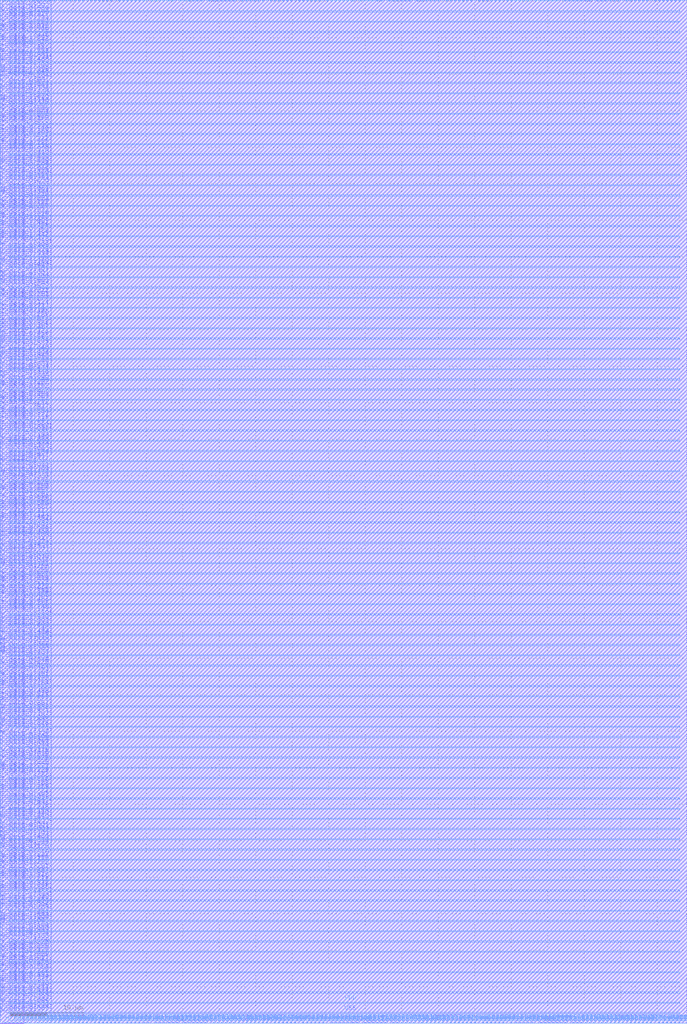
<source format=lef>
VERSION 5.8 ;
BUSBITCHARS "[]" ;
DIVIDERCHAR "/" ;
UNITS
    DATABASE MICRONS 2000 ;
END UNITS

MACRO bsg_mem_p567
  FOREIGN bsg_mem_p567 0 0 ;
  CLASS BLOCK ;
  SIZE 94.11 BY 140.16 ;
  PIN VSS
    USE GROUND ;
    DIRECTION INOUT ;
    PORT
      LAYER metal4 ;
        RECT  1.14 138.515 93.1 138.685 ;
        RECT  1.14 135.715 93.1 135.885 ;
        RECT  1.14 132.915 93.1 133.085 ;
        RECT  1.14 130.115 93.1 130.285 ;
        RECT  1.14 127.315 93.1 127.485 ;
        RECT  1.14 124.515 93.1 124.685 ;
        RECT  1.14 121.715 93.1 121.885 ;
        RECT  1.14 118.915 93.1 119.085 ;
        RECT  1.14 116.115 93.1 116.285 ;
        RECT  1.14 113.315 93.1 113.485 ;
        RECT  1.14 110.515 93.1 110.685 ;
        RECT  1.14 107.715 93.1 107.885 ;
        RECT  1.14 104.915 93.1 105.085 ;
        RECT  1.14 102.115 93.1 102.285 ;
        RECT  1.14 99.315 93.1 99.485 ;
        RECT  1.14 96.515 93.1 96.685 ;
        RECT  1.14 93.715 93.1 93.885 ;
        RECT  1.14 90.915 93.1 91.085 ;
        RECT  1.14 88.115 93.1 88.285 ;
        RECT  1.14 85.315 93.1 85.485 ;
        RECT  1.14 82.515 93.1 82.685 ;
        RECT  1.14 79.715 93.1 79.885 ;
        RECT  1.14 76.915 93.1 77.085 ;
        RECT  1.14 74.115 93.1 74.285 ;
        RECT  1.14 71.315 93.1 71.485 ;
        RECT  1.14 68.515 93.1 68.685 ;
        RECT  1.14 65.715 93.1 65.885 ;
        RECT  1.14 62.915 93.1 63.085 ;
        RECT  1.14 60.115 93.1 60.285 ;
        RECT  1.14 57.315 93.1 57.485 ;
        RECT  1.14 54.515 93.1 54.685 ;
        RECT  1.14 51.715 93.1 51.885 ;
        RECT  1.14 48.915 93.1 49.085 ;
        RECT  1.14 46.115 93.1 46.285 ;
        RECT  1.14 43.315 93.1 43.485 ;
        RECT  1.14 40.515 93.1 40.685 ;
        RECT  1.14 37.715 93.1 37.885 ;
        RECT  1.14 34.915 93.1 35.085 ;
        RECT  1.14 32.115 93.1 32.285 ;
        RECT  1.14 29.315 93.1 29.485 ;
        RECT  1.14 26.515 93.1 26.685 ;
        RECT  1.14 23.715 93.1 23.885 ;
        RECT  1.14 20.915 93.1 21.085 ;
        RECT  1.14 18.115 93.1 18.285 ;
        RECT  1.14 15.315 93.1 15.485 ;
        RECT  1.14 12.515 93.1 12.685 ;
        RECT  1.14 9.715 93.1 9.885 ;
        RECT  1.14 6.915 93.1 7.085 ;
        RECT  1.14 4.115 93.1 4.285 ;
        RECT  1.14 1.315 93.1 1.485 ;
    END
  END VSS
  PIN VDD
    USE POWER ;
    DIRECTION INOUT ;
    PORT
      LAYER metal4 ;
        RECT  1.14 137.115 93.1 137.285 ;
        RECT  1.14 134.315 93.1 134.485 ;
        RECT  1.14 131.515 93.1 131.685 ;
        RECT  1.14 128.715 93.1 128.885 ;
        RECT  1.14 125.915 93.1 126.085 ;
        RECT  1.14 123.115 93.1 123.285 ;
        RECT  1.14 120.315 93.1 120.485 ;
        RECT  1.14 117.515 93.1 117.685 ;
        RECT  1.14 114.715 93.1 114.885 ;
        RECT  1.14 111.915 93.1 112.085 ;
        RECT  1.14 109.115 93.1 109.285 ;
        RECT  1.14 106.315 93.1 106.485 ;
        RECT  1.14 103.515 93.1 103.685 ;
        RECT  1.14 100.715 93.1 100.885 ;
        RECT  1.14 97.915 93.1 98.085 ;
        RECT  1.14 95.115 93.1 95.285 ;
        RECT  1.14 92.315 93.1 92.485 ;
        RECT  1.14 89.515 93.1 89.685 ;
        RECT  1.14 86.715 93.1 86.885 ;
        RECT  1.14 83.915 93.1 84.085 ;
        RECT  1.14 81.115 93.1 81.285 ;
        RECT  1.14 78.315 93.1 78.485 ;
        RECT  1.14 75.515 93.1 75.685 ;
        RECT  1.14 72.715 93.1 72.885 ;
        RECT  1.14 69.915 93.1 70.085 ;
        RECT  1.14 67.115 93.1 67.285 ;
        RECT  1.14 64.315 93.1 64.485 ;
        RECT  1.14 61.515 93.1 61.685 ;
        RECT  1.14 58.715 93.1 58.885 ;
        RECT  1.14 55.915 93.1 56.085 ;
        RECT  1.14 53.115 93.1 53.285 ;
        RECT  1.14 50.315 93.1 50.485 ;
        RECT  1.14 47.515 93.1 47.685 ;
        RECT  1.14 44.715 93.1 44.885 ;
        RECT  1.14 41.915 93.1 42.085 ;
        RECT  1.14 39.115 93.1 39.285 ;
        RECT  1.14 36.315 93.1 36.485 ;
        RECT  1.14 33.515 93.1 33.685 ;
        RECT  1.14 30.715 93.1 30.885 ;
        RECT  1.14 27.915 93.1 28.085 ;
        RECT  1.14 25.115 93.1 25.285 ;
        RECT  1.14 22.315 93.1 22.485 ;
        RECT  1.14 19.515 93.1 19.685 ;
        RECT  1.14 16.715 93.1 16.885 ;
        RECT  1.14 13.915 93.1 14.085 ;
        RECT  1.14 11.115 93.1 11.285 ;
        RECT  1.14 8.315 93.1 8.485 ;
        RECT  1.14 5.515 93.1 5.685 ;
        RECT  1.14 2.715 93.1 2.885 ;
    END
  END VDD
  PIN r_addr_i
    DIRECTION INPUT ;
    USE SIGNAL ;
    PORT
      LAYER metal3 ;
        RECT  94.04 36.155 94.11 36.225 ;
    END
  END r_addr_i
  PIN r_data_o[0]
    DIRECTION OUTPUT ;
    USE SIGNAL ;
    PORT
      LAYER metal3 ;
        RECT  94.04 51.275 94.11 51.345 ;
    END
  END r_data_o[0]
  PIN r_data_o[100]
    DIRECTION OUTPUT ;
    USE SIGNAL ;
    PORT
      LAYER metal3 ;
        RECT  0 23.275 0.07 23.345 ;
    END
  END r_data_o[100]
  PIN r_data_o[101]
    DIRECTION OUTPUT ;
    USE SIGNAL ;
    PORT
      LAYER metal3 ;
        RECT  94.04 80.955 94.11 81.025 ;
    END
  END r_data_o[101]
  PIN r_data_o[102]
    DIRECTION OUTPUT ;
    USE SIGNAL ;
    PORT
      LAYER metal3 ;
        RECT  94.04 56.875 94.11 56.945 ;
    END
  END r_data_o[102]
  PIN r_data_o[103]
    DIRECTION OUTPUT ;
    USE SIGNAL ;
    PORT
      LAYER metal3 ;
        RECT  0 86.555 0.07 86.625 ;
    END
  END r_data_o[103]
  PIN r_data_o[104]
    DIRECTION OUTPUT ;
    USE SIGNAL ;
    PORT
      LAYER metal4 ;
        RECT  70.585 140.02 70.725 140.16 ;
    END
  END r_data_o[104]
  PIN r_data_o[105]
    DIRECTION OUTPUT ;
    USE SIGNAL ;
    PORT
      LAYER metal3 ;
        RECT  0 94.955 0.07 95.025 ;
    END
  END r_data_o[105]
  PIN r_data_o[106]
    DIRECTION OUTPUT ;
    USE SIGNAL ;
    PORT
      LAYER metal3 ;
        RECT  94.04 132.755 94.11 132.825 ;
    END
  END r_data_o[106]
  PIN r_data_o[107]
    DIRECTION OUTPUT ;
    USE SIGNAL ;
    PORT
      LAYER metal3 ;
        RECT  94.04 31.955 94.11 32.025 ;
    END
  END r_data_o[107]
  PIN r_data_o[108]
    DIRECTION OUTPUT ;
    USE SIGNAL ;
    PORT
      LAYER metal3 ;
        RECT  94.04 66.675 94.11 66.745 ;
    END
  END r_data_o[108]
  PIN r_data_o[109]
    DIRECTION OUTPUT ;
    USE SIGNAL ;
    PORT
      LAYER metal3 ;
        RECT  0 17.675 0.07 17.745 ;
    END
  END r_data_o[109]
  PIN r_data_o[10]
    DIRECTION OUTPUT ;
    USE SIGNAL ;
    PORT
      LAYER metal3 ;
        RECT  0 32.235 0.07 32.305 ;
    END
  END r_data_o[10]
  PIN r_data_o[110]
    DIRECTION OUTPUT ;
    USE SIGNAL ;
    PORT
      LAYER metal3 ;
        RECT  0 21.875 0.07 21.945 ;
    END
  END r_data_o[110]
  PIN r_data_o[111]
    DIRECTION OUTPUT ;
    USE SIGNAL ;
    PORT
      LAYER metal4 ;
        RECT  57.705 140.02 57.845 140.16 ;
    END
  END r_data_o[111]
  PIN r_data_o[112]
    DIRECTION OUTPUT ;
    USE SIGNAL ;
    PORT
      LAYER metal4 ;
        RECT  35.865 140.02 36.005 140.16 ;
    END
  END r_data_o[112]
  PIN r_data_o[113]
    DIRECTION OUTPUT ;
    USE SIGNAL ;
    PORT
      LAYER metal3 ;
        RECT  0 119.595 0.07 119.665 ;
    END
  END r_data_o[113]
  PIN r_data_o[114]
    DIRECTION OUTPUT ;
    USE SIGNAL ;
    PORT
      LAYER metal3 ;
        RECT  0 5.635 0.07 5.705 ;
    END
  END r_data_o[114]
  PIN r_data_o[115]
    DIRECTION OUTPUT ;
    USE SIGNAL ;
    PORT
      LAYER metal3 ;
        RECT  94.04 64.995 94.11 65.065 ;
    END
  END r_data_o[115]
  PIN r_data_o[116]
    DIRECTION OUTPUT ;
    USE SIGNAL ;
    PORT
      LAYER metal3 ;
        RECT  94.04 75.075 94.11 75.145 ;
    END
  END r_data_o[116]
  PIN r_data_o[117]
    DIRECTION OUTPUT ;
    USE SIGNAL ;
    PORT
      LAYER metal3 ;
        RECT  0 69.475 0.07 69.545 ;
    END
  END r_data_o[117]
  PIN r_data_o[118]
    DIRECTION OUTPUT ;
    USE SIGNAL ;
    PORT
      LAYER metal4 ;
        RECT  35.305 0 35.445 0.14 ;
    END
  END r_data_o[118]
  PIN r_data_o[119]
    DIRECTION OUTPUT ;
    USE SIGNAL ;
    PORT
      LAYER metal3 ;
        RECT  94.04 88.235 94.11 88.305 ;
    END
  END r_data_o[119]
  PIN r_data_o[11]
    DIRECTION OUTPUT ;
    USE SIGNAL ;
    PORT
      LAYER metal3 ;
        RECT  94.04 84.875 94.11 84.945 ;
    END
  END r_data_o[11]
  PIN r_data_o[120]
    DIRECTION OUTPUT ;
    USE SIGNAL ;
    PORT
      LAYER metal4 ;
        RECT  40.905 140.02 41.045 140.16 ;
    END
  END r_data_o[120]
  PIN r_data_o[121]
    DIRECTION OUTPUT ;
    USE SIGNAL ;
    PORT
      LAYER metal3 ;
        RECT  0 82.635 0.07 82.705 ;
    END
  END r_data_o[121]
  PIN r_data_o[122]
    DIRECTION OUTPUT ;
    USE SIGNAL ;
    PORT
      LAYER metal4 ;
        RECT  39.785 140.02 39.925 140.16 ;
    END
  END r_data_o[122]
  PIN r_data_o[123]
    DIRECTION OUTPUT ;
    USE SIGNAL ;
    PORT
      LAYER metal4 ;
        RECT  50.425 140.02 50.565 140.16 ;
    END
  END r_data_o[123]
  PIN r_data_o[124]
    DIRECTION OUTPUT ;
    USE SIGNAL ;
    PORT
      LAYER metal3 ;
        RECT  94.04 11.795 94.11 11.865 ;
    END
  END r_data_o[124]
  PIN r_data_o[125]
    DIRECTION OUTPUT ;
    USE SIGNAL ;
    PORT
      LAYER metal3 ;
        RECT  0 75.355 0.07 75.425 ;
    END
  END r_data_o[125]
  PIN r_data_o[126]
    DIRECTION OUTPUT ;
    USE SIGNAL ;
    PORT
      LAYER metal4 ;
        RECT  15.705 0 15.845 0.14 ;
    END
  END r_data_o[126]
  PIN r_data_o[127]
    DIRECTION OUTPUT ;
    USE SIGNAL ;
    PORT
      LAYER metal3 ;
        RECT  0 56.035 0.07 56.105 ;
    END
  END r_data_o[127]
  PIN r_data_o[128]
    DIRECTION OUTPUT ;
    USE SIGNAL ;
    PORT
      LAYER metal3 ;
        RECT  94.04 128.835 94.11 128.905 ;
    END
  END r_data_o[128]
  PIN r_data_o[129]
    DIRECTION OUTPUT ;
    USE SIGNAL ;
    PORT
      LAYER metal3 ;
        RECT  94.04 123.795 94.11 123.865 ;
    END
  END r_data_o[129]
  PIN r_data_o[12]
    DIRECTION OUTPUT ;
    USE SIGNAL ;
    PORT
      LAYER metal3 ;
        RECT  0 88.795 0.07 88.865 ;
    END
  END r_data_o[12]
  PIN r_data_o[130]
    DIRECTION OUTPUT ;
    USE SIGNAL ;
    PORT
      LAYER metal3 ;
        RECT  94.04 40.915 94.11 40.985 ;
    END
  END r_data_o[130]
  PIN r_data_o[131]
    DIRECTION OUTPUT ;
    USE SIGNAL ;
    PORT
      LAYER metal3 ;
        RECT  94.04 99.995 94.11 100.065 ;
    END
  END r_data_o[131]
  PIN r_data_o[132]
    DIRECTION OUTPUT ;
    USE SIGNAL ;
    PORT
      LAYER metal3 ;
        RECT  94.04 127.715 94.11 127.785 ;
    END
  END r_data_o[132]
  PIN r_data_o[133]
    DIRECTION OUTPUT ;
    USE SIGNAL ;
    PORT
      LAYER metal4 ;
        RECT  46.505 0 46.645 0.14 ;
    END
  END r_data_o[133]
  PIN r_data_o[134]
    DIRECTION OUTPUT ;
    USE SIGNAL ;
    PORT
      LAYER metal3 ;
        RECT  0 98.035 0.07 98.105 ;
    END
  END r_data_o[134]
  PIN r_data_o[135]
    DIRECTION OUTPUT ;
    USE SIGNAL ;
    PORT
      LAYER metal3 ;
        RECT  94.04 66.395 94.11 66.465 ;
    END
  END r_data_o[135]
  PIN r_data_o[136]
    DIRECTION OUTPUT ;
    USE SIGNAL ;
    PORT
      LAYER metal3 ;
        RECT  0 38.395 0.07 38.465 ;
    END
  END r_data_o[136]
  PIN r_data_o[137]
    DIRECTION OUTPUT ;
    USE SIGNAL ;
    PORT
      LAYER metal3 ;
        RECT  94.04 32.515 94.11 32.585 ;
    END
  END r_data_o[137]
  PIN r_data_o[138]
    DIRECTION OUTPUT ;
    USE SIGNAL ;
    PORT
      LAYER metal3 ;
        RECT  0 133.875 0.07 133.945 ;
    END
  END r_data_o[138]
  PIN r_data_o[139]
    DIRECTION OUTPUT ;
    USE SIGNAL ;
    PORT
      LAYER metal3 ;
        RECT  0 73.395 0.07 73.465 ;
    END
  END r_data_o[139]
  PIN r_data_o[13]
    DIRECTION OUTPUT ;
    USE SIGNAL ;
    PORT
      LAYER metal4 ;
        RECT  21.305 140.02 21.445 140.16 ;
    END
  END r_data_o[13]
  PIN r_data_o[140]
    DIRECTION OUTPUT ;
    USE SIGNAL ;
    PORT
      LAYER metal3 ;
        RECT  94.04 22.435 94.11 22.505 ;
    END
  END r_data_o[140]
  PIN r_data_o[141]
    DIRECTION OUTPUT ;
    USE SIGNAL ;
    PORT
      LAYER metal3 ;
        RECT  0 115.395 0.07 115.465 ;
    END
  END r_data_o[141]
  PIN r_data_o[142]
    DIRECTION OUTPUT ;
    USE SIGNAL ;
    PORT
      LAYER metal3 ;
        RECT  0 28.595 0.07 28.665 ;
    END
  END r_data_o[142]
  PIN r_data_o[143]
    DIRECTION OUTPUT ;
    USE SIGNAL ;
    PORT
      LAYER metal3 ;
        RECT  94.04 53.515 94.11 53.585 ;
    END
  END r_data_o[143]
  PIN r_data_o[144]
    DIRECTION OUTPUT ;
    USE SIGNAL ;
    PORT
      LAYER metal3 ;
        RECT  0 132.195 0.07 132.265 ;
    END
  END r_data_o[144]
  PIN r_data_o[145]
    DIRECTION OUTPUT ;
    USE SIGNAL ;
    PORT
      LAYER metal3 ;
        RECT  0 53.235 0.07 53.305 ;
    END
  END r_data_o[145]
  PIN r_data_o[146]
    DIRECTION OUTPUT ;
    USE SIGNAL ;
    PORT
      LAYER metal4 ;
        RECT  61.625 140.02 61.765 140.16 ;
    END
  END r_data_o[146]
  PIN r_data_o[147]
    DIRECTION OUTPUT ;
    USE SIGNAL ;
    PORT
      LAYER metal4 ;
        RECT  8.985 140.02 9.125 140.16 ;
    END
  END r_data_o[147]
  PIN r_data_o[148]
    DIRECTION OUTPUT ;
    USE SIGNAL ;
    PORT
      LAYER metal3 ;
        RECT  0 32.515 0.07 32.585 ;
    END
  END r_data_o[148]
  PIN r_data_o[149]
    DIRECTION OUTPUT ;
    USE SIGNAL ;
    PORT
      LAYER metal3 ;
        RECT  0 4.515 0.07 4.585 ;
    END
  END r_data_o[149]
  PIN r_data_o[14]
    DIRECTION OUTPUT ;
    USE SIGNAL ;
    PORT
      LAYER metal3 ;
        RECT  94.04 73.675 94.11 73.745 ;
    END
  END r_data_o[14]
  PIN r_data_o[150]
    DIRECTION OUTPUT ;
    USE SIGNAL ;
    PORT
      LAYER metal4 ;
        RECT  84.585 0 84.725 0.14 ;
    END
  END r_data_o[150]
  PIN r_data_o[151]
    DIRECTION OUTPUT ;
    USE SIGNAL ;
    PORT
      LAYER metal4 ;
        RECT  66.105 140.02 66.245 140.16 ;
    END
  END r_data_o[151]
  PIN r_data_o[152]
    DIRECTION OUTPUT ;
    USE SIGNAL ;
    PORT
      LAYER metal4 ;
        RECT  43.705 0 43.845 0.14 ;
    END
  END r_data_o[152]
  PIN r_data_o[153]
    DIRECTION OUTPUT ;
    USE SIGNAL ;
    PORT
      LAYER metal3 ;
        RECT  94.04 57.155 94.11 57.225 ;
    END
  END r_data_o[153]
  PIN r_data_o[154]
    DIRECTION OUTPUT ;
    USE SIGNAL ;
    PORT
      LAYER metal3 ;
        RECT  94.04 59.395 94.11 59.465 ;
    END
  END r_data_o[154]
  PIN r_data_o[155]
    DIRECTION OUTPUT ;
    USE SIGNAL ;
    PORT
      LAYER metal3 ;
        RECT  94.04 26.635 94.11 26.705 ;
    END
  END r_data_o[155]
  PIN r_data_o[156]
    DIRECTION OUTPUT ;
    USE SIGNAL ;
    PORT
      LAYER metal3 ;
        RECT  0 77.595 0.07 77.665 ;
    END
  END r_data_o[156]
  PIN r_data_o[157]
    DIRECTION OUTPUT ;
    USE SIGNAL ;
    PORT
      LAYER metal3 ;
        RECT  94.04 116.795 94.11 116.865 ;
    END
  END r_data_o[157]
  PIN r_data_o[158]
    DIRECTION OUTPUT ;
    USE SIGNAL ;
    PORT
      LAYER metal3 ;
        RECT  94.04 7.595 94.11 7.665 ;
    END
  END r_data_o[158]
  PIN r_data_o[159]
    DIRECTION OUTPUT ;
    USE SIGNAL ;
    PORT
      LAYER metal3 ;
        RECT  94.04 96.355 94.11 96.425 ;
    END
  END r_data_o[159]
  PIN r_data_o[15]
    DIRECTION OUTPUT ;
    USE SIGNAL ;
    PORT
      LAYER metal3 ;
        RECT  94.04 29.715 94.11 29.785 ;
    END
  END r_data_o[15]
  PIN r_data_o[160]
    DIRECTION OUTPUT ;
    USE SIGNAL ;
    PORT
      LAYER metal4 ;
        RECT  59.945 0 60.085 0.14 ;
    END
  END r_data_o[160]
  PIN r_data_o[161]
    DIRECTION OUTPUT ;
    USE SIGNAL ;
    PORT
      LAYER metal3 ;
        RECT  0 102.795 0.07 102.865 ;
    END
  END r_data_o[161]
  PIN r_data_o[162]
    DIRECTION OUTPUT ;
    USE SIGNAL ;
    PORT
      LAYER metal4 ;
        RECT  79.545 0 79.685 0.14 ;
    END
  END r_data_o[162]
  PIN r_data_o[163]
    DIRECTION OUTPUT ;
    USE SIGNAL ;
    PORT
      LAYER metal3 ;
        RECT  0 121.555 0.07 121.625 ;
    END
  END r_data_o[163]
  PIN r_data_o[164]
    DIRECTION OUTPUT ;
    USE SIGNAL ;
    PORT
      LAYER metal3 ;
        RECT  94.04 113.155 94.11 113.225 ;
    END
  END r_data_o[164]
  PIN r_data_o[165]
    DIRECTION OUTPUT ;
    USE SIGNAL ;
    PORT
      LAYER metal3 ;
        RECT  94.04 125.755 94.11 125.825 ;
    END
  END r_data_o[165]
  PIN r_data_o[166]
    DIRECTION OUTPUT ;
    USE SIGNAL ;
    PORT
      LAYER metal4 ;
        RECT  44.265 0 44.405 0.14 ;
    END
  END r_data_o[166]
  PIN r_data_o[167]
    DIRECTION OUTPUT ;
    USE SIGNAL ;
    PORT
      LAYER metal3 ;
        RECT  94.04 109.515 94.11 109.585 ;
    END
  END r_data_o[167]
  PIN r_data_o[168]
    DIRECTION OUTPUT ;
    USE SIGNAL ;
    PORT
      LAYER metal3 ;
        RECT  0 12.635 0.07 12.705 ;
    END
  END r_data_o[168]
  PIN r_data_o[169]
    DIRECTION OUTPUT ;
    USE SIGNAL ;
    PORT
      LAYER metal4 ;
        RECT  78.425 140.02 78.565 140.16 ;
    END
  END r_data_o[169]
  PIN r_data_o[16]
    DIRECTION OUTPUT ;
    USE SIGNAL ;
    PORT
      LAYER metal4 ;
        RECT  58.265 0 58.405 0.14 ;
    END
  END r_data_o[16]
  PIN r_data_o[170]
    DIRECTION OUTPUT ;
    USE SIGNAL ;
    PORT
      LAYER metal3 ;
        RECT  94.04 43.435 94.11 43.505 ;
    END
  END r_data_o[170]
  PIN r_data_o[171]
    DIRECTION OUTPUT ;
    USE SIGNAL ;
    PORT
      LAYER metal3 ;
        RECT  0 39.795 0.07 39.865 ;
    END
  END r_data_o[171]
  PIN r_data_o[172]
    DIRECTION OUTPUT ;
    USE SIGNAL ;
    PORT
      LAYER metal3 ;
        RECT  94.04 16.835 94.11 16.905 ;
    END
  END r_data_o[172]
  PIN r_data_o[173]
    DIRECTION OUTPUT ;
    USE SIGNAL ;
    PORT
      LAYER metal3 ;
        RECT  94.04 97.755 94.11 97.825 ;
    END
  END r_data_o[173]
  PIN r_data_o[174]
    DIRECTION OUTPUT ;
    USE SIGNAL ;
    PORT
      LAYER metal3 ;
        RECT  94.04 114.275 94.11 114.345 ;
    END
  END r_data_o[174]
  PIN r_data_o[175]
    DIRECTION OUTPUT ;
    USE SIGNAL ;
    PORT
      LAYER metal4 ;
        RECT  1.145 0 1.285 0.14 ;
    END
  END r_data_o[175]
  PIN r_data_o[176]
    DIRECTION OUTPUT ;
    USE SIGNAL ;
    PORT
      LAYER metal3 ;
        RECT  0 52.675 0.07 52.745 ;
    END
  END r_data_o[176]
  PIN r_data_o[177]
    DIRECTION OUTPUT ;
    USE SIGNAL ;
    PORT
      LAYER metal3 ;
        RECT  94.04 59.115 94.11 59.185 ;
    END
  END r_data_o[177]
  PIN r_data_o[178]
    DIRECTION OUTPUT ;
    USE SIGNAL ;
    PORT
      LAYER metal3 ;
        RECT  0 28.315 0.07 28.385 ;
    END
  END r_data_o[178]
  PIN r_data_o[179]
    DIRECTION OUTPUT ;
    USE SIGNAL ;
    PORT
      LAYER metal3 ;
        RECT  0 137.795 0.07 137.865 ;
    END
  END r_data_o[179]
  PIN r_data_o[17]
    DIRECTION OUTPUT ;
    USE SIGNAL ;
    PORT
      LAYER metal4 ;
        RECT  87.945 0 88.085 0.14 ;
    END
  END r_data_o[17]
  PIN r_data_o[180]
    DIRECTION OUTPUT ;
    USE SIGNAL ;
    PORT
      LAYER metal4 ;
        RECT  72.265 0 72.405 0.14 ;
    END
  END r_data_o[180]
  PIN r_data_o[181]
    DIRECTION OUTPUT ;
    USE SIGNAL ;
    PORT
      LAYER metal4 ;
        RECT  50.425 0 50.565 0.14 ;
    END
  END r_data_o[181]
  PIN r_data_o[182]
    DIRECTION OUTPUT ;
    USE SIGNAL ;
    PORT
      LAYER metal4 ;
        RECT  52.105 140.02 52.245 140.16 ;
    END
  END r_data_o[182]
  PIN r_data_o[183]
    DIRECTION OUTPUT ;
    USE SIGNAL ;
    PORT
      LAYER metal3 ;
        RECT  0 111.755 0.07 111.825 ;
    END
  END r_data_o[183]
  PIN r_data_o[184]
    DIRECTION OUTPUT ;
    USE SIGNAL ;
    PORT
      LAYER metal3 ;
        RECT  0 127.435 0.07 127.505 ;
    END
  END r_data_o[184]
  PIN r_data_o[185]
    DIRECTION OUTPUT ;
    USE SIGNAL ;
    PORT
      LAYER metal3 ;
        RECT  0 54.635 0.07 54.705 ;
    END
  END r_data_o[185]
  PIN r_data_o[186]
    DIRECTION OUTPUT ;
    USE SIGNAL ;
    PORT
      LAYER metal4 ;
        RECT  82.905 140.02 83.045 140.16 ;
    END
  END r_data_o[186]
  PIN r_data_o[187]
    DIRECTION OUTPUT ;
    USE SIGNAL ;
    PORT
      LAYER metal3 ;
        RECT  0 126.595 0.07 126.665 ;
    END
  END r_data_o[187]
  PIN r_data_o[188]
    DIRECTION OUTPUT ;
    USE SIGNAL ;
    PORT
      LAYER metal3 ;
        RECT  0 45.115 0.07 45.185 ;
    END
  END r_data_o[188]
  PIN r_data_o[189]
    DIRECTION OUTPUT ;
    USE SIGNAL ;
    PORT
      LAYER metal3 ;
        RECT  0 55.195 0.07 55.265 ;
    END
  END r_data_o[189]
  PIN r_data_o[18]
    DIRECTION OUTPUT ;
    USE SIGNAL ;
    PORT
      LAYER metal4 ;
        RECT  88.505 0 88.645 0.14 ;
    END
  END r_data_o[18]
  PIN r_data_o[190]
    DIRECTION OUTPUT ;
    USE SIGNAL ;
    PORT
      LAYER metal3 ;
        RECT  94.04 99.155 94.11 99.225 ;
    END
  END r_data_o[190]
  PIN r_data_o[191]
    DIRECTION OUTPUT ;
    USE SIGNAL ;
    PORT
      LAYER metal3 ;
        RECT  0 33.635 0.07 33.705 ;
    END
  END r_data_o[191]
  PIN r_data_o[192]
    DIRECTION OUTPUT ;
    USE SIGNAL ;
    PORT
      LAYER metal3 ;
        RECT  0 79.835 0.07 79.905 ;
    END
  END r_data_o[192]
  PIN r_data_o[193]
    DIRECTION OUTPUT ;
    USE SIGNAL ;
    PORT
      LAYER metal3 ;
        RECT  0 96.915 0.07 96.985 ;
    END
  END r_data_o[193]
  PIN r_data_o[194]
    DIRECTION OUTPUT ;
    USE SIGNAL ;
    PORT
      LAYER metal3 ;
        RECT  94.04 34.475 94.11 34.545 ;
    END
  END r_data_o[194]
  PIN r_data_o[195]
    DIRECTION OUTPUT ;
    USE SIGNAL ;
    PORT
      LAYER metal3 ;
        RECT  0 123.235 0.07 123.305 ;
    END
  END r_data_o[195]
  PIN r_data_o[196]
    DIRECTION OUTPUT ;
    USE SIGNAL ;
    PORT
      LAYER metal3 ;
        RECT  94.04 44.835 94.11 44.905 ;
    END
  END r_data_o[196]
  PIN r_data_o[197]
    DIRECTION OUTPUT ;
    USE SIGNAL ;
    PORT
      LAYER metal3 ;
        RECT  94.04 77.315 94.11 77.385 ;
    END
  END r_data_o[197]
  PIN r_data_o[198]
    DIRECTION OUTPUT ;
    USE SIGNAL ;
    PORT
      LAYER metal3 ;
        RECT  94.04 45.955 94.11 46.025 ;
    END
  END r_data_o[198]
  PIN r_data_o[199]
    DIRECTION OUTPUT ;
    USE SIGNAL ;
    PORT
      LAYER metal4 ;
        RECT  11.785 0 11.925 0.14 ;
    END
  END r_data_o[199]
  PIN r_data_o[19]
    DIRECTION OUTPUT ;
    USE SIGNAL ;
    PORT
      LAYER metal3 ;
        RECT  0 47.915 0.07 47.985 ;
    END
  END r_data_o[19]
  PIN r_data_o[1]
    DIRECTION OUTPUT ;
    USE SIGNAL ;
    PORT
      LAYER metal3 ;
        RECT  0 76.755 0.07 76.825 ;
    END
  END r_data_o[1]
  PIN r_data_o[200]
    DIRECTION OUTPUT ;
    USE SIGNAL ;
    PORT
      LAYER metal3 ;
        RECT  94.04 62.755 94.11 62.825 ;
    END
  END r_data_o[200]
  PIN r_data_o[201]
    DIRECTION OUTPUT ;
    USE SIGNAL ;
    PORT
      LAYER metal3 ;
        RECT  94.04 9.835 94.11 9.905 ;
    END
  END r_data_o[201]
  PIN r_data_o[202]
    DIRECTION OUTPUT ;
    USE SIGNAL ;
    PORT
      LAYER metal3 ;
        RECT  0 118.195 0.07 118.265 ;
    END
  END r_data_o[202]
  PIN r_data_o[203]
    DIRECTION OUTPUT ;
    USE SIGNAL ;
    PORT
      LAYER metal3 ;
        RECT  0 56.875 0.07 56.945 ;
    END
  END r_data_o[203]
  PIN r_data_o[204]
    DIRECTION OUTPUT ;
    USE SIGNAL ;
    PORT
      LAYER metal4 ;
        RECT  31.945 0 32.085 0.14 ;
    END
  END r_data_o[204]
  PIN r_data_o[205]
    DIRECTION OUTPUT ;
    USE SIGNAL ;
    PORT
      LAYER metal3 ;
        RECT  94.04 38.675 94.11 38.745 ;
    END
  END r_data_o[205]
  PIN r_data_o[206]
    DIRECTION OUTPUT ;
    USE SIGNAL ;
    PORT
      LAYER metal3 ;
        RECT  0 114.835 0.07 114.905 ;
    END
  END r_data_o[206]
  PIN r_data_o[207]
    DIRECTION OUTPUT ;
    USE SIGNAL ;
    PORT
      LAYER metal3 ;
        RECT  94.04 113.995 94.11 114.065 ;
    END
  END r_data_o[207]
  PIN r_data_o[208]
    DIRECTION OUTPUT ;
    USE SIGNAL ;
    PORT
      LAYER metal3 ;
        RECT  0 10.115 0.07 10.185 ;
    END
  END r_data_o[208]
  PIN r_data_o[209]
    DIRECTION OUTPUT ;
    USE SIGNAL ;
    PORT
      LAYER metal3 ;
        RECT  0 15.155 0.07 15.225 ;
    END
  END r_data_o[209]
  PIN r_data_o[20]
    DIRECTION OUTPUT ;
    USE SIGNAL ;
    PORT
      LAYER metal3 ;
        RECT  0 121.275 0.07 121.345 ;
    END
  END r_data_o[20]
  PIN r_data_o[210]
    DIRECTION OUTPUT ;
    USE SIGNAL ;
    PORT
      LAYER metal3 ;
        RECT  94.04 131.355 94.11 131.425 ;
    END
  END r_data_o[210]
  PIN r_data_o[211]
    DIRECTION OUTPUT ;
    USE SIGNAL ;
    PORT
      LAYER metal3 ;
        RECT  0 129.395 0.07 129.465 ;
    END
  END r_data_o[211]
  PIN r_data_o[212]
    DIRECTION OUTPUT ;
    USE SIGNAL ;
    PORT
      LAYER metal3 ;
        RECT  94.04 108.115 94.11 108.185 ;
    END
  END r_data_o[212]
  PIN r_data_o[213]
    DIRECTION OUTPUT ;
    USE SIGNAL ;
    PORT
      LAYER metal3 ;
        RECT  94.04 89.915 94.11 89.985 ;
    END
  END r_data_o[213]
  PIN r_data_o[214]
    DIRECTION OUTPUT ;
    USE SIGNAL ;
    PORT
      LAYER metal3 ;
        RECT  0 122.115 0.07 122.185 ;
    END
  END r_data_o[214]
  PIN r_data_o[215]
    DIRECTION OUTPUT ;
    USE SIGNAL ;
    PORT
      LAYER metal3 ;
        RECT  0 36.435 0.07 36.505 ;
    END
  END r_data_o[215]
  PIN r_data_o[216]
    DIRECTION OUTPUT ;
    USE SIGNAL ;
    PORT
      LAYER metal3 ;
        RECT  94.04 64.435 94.11 64.505 ;
    END
  END r_data_o[216]
  PIN r_data_o[217]
    DIRECTION OUTPUT ;
    USE SIGNAL ;
    PORT
      LAYER metal3 ;
        RECT  94.04 101.115 94.11 101.185 ;
    END
  END r_data_o[217]
  PIN r_data_o[218]
    DIRECTION OUTPUT ;
    USE SIGNAL ;
    PORT
      LAYER metal4 ;
        RECT  52.105 0 52.245 0.14 ;
    END
  END r_data_o[218]
  PIN r_data_o[219]
    DIRECTION OUTPUT ;
    USE SIGNAL ;
    PORT
      LAYER metal3 ;
        RECT  94.04 81.795 94.11 81.865 ;
    END
  END r_data_o[219]
  PIN r_data_o[21]
    DIRECTION OUTPUT ;
    USE SIGNAL ;
    PORT
      LAYER metal3 ;
        RECT  0 110.915 0.07 110.985 ;
    END
  END r_data_o[21]
  PIN r_data_o[220]
    DIRECTION OUTPUT ;
    USE SIGNAL ;
    PORT
      LAYER metal4 ;
        RECT  27.465 0 27.605 0.14 ;
    END
  END r_data_o[220]
  PIN r_data_o[221]
    DIRECTION OUTPUT ;
    USE SIGNAL ;
    PORT
      LAYER metal3 ;
        RECT  0 20.475 0.07 20.545 ;
    END
  END r_data_o[221]
  PIN r_data_o[222]
    DIRECTION OUTPUT ;
    USE SIGNAL ;
    PORT
      LAYER metal3 ;
        RECT  0 98.875 0.07 98.945 ;
    END
  END r_data_o[222]
  PIN r_data_o[223]
    DIRECTION OUTPUT ;
    USE SIGNAL ;
    PORT
      LAYER metal4 ;
        RECT  2.825 0 2.965 0.14 ;
    END
  END r_data_o[223]
  PIN r_data_o[224]
    DIRECTION OUTPUT ;
    USE SIGNAL ;
    PORT
      LAYER metal3 ;
        RECT  94.04 5.355 94.11 5.425 ;
    END
  END r_data_o[224]
  PIN r_data_o[225]
    DIRECTION OUTPUT ;
    USE SIGNAL ;
    PORT
      LAYER metal4 ;
        RECT  0.585 140.02 0.725 140.16 ;
    END
  END r_data_o[225]
  PIN r_data_o[226]
    DIRECTION OUTPUT ;
    USE SIGNAL ;
    PORT
      LAYER metal4 ;
        RECT  92.985 0 93.125 0.14 ;
    END
  END r_data_o[226]
  PIN r_data_o[227]
    DIRECTION OUTPUT ;
    USE SIGNAL ;
    PORT
      LAYER metal3 ;
        RECT  0 137.515 0.07 137.585 ;
    END
  END r_data_o[227]
  PIN r_data_o[228]
    DIRECTION OUTPUT ;
    USE SIGNAL ;
    PORT
      LAYER metal4 ;
        RECT  91.305 0 91.445 0.14 ;
    END
  END r_data_o[228]
  PIN r_data_o[229]
    DIRECTION OUTPUT ;
    USE SIGNAL ;
    PORT
      LAYER metal4 ;
        RECT  64.425 140.02 64.565 140.16 ;
    END
  END r_data_o[229]
  PIN r_data_o[22]
    DIRECTION OUTPUT ;
    USE SIGNAL ;
    PORT
      LAYER metal3 ;
        RECT  94.04 92.995 94.11 93.065 ;
    END
  END r_data_o[22]
  PIN r_data_o[230]
    DIRECTION OUTPUT ;
    USE SIGNAL ;
    PORT
      LAYER metal4 ;
        RECT  25.785 0 25.925 0.14 ;
    END
  END r_data_o[230]
  PIN r_data_o[231]
    DIRECTION OUTPUT ;
    USE SIGNAL ;
    PORT
      LAYER metal3 ;
        RECT  0 26.355 0.07 26.425 ;
    END
  END r_data_o[231]
  PIN r_data_o[232]
    DIRECTION OUTPUT ;
    USE SIGNAL ;
    PORT
      LAYER metal4 ;
        RECT  22.425 0 22.565 0.14 ;
    END
  END r_data_o[232]
  PIN r_data_o[233]
    DIRECTION OUTPUT ;
    USE SIGNAL ;
    PORT
      LAYER metal4 ;
        RECT  7.305 140.02 7.445 140.16 ;
    END
  END r_data_o[233]
  PIN r_data_o[234]
    DIRECTION OUTPUT ;
    USE SIGNAL ;
    PORT
      LAYER metal3 ;
        RECT  94.04 45.115 94.11 45.185 ;
    END
  END r_data_o[234]
  PIN r_data_o[235]
    DIRECTION OUTPUT ;
    USE SIGNAL ;
    PORT
      LAYER metal3 ;
        RECT  94.04 94.955 94.11 95.025 ;
    END
  END r_data_o[235]
  PIN r_data_o[236]
    DIRECTION OUTPUT ;
    USE SIGNAL ;
    PORT
      LAYER metal3 ;
        RECT  0 74.235 0.07 74.305 ;
    END
  END r_data_o[236]
  PIN r_data_o[237]
    DIRECTION OUTPUT ;
    USE SIGNAL ;
    PORT
      LAYER metal3 ;
        RECT  94.04 54.355 94.11 54.425 ;
    END
  END r_data_o[237]
  PIN r_data_o[238]
    DIRECTION OUTPUT ;
    USE SIGNAL ;
    PORT
      LAYER metal3 ;
        RECT  0 54.075 0.07 54.145 ;
    END
  END r_data_o[238]
  PIN r_data_o[239]
    DIRECTION OUTPUT ;
    USE SIGNAL ;
    PORT
      LAYER metal3 ;
        RECT  94.04 136.675 94.11 136.745 ;
    END
  END r_data_o[239]
  PIN r_data_o[23]
    DIRECTION OUTPUT ;
    USE SIGNAL ;
    PORT
      LAYER metal4 ;
        RECT  20.745 140.02 20.885 140.16 ;
    END
  END r_data_o[23]
  PIN r_data_o[240]
    DIRECTION OUTPUT ;
    USE SIGNAL ;
    PORT
      LAYER metal4 ;
        RECT  63.305 0 63.445 0.14 ;
    END
  END r_data_o[240]
  PIN r_data_o[241]
    DIRECTION OUTPUT ;
    USE SIGNAL ;
    PORT
      LAYER metal3 ;
        RECT  94.04 47.635 94.11 47.705 ;
    END
  END r_data_o[241]
  PIN r_data_o[242]
    DIRECTION OUTPUT ;
    USE SIGNAL ;
    PORT
      LAYER metal4 ;
        RECT  47.065 0 47.205 0.14 ;
    END
  END r_data_o[242]
  PIN r_data_o[243]
    DIRECTION OUTPUT ;
    USE SIGNAL ;
    PORT
      LAYER metal3 ;
        RECT  0 7.875 0.07 7.945 ;
    END
  END r_data_o[243]
  PIN r_data_o[244]
    DIRECTION OUTPUT ;
    USE SIGNAL ;
    PORT
      LAYER metal3 ;
        RECT  94.04 0.875 94.11 0.945 ;
    END
  END r_data_o[244]
  PIN r_data_o[245]
    DIRECTION OUTPUT ;
    USE SIGNAL ;
    PORT
      LAYER metal4 ;
        RECT  6.185 0 6.325 0.14 ;
    END
  END r_data_o[245]
  PIN r_data_o[246]
    DIRECTION OUTPUT ;
    USE SIGNAL ;
    PORT
      LAYER metal3 ;
        RECT  0 56.315 0.07 56.385 ;
    END
  END r_data_o[246]
  PIN r_data_o[247]
    DIRECTION OUTPUT ;
    USE SIGNAL ;
    PORT
      LAYER metal4 ;
        RECT  84.585 140.02 84.725 140.16 ;
    END
  END r_data_o[247]
  PIN r_data_o[248]
    DIRECTION OUTPUT ;
    USE SIGNAL ;
    PORT
      LAYER metal3 ;
        RECT  0 16.555 0.07 16.625 ;
    END
  END r_data_o[248]
  PIN r_data_o[249]
    DIRECTION OUTPUT ;
    USE SIGNAL ;
    PORT
      LAYER metal3 ;
        RECT  0 49.035 0.07 49.105 ;
    END
  END r_data_o[249]
  PIN r_data_o[24]
    DIRECTION OUTPUT ;
    USE SIGNAL ;
    PORT
      LAYER metal3 ;
        RECT  94.04 83.195 94.11 83.265 ;
    END
  END r_data_o[24]
  PIN r_data_o[250]
    DIRECTION OUTPUT ;
    USE SIGNAL ;
    PORT
      LAYER metal3 ;
        RECT  0 87.675 0.07 87.745 ;
    END
  END r_data_o[250]
  PIN r_data_o[251]
    DIRECTION OUTPUT ;
    USE SIGNAL ;
    PORT
      LAYER metal3 ;
        RECT  0 14.595 0.07 14.665 ;
    END
  END r_data_o[251]
  PIN r_data_o[252]
    DIRECTION OUTPUT ;
    USE SIGNAL ;
    PORT
      LAYER metal3 ;
        RECT  0 30.275 0.07 30.345 ;
    END
  END r_data_o[252]
  PIN r_data_o[253]
    DIRECTION OUTPUT ;
    USE SIGNAL ;
    PORT
      LAYER metal4 ;
        RECT  4.505 140.02 4.645 140.16 ;
    END
  END r_data_o[253]
  PIN r_data_o[254]
    DIRECTION OUTPUT ;
    USE SIGNAL ;
    PORT
      LAYER metal3 ;
        RECT  0 70.315 0.07 70.385 ;
    END
  END r_data_o[254]
  PIN r_data_o[255]
    DIRECTION OUTPUT ;
    USE SIGNAL ;
    PORT
      LAYER metal3 ;
        RECT  94.04 67.235 94.11 67.305 ;
    END
  END r_data_o[255]
  PIN r_data_o[256]
    DIRECTION OUTPUT ;
    USE SIGNAL ;
    PORT
      LAYER metal3 ;
        RECT  94.04 10.675 94.11 10.745 ;
    END
  END r_data_o[256]
  PIN r_data_o[257]
    DIRECTION OUTPUT ;
    USE SIGNAL ;
    PORT
      LAYER metal3 ;
        RECT  94.04 85.155 94.11 85.225 ;
    END
  END r_data_o[257]
  PIN r_data_o[258]
    DIRECTION OUTPUT ;
    USE SIGNAL ;
    PORT
      LAYER metal4 ;
        RECT  34.185 0 34.325 0.14 ;
    END
  END r_data_o[258]
  PIN r_data_o[259]
    DIRECTION OUTPUT ;
    USE SIGNAL ;
    PORT
      LAYER metal4 ;
        RECT  80.105 0 80.245 0.14 ;
    END
  END r_data_o[259]
  PIN r_data_o[25]
    DIRECTION OUTPUT ;
    USE SIGNAL ;
    PORT
      LAYER metal3 ;
        RECT  94.04 70.595 94.11 70.665 ;
    END
  END r_data_o[25]
  PIN r_data_o[260]
    DIRECTION OUTPUT ;
    USE SIGNAL ;
    PORT
      LAYER metal3 ;
        RECT  94.04 28.595 94.11 28.665 ;
    END
  END r_data_o[260]
  PIN r_data_o[261]
    DIRECTION OUTPUT ;
    USE SIGNAL ;
    PORT
      LAYER metal3 ;
        RECT  94.04 94.115 94.11 94.185 ;
    END
  END r_data_o[261]
  PIN r_data_o[262]
    DIRECTION OUTPUT ;
    USE SIGNAL ;
    PORT
      LAYER metal4 ;
        RECT  13.465 140.02 13.605 140.16 ;
    END
  END r_data_o[262]
  PIN r_data_o[263]
    DIRECTION OUTPUT ;
    USE SIGNAL ;
    PORT
      LAYER metal4 ;
        RECT  30.265 140.02 30.405 140.16 ;
    END
  END r_data_o[263]
  PIN r_data_o[264]
    DIRECTION OUTPUT ;
    USE SIGNAL ;
    PORT
      LAYER metal3 ;
        RECT  0 136.395 0.07 136.465 ;
    END
  END r_data_o[264]
  PIN r_data_o[265]
    DIRECTION OUTPUT ;
    USE SIGNAL ;
    PORT
      LAYER metal3 ;
        RECT  0 61.915 0.07 61.985 ;
    END
  END r_data_o[265]
  PIN r_data_o[266]
    DIRECTION OUTPUT ;
    USE SIGNAL ;
    PORT
      LAYER metal4 ;
        RECT  31.945 140.02 32.085 140.16 ;
    END
  END r_data_o[266]
  PIN r_data_o[267]
    DIRECTION OUTPUT ;
    USE SIGNAL ;
    PORT
      LAYER metal4 ;
        RECT  30.825 0 30.965 0.14 ;
    END
  END r_data_o[267]
  PIN r_data_o[268]
    DIRECTION OUTPUT ;
    USE SIGNAL ;
    PORT
      LAYER metal3 ;
        RECT  94.04 121.555 94.11 121.625 ;
    END
  END r_data_o[268]
  PIN r_data_o[269]
    DIRECTION OUTPUT ;
    USE SIGNAL ;
    PORT
      LAYER metal4 ;
        RECT  15.145 140.02 15.285 140.16 ;
    END
  END r_data_o[269]
  PIN r_data_o[26]
    DIRECTION OUTPUT ;
    USE SIGNAL ;
    PORT
      LAYER metal3 ;
        RECT  0 37.835 0.07 37.905 ;
    END
  END r_data_o[26]
  PIN r_data_o[270]
    DIRECTION OUTPUT ;
    USE SIGNAL ;
    PORT
      LAYER metal4 ;
        RECT  73.385 140.02 73.525 140.16 ;
    END
  END r_data_o[270]
  PIN r_data_o[271]
    DIRECTION OUTPUT ;
    USE SIGNAL ;
    PORT
      LAYER metal3 ;
        RECT  0 65.275 0.07 65.345 ;
    END
  END r_data_o[271]
  PIN r_data_o[272]
    DIRECTION OUTPUT ;
    USE SIGNAL ;
    PORT
      LAYER metal3 ;
        RECT  0 116.515 0.07 116.585 ;
    END
  END r_data_o[272]
  PIN r_data_o[273]
    DIRECTION OUTPUT ;
    USE SIGNAL ;
    PORT
      LAYER metal4 ;
        RECT  47.065 140.02 47.205 140.16 ;
    END
  END r_data_o[273]
  PIN r_data_o[274]
    DIRECTION OUTPUT ;
    USE SIGNAL ;
    PORT
      LAYER metal3 ;
        RECT  0 131.635 0.07 131.705 ;
    END
  END r_data_o[274]
  PIN r_data_o[275]
    DIRECTION OUTPUT ;
    USE SIGNAL ;
    PORT
      LAYER metal3 ;
        RECT  0 105.315 0.07 105.385 ;
    END
  END r_data_o[275]
  PIN r_data_o[276]
    DIRECTION OUTPUT ;
    USE SIGNAL ;
    PORT
      LAYER metal3 ;
        RECT  0 79.275 0.07 79.345 ;
    END
  END r_data_o[276]
  PIN r_data_o[277]
    DIRECTION OUTPUT ;
    USE SIGNAL ;
    PORT
      LAYER metal3 ;
        RECT  0 32.795 0.07 32.865 ;
    END
  END r_data_o[277]
  PIN r_data_o[278]
    DIRECTION OUTPUT ;
    USE SIGNAL ;
    PORT
      LAYER metal3 ;
        RECT  94.04 73.115 94.11 73.185 ;
    END
  END r_data_o[278]
  PIN r_data_o[279]
    DIRECTION OUTPUT ;
    USE SIGNAL ;
    PORT
      LAYER metal3 ;
        RECT  0 105.035 0.07 105.105 ;
    END
  END r_data_o[279]
  PIN r_data_o[27]
    DIRECTION OUTPUT ;
    USE SIGNAL ;
    PORT
      LAYER metal4 ;
        RECT  10.105 140.02 10.245 140.16 ;
    END
  END r_data_o[27]
  PIN r_data_o[280]
    DIRECTION OUTPUT ;
    USE SIGNAL ;
    PORT
      LAYER metal3 ;
        RECT  94.04 17.115 94.11 17.185 ;
    END
  END r_data_o[280]
  PIN r_data_o[281]
    DIRECTION OUTPUT ;
    USE SIGNAL ;
    PORT
      LAYER metal4 ;
        RECT  75.625 140.02 75.765 140.16 ;
    END
  END r_data_o[281]
  PIN r_data_o[282]
    DIRECTION OUTPUT ;
    USE SIGNAL ;
    PORT
      LAYER metal3 ;
        RECT  94.04 70.875 94.11 70.945 ;
    END
  END r_data_o[282]
  PIN r_data_o[283]
    DIRECTION OUTPUT ;
    USE SIGNAL ;
    PORT
      LAYER metal4 ;
        RECT  70.585 0 70.725 0.14 ;
    END
  END r_data_o[283]
  PIN r_data_o[284]
    DIRECTION OUTPUT ;
    USE SIGNAL ;
    PORT
      LAYER metal3 ;
        RECT  0 117.075 0.07 117.145 ;
    END
  END r_data_o[284]
  PIN r_data_o[285]
    DIRECTION OUTPUT ;
    USE SIGNAL ;
    PORT
      LAYER metal3 ;
        RECT  0 30.835 0.07 30.905 ;
    END
  END r_data_o[285]
  PIN r_data_o[286]
    DIRECTION OUTPUT ;
    USE SIGNAL ;
    PORT
      LAYER metal3 ;
        RECT  94.04 35.315 94.11 35.385 ;
    END
  END r_data_o[286]
  PIN r_data_o[287]
    DIRECTION OUTPUT ;
    USE SIGNAL ;
    PORT
      LAYER metal3 ;
        RECT  94.04 46.235 94.11 46.305 ;
    END
  END r_data_o[287]
  PIN r_data_o[288]
    DIRECTION OUTPUT ;
    USE SIGNAL ;
    PORT
      LAYER metal3 ;
        RECT  0 119.875 0.07 119.945 ;
    END
  END r_data_o[288]
  PIN r_data_o[289]
    DIRECTION OUTPUT ;
    USE SIGNAL ;
    PORT
      LAYER metal4 ;
        RECT  54.905 0 55.045 0.14 ;
    END
  END r_data_o[289]
  PIN r_data_o[28]
    DIRECTION OUTPUT ;
    USE SIGNAL ;
    PORT
      LAYER metal3 ;
        RECT  0 89.635 0.07 89.705 ;
    END
  END r_data_o[28]
  PIN r_data_o[290]
    DIRECTION OUTPUT ;
    USE SIGNAL ;
    PORT
      LAYER metal3 ;
        RECT  0 1.715 0.07 1.785 ;
    END
  END r_data_o[290]
  PIN r_data_o[291]
    DIRECTION OUTPUT ;
    USE SIGNAL ;
    PORT
      LAYER metal3 ;
        RECT  0 6.195 0.07 6.265 ;
    END
  END r_data_o[291]
  PIN r_data_o[292]
    DIRECTION OUTPUT ;
    USE SIGNAL ;
    PORT
      LAYER metal3 ;
        RECT  94.04 34.195 94.11 34.265 ;
    END
  END r_data_o[292]
  PIN r_data_o[293]
    DIRECTION OUTPUT ;
    USE SIGNAL ;
    PORT
      LAYER metal3 ;
        RECT  0 138.635 0.07 138.705 ;
    END
  END r_data_o[293]
  PIN r_data_o[294]
    DIRECTION OUTPUT ;
    USE SIGNAL ;
    PORT
      LAYER metal3 ;
        RECT  94.04 136.955 94.11 137.025 ;
    END
  END r_data_o[294]
  PIN r_data_o[295]
    DIRECTION OUTPUT ;
    USE SIGNAL ;
    PORT
      LAYER metal3 ;
        RECT  94.04 123.515 94.11 123.585 ;
    END
  END r_data_o[295]
  PIN r_data_o[296]
    DIRECTION OUTPUT ;
    USE SIGNAL ;
    PORT
      LAYER metal3 ;
        RECT  94.04 55.755 94.11 55.825 ;
    END
  END r_data_o[296]
  PIN r_data_o[297]
    DIRECTION OUTPUT ;
    USE SIGNAL ;
    PORT
      LAYER metal4 ;
        RECT  72.265 140.02 72.405 140.16 ;
    END
  END r_data_o[297]
  PIN r_data_o[298]
    DIRECTION OUTPUT ;
    USE SIGNAL ;
    PORT
      LAYER metal3 ;
        RECT  0 100.555 0.07 100.625 ;
    END
  END r_data_o[298]
  PIN r_data_o[299]
    DIRECTION OUTPUT ;
    USE SIGNAL ;
    PORT
      LAYER metal3 ;
        RECT  94.04 61.075 94.11 61.145 ;
    END
  END r_data_o[299]
  PIN r_data_o[29]
    DIRECTION OUTPUT ;
    USE SIGNAL ;
    PORT
      LAYER metal3 ;
        RECT  94.04 7.875 94.11 7.945 ;
    END
  END r_data_o[29]
  PIN r_data_o[2]
    DIRECTION OUTPUT ;
    USE SIGNAL ;
    PORT
      LAYER metal4 ;
        RECT  2.265 140.02 2.405 140.16 ;
    END
  END r_data_o[2]
  PIN r_data_o[300]
    DIRECTION OUTPUT ;
    USE SIGNAL ;
    PORT
      LAYER metal3 ;
        RECT  0 24.115 0.07 24.185 ;
    END
  END r_data_o[300]
  PIN r_data_o[301]
    DIRECTION OUTPUT ;
    USE SIGNAL ;
    PORT
      LAYER metal3 ;
        RECT  94.04 94.395 94.11 94.465 ;
    END
  END r_data_o[301]
  PIN r_data_o[302]
    DIRECTION OUTPUT ;
    USE SIGNAL ;
    PORT
      LAYER metal3 ;
        RECT  0 81.235 0.07 81.305 ;
    END
  END r_data_o[302]
  PIN r_data_o[303]
    DIRECTION OUTPUT ;
    USE SIGNAL ;
    PORT
      LAYER metal4 ;
        RECT  1.705 0 1.845 0.14 ;
    END
  END r_data_o[303]
  PIN r_data_o[304]
    DIRECTION OUTPUT ;
    USE SIGNAL ;
    PORT
      LAYER metal3 ;
        RECT  94.04 65.835 94.11 65.905 ;
    END
  END r_data_o[304]
  PIN r_data_o[305]
    DIRECTION OUTPUT ;
    USE SIGNAL ;
    PORT
      LAYER metal3 ;
        RECT  0 15.435 0.07 15.505 ;
    END
  END r_data_o[305]
  PIN r_data_o[306]
    DIRECTION OUTPUT ;
    USE SIGNAL ;
    PORT
      LAYER metal4 ;
        RECT  81.785 140.02 81.925 140.16 ;
    END
  END r_data_o[306]
  PIN r_data_o[307]
    DIRECTION OUTPUT ;
    USE SIGNAL ;
    PORT
      LAYER metal3 ;
        RECT  94.04 54.915 94.11 54.985 ;
    END
  END r_data_o[307]
  PIN r_data_o[308]
    DIRECTION OUTPUT ;
    USE SIGNAL ;
    PORT
      LAYER metal3 ;
        RECT  0 114.275 0.07 114.345 ;
    END
  END r_data_o[308]
  PIN r_data_o[309]
    DIRECTION OUTPUT ;
    USE SIGNAL ;
    PORT
      LAYER metal3 ;
        RECT  0 78.435 0.07 78.505 ;
    END
  END r_data_o[309]
  PIN r_data_o[30]
    DIRECTION OUTPUT ;
    USE SIGNAL ;
    PORT
      LAYER metal4 ;
        RECT  38.105 0 38.245 0.14 ;
    END
  END r_data_o[30]
  PIN r_data_o[310]
    DIRECTION OUTPUT ;
    USE SIGNAL ;
    PORT
      LAYER metal3 ;
        RECT  0 22.715 0.07 22.785 ;
    END
  END r_data_o[310]
  PIN r_data_o[311]
    DIRECTION OUTPUT ;
    USE SIGNAL ;
    PORT
      LAYER metal3 ;
        RECT  94.04 8.435 94.11 8.505 ;
    END
  END r_data_o[311]
  PIN r_data_o[312]
    DIRECTION OUTPUT ;
    USE SIGNAL ;
    PORT
      LAYER metal3 ;
        RECT  94.04 115.675 94.11 115.745 ;
    END
  END r_data_o[312]
  PIN r_data_o[313]
    DIRECTION OUTPUT ;
    USE SIGNAL ;
    PORT
      LAYER metal3 ;
        RECT  94.04 137.795 94.11 137.865 ;
    END
  END r_data_o[313]
  PIN r_data_o[314]
    DIRECTION OUTPUT ;
    USE SIGNAL ;
    PORT
      LAYER metal3 ;
        RECT  94.04 76.755 94.11 76.825 ;
    END
  END r_data_o[314]
  PIN r_data_o[315]
    DIRECTION OUTPUT ;
    USE SIGNAL ;
    PORT
      LAYER metal3 ;
        RECT  94.04 98.315 94.11 98.385 ;
    END
  END r_data_o[315]
  PIN r_data_o[316]
    DIRECTION OUTPUT ;
    USE SIGNAL ;
    PORT
      LAYER metal3 ;
        RECT  0 66.955 0.07 67.025 ;
    END
  END r_data_o[316]
  PIN r_data_o[317]
    DIRECTION OUTPUT ;
    USE SIGNAL ;
    PORT
      LAYER metal3 ;
        RECT  94.04 10.115 94.11 10.185 ;
    END
  END r_data_o[317]
  PIN r_data_o[318]
    DIRECTION OUTPUT ;
    USE SIGNAL ;
    PORT
      LAYER metal4 ;
        RECT  59.385 0 59.525 0.14 ;
    END
  END r_data_o[318]
  PIN r_data_o[319]
    DIRECTION OUTPUT ;
    USE SIGNAL ;
    PORT
      LAYER metal4 ;
        RECT  55.465 0 55.605 0.14 ;
    END
  END r_data_o[319]
  PIN r_data_o[31]
    DIRECTION OUTPUT ;
    USE SIGNAL ;
    PORT
      LAYER metal3 ;
        RECT  94.04 14.315 94.11 14.385 ;
    END
  END r_data_o[31]
  PIN r_data_o[320]
    DIRECTION OUTPUT ;
    USE SIGNAL ;
    PORT
      LAYER metal3 ;
        RECT  94.04 106.155 94.11 106.225 ;
    END
  END r_data_o[320]
  PIN r_data_o[321]
    DIRECTION OUTPUT ;
    USE SIGNAL ;
    PORT
      LAYER metal3 ;
        RECT  0 46.795 0.07 46.865 ;
    END
  END r_data_o[321]
  PIN r_data_o[322]
    DIRECTION OUTPUT ;
    USE SIGNAL ;
    PORT
      LAYER metal3 ;
        RECT  0 101.395 0.07 101.465 ;
    END
  END r_data_o[322]
  PIN r_data_o[323]
    DIRECTION OUTPUT ;
    USE SIGNAL ;
    PORT
      LAYER metal3 ;
        RECT  94.04 138.355 94.11 138.425 ;
    END
  END r_data_o[323]
  PIN r_data_o[324]
    DIRECTION OUTPUT ;
    USE SIGNAL ;
    PORT
      LAYER metal3 ;
        RECT  94.04 89.635 94.11 89.705 ;
    END
  END r_data_o[324]
  PIN r_data_o[325]
    DIRECTION OUTPUT ;
    USE SIGNAL ;
    PORT
      LAYER metal3 ;
        RECT  0 115.955 0.07 116.025 ;
    END
  END r_data_o[325]
  PIN r_data_o[326]
    DIRECTION OUTPUT ;
    USE SIGNAL ;
    PORT
      LAYER metal3 ;
        RECT  94.04 117.355 94.11 117.425 ;
    END
  END r_data_o[326]
  PIN r_data_o[327]
    DIRECTION OUTPUT ;
    USE SIGNAL ;
    PORT
      LAYER metal3 ;
        RECT  94.04 121.275 94.11 121.345 ;
    END
  END r_data_o[327]
  PIN r_data_o[328]
    DIRECTION OUTPUT ;
    USE SIGNAL ;
    PORT
      LAYER metal3 ;
        RECT  0 56.595 0.07 56.665 ;
    END
  END r_data_o[328]
  PIN r_data_o[329]
    DIRECTION OUTPUT ;
    USE SIGNAL ;
    PORT
      LAYER metal4 ;
        RECT  62.185 0 62.325 0.14 ;
    END
  END r_data_o[329]
  PIN r_data_o[32]
    DIRECTION OUTPUT ;
    USE SIGNAL ;
    PORT
      LAYER metal3 ;
        RECT  94.04 80.115 94.11 80.185 ;
    END
  END r_data_o[32]
  PIN r_data_o[330]
    DIRECTION OUTPUT ;
    USE SIGNAL ;
    PORT
      LAYER metal3 ;
        RECT  0 127.155 0.07 127.225 ;
    END
  END r_data_o[330]
  PIN r_data_o[331]
    DIRECTION OUTPUT ;
    USE SIGNAL ;
    PORT
      LAYER metal4 ;
        RECT  59.945 140.02 60.085 140.16 ;
    END
  END r_data_o[331]
  PIN r_data_o[332]
    DIRECTION OUTPUT ;
    USE SIGNAL ;
    PORT
      LAYER metal3 ;
        RECT  0 25.795 0.07 25.865 ;
    END
  END r_data_o[332]
  PIN r_data_o[333]
    DIRECTION OUTPUT ;
    USE SIGNAL ;
    PORT
      LAYER metal4 ;
        RECT  86.825 0 86.965 0.14 ;
    END
  END r_data_o[333]
  PIN r_data_o[334]
    DIRECTION OUTPUT ;
    USE SIGNAL ;
    PORT
      LAYER metal3 ;
        RECT  0 89.355 0.07 89.425 ;
    END
  END r_data_o[334]
  PIN r_data_o[335]
    DIRECTION OUTPUT ;
    USE SIGNAL ;
    PORT
      LAYER metal3 ;
        RECT  0 63.035 0.07 63.105 ;
    END
  END r_data_o[335]
  PIN r_data_o[336]
    DIRECTION OUTPUT ;
    USE SIGNAL ;
    PORT
      LAYER metal3 ;
        RECT  94.04 138.635 94.11 138.705 ;
    END
  END r_data_o[336]
  PIN r_data_o[337]
    DIRECTION OUTPUT ;
    USE SIGNAL ;
    PORT
      LAYER metal3 ;
        RECT  94.04 96.075 94.11 96.145 ;
    END
  END r_data_o[337]
  PIN r_data_o[338]
    DIRECTION OUTPUT ;
    USE SIGNAL ;
    PORT
      LAYER metal3 ;
        RECT  0 113.995 0.07 114.065 ;
    END
  END r_data_o[338]
  PIN r_data_o[339]
    DIRECTION OUTPUT ;
    USE SIGNAL ;
    PORT
      LAYER metal3 ;
        RECT  0 33.915 0.07 33.985 ;
    END
  END r_data_o[339]
  PIN r_data_o[33]
    DIRECTION OUTPUT ;
    USE SIGNAL ;
    PORT
      LAYER metal3 ;
        RECT  0 101.955 0.07 102.025 ;
    END
  END r_data_o[33]
  PIN r_data_o[340]
    DIRECTION OUTPUT ;
    USE SIGNAL ;
    PORT
      LAYER metal4 ;
        RECT  38.665 0 38.805 0.14 ;
    END
  END r_data_o[340]
  PIN r_data_o[341]
    DIRECTION OUTPUT ;
    USE SIGNAL ;
    PORT
      LAYER metal3 ;
        RECT  0 65.555 0.07 65.625 ;
    END
  END r_data_o[341]
  PIN r_data_o[342]
    DIRECTION OUTPUT ;
    USE SIGNAL ;
    PORT
      LAYER metal4 ;
        RECT  75.065 0 75.205 0.14 ;
    END
  END r_data_o[342]
  PIN r_data_o[343]
    DIRECTION OUTPUT ;
    USE SIGNAL ;
    PORT
      LAYER metal4 ;
        RECT  14.585 0 14.725 0.14 ;
    END
  END r_data_o[343]
  PIN r_data_o[344]
    DIRECTION OUTPUT ;
    USE SIGNAL ;
    PORT
      LAYER metal3 ;
        RECT  94.04 122.675 94.11 122.745 ;
    END
  END r_data_o[344]
  PIN r_data_o[345]
    DIRECTION OUTPUT ;
    USE SIGNAL ;
    PORT
      LAYER metal3 ;
        RECT  94.04 81.235 94.11 81.305 ;
    END
  END r_data_o[345]
  PIN r_data_o[346]
    DIRECTION OUTPUT ;
    USE SIGNAL ;
    PORT
      LAYER metal3 ;
        RECT  94.04 31.395 94.11 31.465 ;
    END
  END r_data_o[346]
  PIN r_data_o[347]
    DIRECTION OUTPUT ;
    USE SIGNAL ;
    PORT
      LAYER metal3 ;
        RECT  94.04 109.795 94.11 109.865 ;
    END
  END r_data_o[347]
  PIN r_data_o[348]
    DIRECTION OUTPUT ;
    USE SIGNAL ;
    PORT
      LAYER metal4 ;
        RECT  85.705 140.02 85.845 140.16 ;
    END
  END r_data_o[348]
  PIN r_data_o[349]
    DIRECTION OUTPUT ;
    USE SIGNAL ;
    PORT
      LAYER metal3 ;
        RECT  94.04 47.075 94.11 47.145 ;
    END
  END r_data_o[349]
  PIN r_data_o[34]
    DIRECTION OUTPUT ;
    USE SIGNAL ;
    PORT
      LAYER metal3 ;
        RECT  0 29.995 0.07 30.065 ;
    END
  END r_data_o[34]
  PIN r_data_o[350]
    DIRECTION OUTPUT ;
    USE SIGNAL ;
    PORT
      LAYER metal3 ;
        RECT  94.04 83.755 94.11 83.825 ;
    END
  END r_data_o[350]
  PIN r_data_o[351]
    DIRECTION OUTPUT ;
    USE SIGNAL ;
    PORT
      LAYER metal3 ;
        RECT  94.04 110.075 94.11 110.145 ;
    END
  END r_data_o[351]
  PIN r_data_o[352]
    DIRECTION OUTPUT ;
    USE SIGNAL ;
    PORT
      LAYER metal3 ;
        RECT  94.04 50.435 94.11 50.505 ;
    END
  END r_data_o[352]
  PIN r_data_o[353]
    DIRECTION OUTPUT ;
    USE SIGNAL ;
    PORT
      LAYER metal3 ;
        RECT  94.04 133.875 94.11 133.945 ;
    END
  END r_data_o[353]
  PIN r_data_o[354]
    DIRECTION OUTPUT ;
    USE SIGNAL ;
    PORT
      LAYER metal3 ;
        RECT  94.04 78.155 94.11 78.225 ;
    END
  END r_data_o[354]
  PIN r_data_o[355]
    DIRECTION OUTPUT ;
    USE SIGNAL ;
    PORT
      LAYER metal3 ;
        RECT  94.04 99.715 94.11 99.785 ;
    END
  END r_data_o[355]
  PIN r_data_o[356]
    DIRECTION OUTPUT ;
    USE SIGNAL ;
    PORT
      LAYER metal3 ;
        RECT  94.04 65.275 94.11 65.345 ;
    END
  END r_data_o[356]
  PIN r_data_o[357]
    DIRECTION OUTPUT ;
    USE SIGNAL ;
    PORT
      LAYER metal3 ;
        RECT  0 43.155 0.07 43.225 ;
    END
  END r_data_o[357]
  PIN r_data_o[358]
    DIRECTION OUTPUT ;
    USE SIGNAL ;
    PORT
      LAYER metal4 ;
        RECT  14.025 140.02 14.165 140.16 ;
    END
  END r_data_o[358]
  PIN r_data_o[359]
    DIRECTION OUTPUT ;
    USE SIGNAL ;
    PORT
      LAYER metal3 ;
        RECT  94.04 48.755 94.11 48.825 ;
    END
  END r_data_o[359]
  PIN r_data_o[35]
    DIRECTION OUTPUT ;
    USE SIGNAL ;
    PORT
      LAYER metal3 ;
        RECT  94.04 5.915 94.11 5.985 ;
    END
  END r_data_o[35]
  PIN r_data_o[360]
    DIRECTION OUTPUT ;
    USE SIGNAL ;
    PORT
      LAYER metal3 ;
        RECT  0 61.355 0.07 61.425 ;
    END
  END r_data_o[360]
  PIN r_data_o[361]
    DIRECTION OUTPUT ;
    USE SIGNAL ;
    PORT
      LAYER metal4 ;
        RECT  31.385 140.02 31.525 140.16 ;
    END
  END r_data_o[361]
  PIN r_data_o[362]
    DIRECTION OUTPUT ;
    USE SIGNAL ;
    PORT
      LAYER metal3 ;
        RECT  94.04 90.755 94.11 90.825 ;
    END
  END r_data_o[362]
  PIN r_data_o[363]
    DIRECTION OUTPUT ;
    USE SIGNAL ;
    PORT
      LAYER metal3 ;
        RECT  0 84.595 0.07 84.665 ;
    END
  END r_data_o[363]
  PIN r_data_o[364]
    DIRECTION OUTPUT ;
    USE SIGNAL ;
    PORT
      LAYER metal4 ;
        RECT  12.905 140.02 13.045 140.16 ;
    END
  END r_data_o[364]
  PIN r_data_o[365]
    DIRECTION OUTPUT ;
    USE SIGNAL ;
    PORT
      LAYER metal4 ;
        RECT  17.385 0 17.525 0.14 ;
    END
  END r_data_o[365]
  PIN r_data_o[366]
    DIRECTION OUTPUT ;
    USE SIGNAL ;
    PORT
      LAYER metal4 ;
        RECT  21.865 0 22.005 0.14 ;
    END
  END r_data_o[366]
  PIN r_data_o[367]
    DIRECTION OUTPUT ;
    USE SIGNAL ;
    PORT
      LAYER metal3 ;
        RECT  0 108.115 0.07 108.185 ;
    END
  END r_data_o[367]
  PIN r_data_o[368]
    DIRECTION OUTPUT ;
    USE SIGNAL ;
    PORT
      LAYER metal3 ;
        RECT  94.04 29.995 94.11 30.065 ;
    END
  END r_data_o[368]
  PIN r_data_o[369]
    DIRECTION OUTPUT ;
    USE SIGNAL ;
    PORT
      LAYER metal3 ;
        RECT  0 3.115 0.07 3.185 ;
    END
  END r_data_o[369]
  PIN r_data_o[36]
    DIRECTION OUTPUT ;
    USE SIGNAL ;
    PORT
      LAYER metal3 ;
        RECT  94.04 99.435 94.11 99.505 ;
    END
  END r_data_o[36]
  PIN r_data_o[370]
    DIRECTION OUTPUT ;
    USE SIGNAL ;
    PORT
      LAYER metal3 ;
        RECT  94.04 28.035 94.11 28.105 ;
    END
  END r_data_o[370]
  PIN r_data_o[371]
    DIRECTION OUTPUT ;
    USE SIGNAL ;
    PORT
      LAYER metal3 ;
        RECT  94.04 72.835 94.11 72.905 ;
    END
  END r_data_o[371]
  PIN r_data_o[372]
    DIRECTION OUTPUT ;
    USE SIGNAL ;
    PORT
      LAYER metal3 ;
        RECT  0 38.955 0.07 39.025 ;
    END
  END r_data_o[372]
  PIN r_data_o[373]
    DIRECTION OUTPUT ;
    USE SIGNAL ;
    PORT
      LAYER metal3 ;
        RECT  94.04 137.515 94.11 137.585 ;
    END
  END r_data_o[373]
  PIN r_data_o[374]
    DIRECTION OUTPUT ;
    USE SIGNAL ;
    PORT
      LAYER metal4 ;
        RECT  64.985 0 65.125 0.14 ;
    END
  END r_data_o[374]
  PIN r_data_o[375]
    DIRECTION OUTPUT ;
    USE SIGNAL ;
    PORT
      LAYER metal3 ;
        RECT  0 40.355 0.07 40.425 ;
    END
  END r_data_o[375]
  PIN r_data_o[376]
    DIRECTION OUTPUT ;
    USE SIGNAL ;
    PORT
      LAYER metal3 ;
        RECT  0 119.315 0.07 119.385 ;
    END
  END r_data_o[376]
  PIN r_data_o[377]
    DIRECTION OUTPUT ;
    USE SIGNAL ;
    PORT
      LAYER metal4 ;
        RECT  33.625 140.02 33.765 140.16 ;
    END
  END r_data_o[377]
  PIN r_data_o[378]
    DIRECTION OUTPUT ;
    USE SIGNAL ;
    PORT
      LAYER metal3 ;
        RECT  0 18.515 0.07 18.585 ;
    END
  END r_data_o[378]
  PIN r_data_o[379]
    DIRECTION OUTPUT ;
    USE SIGNAL ;
    PORT
      LAYER metal3 ;
        RECT  0 10.395 0.07 10.465 ;
    END
  END r_data_o[379]
  PIN r_data_o[37]
    DIRECTION OUTPUT ;
    USE SIGNAL ;
    PORT
      LAYER metal3 ;
        RECT  0 82.915 0.07 82.985 ;
    END
  END r_data_o[37]
  PIN r_data_o[380]
    DIRECTION OUTPUT ;
    USE SIGNAL ;
    PORT
      LAYER metal3 ;
        RECT  94.04 72.555 94.11 72.625 ;
    END
  END r_data_o[380]
  PIN r_data_o[381]
    DIRECTION OUTPUT ;
    USE SIGNAL ;
    PORT
      LAYER metal3 ;
        RECT  0 76.195 0.07 76.265 ;
    END
  END r_data_o[381]
  PIN r_data_o[382]
    DIRECTION OUTPUT ;
    USE SIGNAL ;
    PORT
      LAYER metal3 ;
        RECT  94.04 3.395 94.11 3.465 ;
    END
  END r_data_o[382]
  PIN r_data_o[383]
    DIRECTION OUTPUT ;
    USE SIGNAL ;
    PORT
      LAYER metal3 ;
        RECT  0 115.115 0.07 115.185 ;
    END
  END r_data_o[383]
  PIN r_data_o[384]
    DIRECTION OUTPUT ;
    USE SIGNAL ;
    PORT
      LAYER metal3 ;
        RECT  0 68.355 0.07 68.425 ;
    END
  END r_data_o[384]
  PIN r_data_o[385]
    DIRECTION OUTPUT ;
    USE SIGNAL ;
    PORT
      LAYER metal4 ;
        RECT  79.545 140.02 79.685 140.16 ;
    END
  END r_data_o[385]
  PIN r_data_o[386]
    DIRECTION OUTPUT ;
    USE SIGNAL ;
    PORT
      LAYER metal3 ;
        RECT  0 11.515 0.07 11.585 ;
    END
  END r_data_o[386]
  PIN r_data_o[387]
    DIRECTION OUTPUT ;
    USE SIGNAL ;
    PORT
      LAYER metal4 ;
        RECT  66.665 0 66.805 0.14 ;
    END
  END r_data_o[387]
  PIN r_data_o[388]
    DIRECTION OUTPUT ;
    USE SIGNAL ;
    PORT
      LAYER metal3 ;
        RECT  0 52.395 0.07 52.465 ;
    END
  END r_data_o[388]
  PIN r_data_o[389]
    DIRECTION OUTPUT ;
    USE SIGNAL ;
    PORT
      LAYER metal3 ;
        RECT  94.04 118.475 94.11 118.545 ;
    END
  END r_data_o[389]
  PIN r_data_o[38]
    DIRECTION OUTPUT ;
    USE SIGNAL ;
    PORT
      LAYER metal4 ;
        RECT  77.865 140.02 78.005 140.16 ;
    END
  END r_data_o[38]
  PIN r_data_o[390]
    DIRECTION OUTPUT ;
    USE SIGNAL ;
    PORT
      LAYER metal3 ;
        RECT  94.04 49.315 94.11 49.385 ;
    END
  END r_data_o[390]
  PIN r_data_o[391]
    DIRECTION OUTPUT ;
    USE SIGNAL ;
    PORT
      LAYER metal3 ;
        RECT  94.04 55.195 94.11 55.265 ;
    END
  END r_data_o[391]
  PIN r_data_o[392]
    DIRECTION OUTPUT ;
    USE SIGNAL ;
    PORT
      LAYER metal4 ;
        RECT  80.105 140.02 80.245 140.16 ;
    END
  END r_data_o[392]
  PIN r_data_o[393]
    DIRECTION OUTPUT ;
    USE SIGNAL ;
    PORT
      LAYER metal3 ;
        RECT  94.04 135.835 94.11 135.905 ;
    END
  END r_data_o[393]
  PIN r_data_o[394]
    DIRECTION OUTPUT ;
    USE SIGNAL ;
    PORT
      LAYER metal4 ;
        RECT  82.905 0 83.045 0.14 ;
    END
  END r_data_o[394]
  PIN r_data_o[395]
    DIRECTION OUTPUT ;
    USE SIGNAL ;
    PORT
      LAYER metal3 ;
        RECT  0 105.875 0.07 105.945 ;
    END
  END r_data_o[395]
  PIN r_data_o[396]
    DIRECTION OUTPUT ;
    USE SIGNAL ;
    PORT
      LAYER metal4 ;
        RECT  80.665 140.02 80.805 140.16 ;
    END
  END r_data_o[396]
  PIN r_data_o[397]
    DIRECTION OUTPUT ;
    USE SIGNAL ;
    PORT
      LAYER metal3 ;
        RECT  0 80.955 0.07 81.025 ;
    END
  END r_data_o[397]
  PIN r_data_o[398]
    DIRECTION OUTPUT ;
    USE SIGNAL ;
    PORT
      LAYER metal4 ;
        RECT  68.905 0 69.045 0.14 ;
    END
  END r_data_o[398]
  PIN r_data_o[399]
    DIRECTION OUTPUT ;
    USE SIGNAL ;
    PORT
      LAYER metal4 ;
        RECT  87.385 140.02 87.525 140.16 ;
    END
  END r_data_o[399]
  PIN r_data_o[39]
    DIRECTION OUTPUT ;
    USE SIGNAL ;
    PORT
      LAYER metal3 ;
        RECT  94.04 93.555 94.11 93.625 ;
    END
  END r_data_o[39]
  PIN r_data_o[3]
    DIRECTION OUTPUT ;
    USE SIGNAL ;
    PORT
      LAYER metal3 ;
        RECT  0 133.595 0.07 133.665 ;
    END
  END r_data_o[3]
  PIN r_data_o[400]
    DIRECTION OUTPUT ;
    USE SIGNAL ;
    PORT
      LAYER metal3 ;
        RECT  94.04 124.635 94.11 124.705 ;
    END
  END r_data_o[400]
  PIN r_data_o[401]
    DIRECTION OUTPUT ;
    USE SIGNAL ;
    PORT
      LAYER metal3 ;
        RECT  0 42.315 0.07 42.385 ;
    END
  END r_data_o[401]
  PIN r_data_o[402]
    DIRECTION OUTPUT ;
    USE SIGNAL ;
    PORT
      LAYER metal3 ;
        RECT  94.04 53.235 94.11 53.305 ;
    END
  END r_data_o[402]
  PIN r_data_o[403]
    DIRECTION OUTPUT ;
    USE SIGNAL ;
    PORT
      LAYER metal4 ;
        RECT  83.465 0 83.605 0.14 ;
    END
  END r_data_o[403]
  PIN r_data_o[404]
    DIRECTION OUTPUT ;
    USE SIGNAL ;
    PORT
      LAYER metal4 ;
        RECT  22.985 0 23.125 0.14 ;
    END
  END r_data_o[404]
  PIN r_data_o[405]
    DIRECTION OUTPUT ;
    USE SIGNAL ;
    PORT
      LAYER metal3 ;
        RECT  94.04 105.035 94.11 105.105 ;
    END
  END r_data_o[405]
  PIN r_data_o[406]
    DIRECTION OUTPUT ;
    USE SIGNAL ;
    PORT
      LAYER metal3 ;
        RECT  94.04 65.555 94.11 65.625 ;
    END
  END r_data_o[406]
  PIN r_data_o[407]
    DIRECTION OUTPUT ;
    USE SIGNAL ;
    PORT
      LAYER metal3 ;
        RECT  0 124.075 0.07 124.145 ;
    END
  END r_data_o[407]
  PIN r_data_o[408]
    DIRECTION OUTPUT ;
    USE SIGNAL ;
    PORT
      LAYER metal3 ;
        RECT  0 49.315 0.07 49.385 ;
    END
  END r_data_o[408]
  PIN r_data_o[409]
    DIRECTION OUTPUT ;
    USE SIGNAL ;
    PORT
      LAYER metal3 ;
        RECT  0 66.395 0.07 66.465 ;
    END
  END r_data_o[409]
  PIN r_data_o[40]
    DIRECTION OUTPUT ;
    USE SIGNAL ;
    PORT
      LAYER metal3 ;
        RECT  94.04 131.635 94.11 131.705 ;
    END
  END r_data_o[40]
  PIN r_data_o[410]
    DIRECTION OUTPUT ;
    USE SIGNAL ;
    PORT
      LAYER metal4 ;
        RECT  70.025 140.02 70.165 140.16 ;
    END
  END r_data_o[410]
  PIN r_data_o[411]
    DIRECTION OUTPUT ;
    USE SIGNAL ;
    PORT
      LAYER metal3 ;
        RECT  0 44.275 0.07 44.345 ;
    END
  END r_data_o[411]
  PIN r_data_o[412]
    DIRECTION OUTPUT ;
    USE SIGNAL ;
    PORT
      LAYER metal3 ;
        RECT  94.04 101.395 94.11 101.465 ;
    END
  END r_data_o[412]
  PIN r_data_o[413]
    DIRECTION OUTPUT ;
    USE SIGNAL ;
    PORT
      LAYER metal3 ;
        RECT  0 106.715 0.07 106.785 ;
    END
  END r_data_o[413]
  PIN r_data_o[414]
    DIRECTION OUTPUT ;
    USE SIGNAL ;
    PORT
      LAYER metal3 ;
        RECT  0 103.355 0.07 103.425 ;
    END
  END r_data_o[414]
  PIN r_data_o[415]
    DIRECTION OUTPUT ;
    USE SIGNAL ;
    PORT
      LAYER metal3 ;
        RECT  0 135.555 0.07 135.625 ;
    END
  END r_data_o[415]
  PIN r_data_o[416]
    DIRECTION OUTPUT ;
    USE SIGNAL ;
    PORT
      LAYER metal3 ;
        RECT  94.04 20.475 94.11 20.545 ;
    END
  END r_data_o[416]
  PIN r_data_o[417]
    DIRECTION OUTPUT ;
    USE SIGNAL ;
    PORT
      LAYER metal3 ;
        RECT  94.04 116.235 94.11 116.305 ;
    END
  END r_data_o[417]
  PIN r_data_o[418]
    DIRECTION OUTPUT ;
    USE SIGNAL ;
    PORT
      LAYER metal3 ;
        RECT  0 118.475 0.07 118.545 ;
    END
  END r_data_o[418]
  PIN r_data_o[419]
    DIRECTION OUTPUT ;
    USE SIGNAL ;
    PORT
      LAYER metal3 ;
        RECT  0 112.875 0.07 112.945 ;
    END
  END r_data_o[419]
  PIN r_data_o[41]
    DIRECTION OUTPUT ;
    USE SIGNAL ;
    PORT
      LAYER metal3 ;
        RECT  94.04 103.915 94.11 103.985 ;
    END
  END r_data_o[41]
  PIN r_data_o[420]
    DIRECTION OUTPUT ;
    USE SIGNAL ;
    PORT
      LAYER metal3 ;
        RECT  94.04 1.995 94.11 2.065 ;
    END
  END r_data_o[420]
  PIN r_data_o[421]
    DIRECTION OUTPUT ;
    USE SIGNAL ;
    PORT
      LAYER metal4 ;
        RECT  11.225 140.02 11.365 140.16 ;
    END
  END r_data_o[421]
  PIN r_data_o[422]
    DIRECTION OUTPUT ;
    USE SIGNAL ;
    PORT
      LAYER metal3 ;
        RECT  94.04 69.755 94.11 69.825 ;
    END
  END r_data_o[422]
  PIN r_data_o[423]
    DIRECTION OUTPUT ;
    USE SIGNAL ;
    PORT
      LAYER metal3 ;
        RECT  0 139.195 0.07 139.265 ;
    END
  END r_data_o[423]
  PIN r_data_o[424]
    DIRECTION OUTPUT ;
    USE SIGNAL ;
    PORT
      LAYER metal3 ;
        RECT  0 78.715 0.07 78.785 ;
    END
  END r_data_o[424]
  PIN r_data_o[425]
    DIRECTION OUTPUT ;
    USE SIGNAL ;
    PORT
      LAYER metal3 ;
        RECT  94.04 21.035 94.11 21.105 ;
    END
  END r_data_o[425]
  PIN r_data_o[426]
    DIRECTION OUTPUT ;
    USE SIGNAL ;
    PORT
      LAYER metal3 ;
        RECT  94.04 74.795 94.11 74.865 ;
    END
  END r_data_o[426]
  PIN r_data_o[427]
    DIRECTION OUTPUT ;
    USE SIGNAL ;
    PORT
      LAYER metal4 ;
        RECT  28.585 140.02 28.725 140.16 ;
    END
  END r_data_o[427]
  PIN r_data_o[428]
    DIRECTION OUTPUT ;
    USE SIGNAL ;
    PORT
      LAYER metal4 ;
        RECT  42.025 0 42.165 0.14 ;
    END
  END r_data_o[428]
  PIN r_data_o[429]
    DIRECTION OUTPUT ;
    USE SIGNAL ;
    PORT
      LAYER metal3 ;
        RECT  0 38.115 0.07 38.185 ;
    END
  END r_data_o[429]
  PIN r_data_o[42]
    DIRECTION OUTPUT ;
    USE SIGNAL ;
    PORT
      LAYER metal4 ;
        RECT  67.225 0 67.365 0.14 ;
    END
  END r_data_o[42]
  PIN r_data_o[430]
    DIRECTION OUTPUT ;
    USE SIGNAL ;
    PORT
      LAYER metal4 ;
        RECT  43.705 140.02 43.845 140.16 ;
    END
  END r_data_o[430]
  PIN r_data_o[431]
    DIRECTION OUTPUT ;
    USE SIGNAL ;
    PORT
      LAYER metal3 ;
        RECT  94.04 95.235 94.11 95.305 ;
    END
  END r_data_o[431]
  PIN r_data_o[432]
    DIRECTION OUTPUT ;
    USE SIGNAL ;
    PORT
      LAYER metal3 ;
        RECT  94.04 4.515 94.11 4.585 ;
    END
  END r_data_o[432]
  PIN r_data_o[433]
    DIRECTION OUTPUT ;
    USE SIGNAL ;
    PORT
      LAYER metal3 ;
        RECT  94.04 42.875 94.11 42.945 ;
    END
  END r_data_o[433]
  PIN r_data_o[434]
    DIRECTION OUTPUT ;
    USE SIGNAL ;
    PORT
      LAYER metal3 ;
        RECT  0 48.195 0.07 48.265 ;
    END
  END r_data_o[434]
  PIN r_data_o[435]
    DIRECTION OUTPUT ;
    USE SIGNAL ;
    PORT
      LAYER metal3 ;
        RECT  94.04 60.795 94.11 60.865 ;
    END
  END r_data_o[435]
  PIN r_data_o[436]
    DIRECTION OUTPUT ;
    USE SIGNAL ;
    PORT
      LAYER metal3 ;
        RECT  0 35.595 0.07 35.665 ;
    END
  END r_data_o[436]
  PIN r_data_o[437]
    DIRECTION OUTPUT ;
    USE SIGNAL ;
    PORT
      LAYER metal3 ;
        RECT  0 9.555 0.07 9.625 ;
    END
  END r_data_o[437]
  PIN r_data_o[438]
    DIRECTION OUTPUT ;
    USE SIGNAL ;
    PORT
      LAYER metal3 ;
        RECT  94.04 78.995 94.11 79.065 ;
    END
  END r_data_o[438]
  PIN r_data_o[439]
    DIRECTION OUTPUT ;
    USE SIGNAL ;
    PORT
      LAYER metal3 ;
        RECT  94.04 122.395 94.11 122.465 ;
    END
  END r_data_o[439]
  PIN r_data_o[43]
    DIRECTION OUTPUT ;
    USE SIGNAL ;
    PORT
      LAYER metal3 ;
        RECT  94.04 39.235 94.11 39.305 ;
    END
  END r_data_o[43]
  PIN r_data_o[440]
    DIRECTION OUTPUT ;
    USE SIGNAL ;
    PORT
      LAYER metal3 ;
        RECT  0 28.035 0.07 28.105 ;
    END
  END r_data_o[440]
  PIN r_data_o[441]
    DIRECTION OUTPUT ;
    USE SIGNAL ;
    PORT
      LAYER metal4 ;
        RECT  48.185 140.02 48.325 140.16 ;
    END
  END r_data_o[441]
  PIN r_data_o[442]
    DIRECTION OUTPUT ;
    USE SIGNAL ;
    PORT
      LAYER metal4 ;
        RECT  53.785 140.02 53.925 140.16 ;
    END
  END r_data_o[442]
  PIN r_data_o[443]
    DIRECTION OUTPUT ;
    USE SIGNAL ;
    PORT
      LAYER metal4 ;
        RECT  64.425 0 64.565 0.14 ;
    END
  END r_data_o[443]
  PIN r_data_o[444]
    DIRECTION OUTPUT ;
    USE SIGNAL ;
    PORT
      LAYER metal3 ;
        RECT  0 115.675 0.07 115.745 ;
    END
  END r_data_o[444]
  PIN r_data_o[445]
    DIRECTION OUTPUT ;
    USE SIGNAL ;
    PORT
      LAYER metal4 ;
        RECT  27.465 140.02 27.605 140.16 ;
    END
  END r_data_o[445]
  PIN r_data_o[446]
    DIRECTION OUTPUT ;
    USE SIGNAL ;
    PORT
      LAYER metal4 ;
        RECT  5.625 0 5.765 0.14 ;
    END
  END r_data_o[446]
  PIN r_data_o[447]
    DIRECTION OUTPUT ;
    USE SIGNAL ;
    PORT
      LAYER metal3 ;
        RECT  94.04 39.515 94.11 39.585 ;
    END
  END r_data_o[447]
  PIN r_data_o[448]
    DIRECTION OUTPUT ;
    USE SIGNAL ;
    PORT
      LAYER metal3 ;
        RECT  94.04 105.315 94.11 105.385 ;
    END
  END r_data_o[448]
  PIN r_data_o[449]
    DIRECTION OUTPUT ;
    USE SIGNAL ;
    PORT
      LAYER metal3 ;
        RECT  94.04 2.555 94.11 2.625 ;
    END
  END r_data_o[449]
  PIN r_data_o[44]
    DIRECTION OUTPUT ;
    USE SIGNAL ;
    PORT
      LAYER metal4 ;
        RECT  80.665 0 80.805 0.14 ;
    END
  END r_data_o[44]
  PIN r_data_o[450]
    DIRECTION OUTPUT ;
    USE SIGNAL ;
    PORT
      LAYER metal3 ;
        RECT  0 93.835 0.07 93.905 ;
    END
  END r_data_o[450]
  PIN r_data_o[451]
    DIRECTION OUTPUT ;
    USE SIGNAL ;
    PORT
      LAYER metal3 ;
        RECT  94.04 84.595 94.11 84.665 ;
    END
  END r_data_o[451]
  PIN r_data_o[452]
    DIRECTION OUTPUT ;
    USE SIGNAL ;
    PORT
      LAYER metal4 ;
        RECT  86.265 0 86.405 0.14 ;
    END
  END r_data_o[452]
  PIN r_data_o[453]
    DIRECTION OUTPUT ;
    USE SIGNAL ;
    PORT
      LAYER metal4 ;
        RECT  18.505 140.02 18.645 140.16 ;
    END
  END r_data_o[453]
  PIN r_data_o[454]
    DIRECTION OUTPUT ;
    USE SIGNAL ;
    PORT
      LAYER metal3 ;
        RECT  94.04 33.355 94.11 33.425 ;
    END
  END r_data_o[454]
  PIN r_data_o[455]
    DIRECTION OUTPUT ;
    USE SIGNAL ;
    PORT
      LAYER metal4 ;
        RECT  24.105 0 24.245 0.14 ;
    END
  END r_data_o[455]
  PIN r_data_o[456]
    DIRECTION OUTPUT ;
    USE SIGNAL ;
    PORT
      LAYER metal4 ;
        RECT  89.625 140.02 89.765 140.16 ;
    END
  END r_data_o[456]
  PIN r_data_o[457]
    DIRECTION OUTPUT ;
    USE SIGNAL ;
    PORT
      LAYER metal4 ;
        RECT  38.665 140.02 38.805 140.16 ;
    END
  END r_data_o[457]
  PIN r_data_o[458]
    DIRECTION OUTPUT ;
    USE SIGNAL ;
    PORT
      LAYER metal3 ;
        RECT  0 109.515 0.07 109.585 ;
    END
  END r_data_o[458]
  PIN r_data_o[459]
    DIRECTION OUTPUT ;
    USE SIGNAL ;
    PORT
      LAYER metal4 ;
        RECT  57.145 140.02 57.285 140.16 ;
    END
  END r_data_o[459]
  PIN r_data_o[45]
    DIRECTION OUTPUT ;
    USE SIGNAL ;
    PORT
      LAYER metal3 ;
        RECT  0 57.435 0.07 57.505 ;
    END
  END r_data_o[45]
  PIN r_data_o[460]
    DIRECTION OUTPUT ;
    USE SIGNAL ;
    PORT
      LAYER metal3 ;
        RECT  94.04 129.395 94.11 129.465 ;
    END
  END r_data_o[460]
  PIN r_data_o[461]
    DIRECTION OUTPUT ;
    USE SIGNAL ;
    PORT
      LAYER metal4 ;
        RECT  71.705 0 71.845 0.14 ;
    END
  END r_data_o[461]
  PIN r_data_o[462]
    DIRECTION OUTPUT ;
    USE SIGNAL ;
    PORT
      LAYER metal4 ;
        RECT  51.545 0 51.685 0.14 ;
    END
  END r_data_o[462]
  PIN r_data_o[463]
    DIRECTION OUTPUT ;
    USE SIGNAL ;
    PORT
      LAYER metal4 ;
        RECT  54.345 0 54.485 0.14 ;
    END
  END r_data_o[463]
  PIN r_data_o[464]
    DIRECTION OUTPUT ;
    USE SIGNAL ;
    PORT
      LAYER metal3 ;
        RECT  0 85.435 0.07 85.505 ;
    END
  END r_data_o[464]
  PIN r_data_o[465]
    DIRECTION OUTPUT ;
    USE SIGNAL ;
    PORT
      LAYER metal3 ;
        RECT  0 57.995 0.07 58.065 ;
    END
  END r_data_o[465]
  PIN r_data_o[466]
    DIRECTION OUTPUT ;
    USE SIGNAL ;
    PORT
      LAYER metal3 ;
        RECT  94.04 81.515 94.11 81.585 ;
    END
  END r_data_o[466]
  PIN r_data_o[467]
    DIRECTION OUTPUT ;
    USE SIGNAL ;
    PORT
      LAYER metal3 ;
        RECT  94.04 63.035 94.11 63.105 ;
    END
  END r_data_o[467]
  PIN r_data_o[468]
    DIRECTION OUTPUT ;
    USE SIGNAL ;
    PORT
      LAYER metal3 ;
        RECT  94.04 102.235 94.11 102.305 ;
    END
  END r_data_o[468]
  PIN r_data_o[469]
    DIRECTION OUTPUT ;
    USE SIGNAL ;
    PORT
      LAYER metal3 ;
        RECT  94.04 37.835 94.11 37.905 ;
    END
  END r_data_o[469]
  PIN r_data_o[46]
    DIRECTION OUTPUT ;
    USE SIGNAL ;
    PORT
      LAYER metal3 ;
        RECT  94.04 79.835 94.11 79.905 ;
    END
  END r_data_o[46]
  PIN r_data_o[470]
    DIRECTION OUTPUT ;
    USE SIGNAL ;
    PORT
      LAYER metal3 ;
        RECT  0 125.475 0.07 125.545 ;
    END
  END r_data_o[470]
  PIN r_data_o[471]
    DIRECTION OUTPUT ;
    USE SIGNAL ;
    PORT
      LAYER metal3 ;
        RECT  94.04 123.235 94.11 123.305 ;
    END
  END r_data_o[471]
  PIN r_data_o[472]
    DIRECTION OUTPUT ;
    USE SIGNAL ;
    PORT
      LAYER metal3 ;
        RECT  0 36.995 0.07 37.065 ;
    END
  END r_data_o[472]
  PIN r_data_o[473]
    DIRECTION OUTPUT ;
    USE SIGNAL ;
    PORT
      LAYER metal3 ;
        RECT  0 89.075 0.07 89.145 ;
    END
  END r_data_o[473]
  PIN r_data_o[474]
    DIRECTION OUTPUT ;
    USE SIGNAL ;
    PORT
      LAYER metal4 ;
        RECT  91.305 140.02 91.445 140.16 ;
    END
  END r_data_o[474]
  PIN r_data_o[475]
    DIRECTION OUTPUT ;
    USE SIGNAL ;
    PORT
      LAYER metal3 ;
        RECT  94.04 41.195 94.11 41.265 ;
    END
  END r_data_o[475]
  PIN r_data_o[476]
    DIRECTION OUTPUT ;
    USE SIGNAL ;
    PORT
      LAYER metal3 ;
        RECT  94.04 32.235 94.11 32.305 ;
    END
  END r_data_o[476]
  PIN r_data_o[477]
    DIRECTION OUTPUT ;
    USE SIGNAL ;
    PORT
      LAYER metal3 ;
        RECT  94.04 7.315 94.11 7.385 ;
    END
  END r_data_o[477]
  PIN r_data_o[478]
    DIRECTION OUTPUT ;
    USE SIGNAL ;
    PORT
      LAYER metal3 ;
        RECT  0 46.515 0.07 46.585 ;
    END
  END r_data_o[478]
  PIN r_data_o[479]
    DIRECTION OUTPUT ;
    USE SIGNAL ;
    PORT
      LAYER metal4 ;
        RECT  39.225 140.02 39.365 140.16 ;
    END
  END r_data_o[479]
  PIN r_data_o[47]
    DIRECTION OUTPUT ;
    USE SIGNAL ;
    PORT
      LAYER metal3 ;
        RECT  0 128.275 0.07 128.345 ;
    END
  END r_data_o[47]
  PIN r_data_o[480]
    DIRECTION OUTPUT ;
    USE SIGNAL ;
    PORT
      LAYER metal3 ;
        RECT  94.04 83.475 94.11 83.545 ;
    END
  END r_data_o[480]
  PIN r_data_o[481]
    DIRECTION OUTPUT ;
    USE SIGNAL ;
    PORT
      LAYER metal3 ;
        RECT  94.04 112.315 94.11 112.385 ;
    END
  END r_data_o[481]
  PIN r_data_o[482]
    DIRECTION OUTPUT ;
    USE SIGNAL ;
    PORT
      LAYER metal3 ;
        RECT  94.04 35.035 94.11 35.105 ;
    END
  END r_data_o[482]
  PIN r_data_o[483]
    DIRECTION OUTPUT ;
    USE SIGNAL ;
    PORT
      LAYER metal3 ;
        RECT  94.04 103.075 94.11 103.145 ;
    END
  END r_data_o[483]
  PIN r_data_o[484]
    DIRECTION OUTPUT ;
    USE SIGNAL ;
    PORT
      LAYER metal4 ;
        RECT  7.305 0 7.445 0.14 ;
    END
  END r_data_o[484]
  PIN r_data_o[485]
    DIRECTION OUTPUT ;
    USE SIGNAL ;
    PORT
      LAYER metal3 ;
        RECT  94.04 85.715 94.11 85.785 ;
    END
  END r_data_o[485]
  PIN r_data_o[486]
    DIRECTION OUTPUT ;
    USE SIGNAL ;
    PORT
      LAYER metal3 ;
        RECT  94.04 97.475 94.11 97.545 ;
    END
  END r_data_o[486]
  PIN r_data_o[487]
    DIRECTION OUTPUT ;
    USE SIGNAL ;
    PORT
      LAYER metal4 ;
        RECT  16.825 140.02 16.965 140.16 ;
    END
  END r_data_o[487]
  PIN r_data_o[488]
    DIRECTION OUTPUT ;
    USE SIGNAL ;
    PORT
      LAYER metal4 ;
        RECT  19.625 0 19.765 0.14 ;
    END
  END r_data_o[488]
  PIN r_data_o[489]
    DIRECTION OUTPUT ;
    USE SIGNAL ;
    PORT
      LAYER metal3 ;
        RECT  0 117.915 0.07 117.985 ;
    END
  END r_data_o[489]
  PIN r_data_o[48]
    DIRECTION OUTPUT ;
    USE SIGNAL ;
    PORT
      LAYER metal3 ;
        RECT  94.04 126.315 94.11 126.385 ;
    END
  END r_data_o[48]
  PIN r_data_o[490]
    DIRECTION OUTPUT ;
    USE SIGNAL ;
    PORT
      LAYER metal4 ;
        RECT  74.505 140.02 74.645 140.16 ;
    END
  END r_data_o[490]
  PIN r_data_o[491]
    DIRECTION OUTPUT ;
    USE SIGNAL ;
    PORT
      LAYER metal3 ;
        RECT  94.04 132.475 94.11 132.545 ;
    END
  END r_data_o[491]
  PIN r_data_o[492]
    DIRECTION OUTPUT ;
    USE SIGNAL ;
    PORT
      LAYER metal3 ;
        RECT  0 19.355 0.07 19.425 ;
    END
  END r_data_o[492]
  PIN r_data_o[493]
    DIRECTION OUTPUT ;
    USE SIGNAL ;
    PORT
      LAYER metal3 ;
        RECT  0 5.915 0.07 5.985 ;
    END
  END r_data_o[493]
  PIN r_data_o[494]
    DIRECTION OUTPUT ;
    USE SIGNAL ;
    PORT
      LAYER metal3 ;
        RECT  94.04 25.235 94.11 25.305 ;
    END
  END r_data_o[494]
  PIN r_data_o[495]
    DIRECTION OUTPUT ;
    USE SIGNAL ;
    PORT
      LAYER metal4 ;
        RECT  63.305 140.02 63.445 140.16 ;
    END
  END r_data_o[495]
  PIN r_data_o[496]
    DIRECTION OUTPUT ;
    USE SIGNAL ;
    PORT
      LAYER metal3 ;
        RECT  0 29.435 0.07 29.505 ;
    END
  END r_data_o[496]
  PIN r_data_o[497]
    DIRECTION OUTPUT ;
    USE SIGNAL ;
    PORT
      LAYER metal3 ;
        RECT  0 30.555 0.07 30.625 ;
    END
  END r_data_o[497]
  PIN r_data_o[498]
    DIRECTION OUTPUT ;
    USE SIGNAL ;
    PORT
      LAYER metal3 ;
        RECT  0 131.075 0.07 131.145 ;
    END
  END r_data_o[498]
  PIN r_data_o[499]
    DIRECTION OUTPUT ;
    USE SIGNAL ;
    PORT
      LAYER metal3 ;
        RECT  0 44.835 0.07 44.905 ;
    END
  END r_data_o[499]
  PIN r_data_o[49]
    DIRECTION OUTPUT ;
    USE SIGNAL ;
    PORT
      LAYER metal3 ;
        RECT  0 49.875 0.07 49.945 ;
    END
  END r_data_o[49]
  PIN r_data_o[4]
    DIRECTION OUTPUT ;
    USE SIGNAL ;
    PORT
      LAYER metal3 ;
        RECT  94.04 134.995 94.11 135.065 ;
    END
  END r_data_o[4]
  PIN r_data_o[500]
    DIRECTION OUTPUT ;
    USE SIGNAL ;
    PORT
      LAYER metal4 ;
        RECT  10.665 140.02 10.805 140.16 ;
    END
  END r_data_o[500]
  PIN r_data_o[501]
    DIRECTION OUTPUT ;
    USE SIGNAL ;
    PORT
      LAYER metal3 ;
        RECT  0 80.395 0.07 80.465 ;
    END
  END r_data_o[501]
  PIN r_data_o[502]
    DIRECTION OUTPUT ;
    USE SIGNAL ;
    PORT
      LAYER metal3 ;
        RECT  0 85.715 0.07 85.785 ;
    END
  END r_data_o[502]
  PIN r_data_o[503]
    DIRECTION OUTPUT ;
    USE SIGNAL ;
    PORT
      LAYER metal3 ;
        RECT  0 48.475 0.07 48.545 ;
    END
  END r_data_o[503]
  PIN r_data_o[504]
    DIRECTION OUTPUT ;
    USE SIGNAL ;
    PORT
      LAYER metal3 ;
        RECT  94.04 107.275 94.11 107.345 ;
    END
  END r_data_o[504]
  PIN r_data_o[505]
    DIRECTION OUTPUT ;
    USE SIGNAL ;
    PORT
      LAYER metal3 ;
        RECT  94.04 12.635 94.11 12.705 ;
    END
  END r_data_o[505]
  PIN r_data_o[506]
    DIRECTION OUTPUT ;
    USE SIGNAL ;
    PORT
      LAYER metal3 ;
        RECT  0 67.235 0.07 67.305 ;
    END
  END r_data_o[506]
  PIN r_data_o[507]
    DIRECTION OUTPUT ;
    USE SIGNAL ;
    PORT
      LAYER metal3 ;
        RECT  94.04 17.955 94.11 18.025 ;
    END
  END r_data_o[507]
  PIN r_data_o[508]
    DIRECTION OUTPUT ;
    USE SIGNAL ;
    PORT
      LAYER metal3 ;
        RECT  0 71.155 0.07 71.225 ;
    END
  END r_data_o[508]
  PIN r_data_o[509]
    DIRECTION OUTPUT ;
    USE SIGNAL ;
    PORT
      LAYER metal3 ;
        RECT  94.04 117.635 94.11 117.705 ;
    END
  END r_data_o[509]
  PIN r_data_o[50]
    DIRECTION OUTPUT ;
    USE SIGNAL ;
    PORT
      LAYER metal3 ;
        RECT  94.04 5.635 94.11 5.705 ;
    END
  END r_data_o[50]
  PIN r_data_o[510]
    DIRECTION OUTPUT ;
    USE SIGNAL ;
    PORT
      LAYER metal4 ;
        RECT  90.185 140.02 90.325 140.16 ;
    END
  END r_data_o[510]
  PIN r_data_o[511]
    DIRECTION OUTPUT ;
    USE SIGNAL ;
    PORT
      LAYER metal3 ;
        RECT  94.04 74.515 94.11 74.585 ;
    END
  END r_data_o[511]
  PIN r_data_o[512]
    DIRECTION OUTPUT ;
    USE SIGNAL ;
    PORT
      LAYER metal3 ;
        RECT  0 95.515 0.07 95.585 ;
    END
  END r_data_o[512]
  PIN r_data_o[513]
    DIRECTION OUTPUT ;
    USE SIGNAL ;
    PORT
      LAYER metal3 ;
        RECT  94.04 68.355 94.11 68.425 ;
    END
  END r_data_o[513]
  PIN r_data_o[514]
    DIRECTION OUTPUT ;
    USE SIGNAL ;
    PORT
      LAYER metal4 ;
        RECT  29.705 0 29.845 0.14 ;
    END
  END r_data_o[514]
  PIN r_data_o[515]
    DIRECTION OUTPUT ;
    USE SIGNAL ;
    PORT
      LAYER metal3 ;
        RECT  0 12.355 0.07 12.425 ;
    END
  END r_data_o[515]
  PIN r_data_o[516]
    DIRECTION OUTPUT ;
    USE SIGNAL ;
    PORT
      LAYER metal3 ;
        RECT  0 36.155 0.07 36.225 ;
    END
  END r_data_o[516]
  PIN r_data_o[517]
    DIRECTION OUTPUT ;
    USE SIGNAL ;
    PORT
      LAYER metal4 ;
        RECT  52.665 0 52.805 0.14 ;
    END
  END r_data_o[517]
  PIN r_data_o[518]
    DIRECTION OUTPUT ;
    USE SIGNAL ;
    PORT
      LAYER metal3 ;
        RECT  0 63.315 0.07 63.385 ;
    END
  END r_data_o[518]
  PIN r_data_o[519]
    DIRECTION OUTPUT ;
    USE SIGNAL ;
    PORT
      LAYER metal3 ;
        RECT  94.04 134.435 94.11 134.505 ;
    END
  END r_data_o[519]
  PIN r_data_o[51]
    DIRECTION OUTPUT ;
    USE SIGNAL ;
    PORT
      LAYER metal3 ;
        RECT  0 15.995 0.07 16.065 ;
    END
  END r_data_o[51]
  PIN r_data_o[520]
    DIRECTION OUTPUT ;
    USE SIGNAL ;
    PORT
      LAYER metal3 ;
        RECT  0 71.435 0.07 71.505 ;
    END
  END r_data_o[520]
  PIN r_data_o[521]
    DIRECTION OUTPUT ;
    USE SIGNAL ;
    PORT
      LAYER metal4 ;
        RECT  12.905 0 13.045 0.14 ;
    END
  END r_data_o[521]
  PIN r_data_o[522]
    DIRECTION OUTPUT ;
    USE SIGNAL ;
    PORT
      LAYER metal4 ;
        RECT  29.145 0 29.285 0.14 ;
    END
  END r_data_o[522]
  PIN r_data_o[523]
    DIRECTION OUTPUT ;
    USE SIGNAL ;
    PORT
      LAYER metal3 ;
        RECT  0 127.995 0.07 128.065 ;
    END
  END r_data_o[523]
  PIN r_data_o[524]
    DIRECTION OUTPUT ;
    USE SIGNAL ;
    PORT
      LAYER metal4 ;
        RECT  59.385 140.02 59.525 140.16 ;
    END
  END r_data_o[524]
  PIN r_data_o[525]
    DIRECTION OUTPUT ;
    USE SIGNAL ;
    PORT
      LAYER metal4 ;
        RECT  35.865 0 36.005 0.14 ;
    END
  END r_data_o[525]
  PIN r_data_o[526]
    DIRECTION OUTPUT ;
    USE SIGNAL ;
    PORT
      LAYER metal3 ;
        RECT  0 119.035 0.07 119.105 ;
    END
  END r_data_o[526]
  PIN r_data_o[527]
    DIRECTION OUTPUT ;
    USE SIGNAL ;
    PORT
      LAYER metal3 ;
        RECT  0 1.435 0.07 1.505 ;
    END
  END r_data_o[527]
  PIN r_data_o[528]
    DIRECTION OUTPUT ;
    USE SIGNAL ;
    PORT
      LAYER metal4 ;
        RECT  37.545 0 37.685 0.14 ;
    END
  END r_data_o[528]
  PIN r_data_o[529]
    DIRECTION OUTPUT ;
    USE SIGNAL ;
    PORT
      LAYER metal3 ;
        RECT  94.04 71.715 94.11 71.785 ;
    END
  END r_data_o[529]
  PIN r_data_o[52]
    DIRECTION OUTPUT ;
    USE SIGNAL ;
    PORT
      LAYER metal4 ;
        RECT  48.745 0 48.885 0.14 ;
    END
  END r_data_o[52]
  PIN r_data_o[530]
    DIRECTION OUTPUT ;
    USE SIGNAL ;
    PORT
      LAYER metal4 ;
        RECT  51.545 140.02 51.685 140.16 ;
    END
  END r_data_o[530]
  PIN r_data_o[531]
    DIRECTION OUTPUT ;
    USE SIGNAL ;
    PORT
      LAYER metal3 ;
        RECT  0 26.635 0.07 26.705 ;
    END
  END r_data_o[531]
  PIN r_data_o[532]
    DIRECTION OUTPUT ;
    USE SIGNAL ;
    PORT
      LAYER metal4 ;
        RECT  77.305 0 77.445 0.14 ;
    END
  END r_data_o[532]
  PIN r_data_o[533]
    DIRECTION OUTPUT ;
    USE SIGNAL ;
    PORT
      LAYER metal3 ;
        RECT  0 64.715 0.07 64.785 ;
    END
  END r_data_o[533]
  PIN r_data_o[534]
    DIRECTION OUTPUT ;
    USE SIGNAL ;
    PORT
      LAYER metal3 ;
        RECT  0 81.515 0.07 81.585 ;
    END
  END r_data_o[534]
  PIN r_data_o[535]
    DIRECTION OUTPUT ;
    USE SIGNAL ;
    PORT
      LAYER metal3 ;
        RECT  94.04 119.595 94.11 119.665 ;
    END
  END r_data_o[535]
  PIN r_data_o[536]
    DIRECTION OUTPUT ;
    USE SIGNAL ;
    PORT
      LAYER metal3 ;
        RECT  94.04 133.595 94.11 133.665 ;
    END
  END r_data_o[536]
  PIN r_data_o[537]
    DIRECTION OUTPUT ;
    USE SIGNAL ;
    PORT
      LAYER metal3 ;
        RECT  0 92.435 0.07 92.505 ;
    END
  END r_data_o[537]
  PIN r_data_o[538]
    DIRECTION OUTPUT ;
    USE SIGNAL ;
    PORT
      LAYER metal3 ;
        RECT  94.04 42.035 94.11 42.105 ;
    END
  END r_data_o[538]
  PIN r_data_o[539]
    DIRECTION OUTPUT ;
    USE SIGNAL ;
    PORT
      LAYER metal3 ;
        RECT  0 138.355 0.07 138.425 ;
    END
  END r_data_o[539]
  PIN r_data_o[53]
    DIRECTION OUTPUT ;
    USE SIGNAL ;
    PORT
      LAYER metal3 ;
        RECT  0 42.035 0.07 42.105 ;
    END
  END r_data_o[53]
  PIN r_data_o[540]
    DIRECTION OUTPUT ;
    USE SIGNAL ;
    PORT
      LAYER metal3 ;
        RECT  94.04 36.435 94.11 36.505 ;
    END
  END r_data_o[540]
  PIN r_data_o[541]
    DIRECTION OUTPUT ;
    USE SIGNAL ;
    PORT
      LAYER metal4 ;
        RECT  34.745 140.02 34.885 140.16 ;
    END
  END r_data_o[541]
  PIN r_data_o[542]
    DIRECTION OUTPUT ;
    USE SIGNAL ;
    PORT
      LAYER metal3 ;
        RECT  0 90.755 0.07 90.825 ;
    END
  END r_data_o[542]
  PIN r_data_o[543]
    DIRECTION OUTPUT ;
    USE SIGNAL ;
    PORT
      LAYER metal4 ;
        RECT  90.185 0 90.325 0.14 ;
    END
  END r_data_o[543]
  PIN r_data_o[544]
    DIRECTION OUTPUT ;
    USE SIGNAL ;
    PORT
      LAYER metal3 ;
        RECT  0 3.955 0.07 4.025 ;
    END
  END r_data_o[544]
  PIN r_data_o[545]
    DIRECTION OUTPUT ;
    USE SIGNAL ;
    PORT
      LAYER metal3 ;
        RECT  94.04 60.515 94.11 60.585 ;
    END
  END r_data_o[545]
  PIN r_data_o[546]
    DIRECTION OUTPUT ;
    USE SIGNAL ;
    PORT
      LAYER metal3 ;
        RECT  0 37.555 0.07 37.625 ;
    END
  END r_data_o[546]
  PIN r_data_o[547]
    DIRECTION OUTPUT ;
    USE SIGNAL ;
    PORT
      LAYER metal4 ;
        RECT  58.825 140.02 58.965 140.16 ;
    END
  END r_data_o[547]
  PIN r_data_o[548]
    DIRECTION OUTPUT ;
    USE SIGNAL ;
    PORT
      LAYER metal4 ;
        RECT  50.985 140.02 51.125 140.16 ;
    END
  END r_data_o[548]
  PIN r_data_o[549]
    DIRECTION OUTPUT ;
    USE SIGNAL ;
    PORT
      LAYER metal3 ;
        RECT  94.04 43.155 94.11 43.225 ;
    END
  END r_data_o[549]
  PIN r_data_o[54]
    DIRECTION OUTPUT ;
    USE SIGNAL ;
    PORT
      LAYER metal4 ;
        RECT  78.425 0 78.565 0.14 ;
    END
  END r_data_o[54]
  PIN r_data_o[550]
    DIRECTION OUTPUT ;
    USE SIGNAL ;
    PORT
      LAYER metal4 ;
        RECT  1.145 140.02 1.285 140.16 ;
    END
  END r_data_o[550]
  PIN r_data_o[551]
    DIRECTION OUTPUT ;
    USE SIGNAL ;
    PORT
      LAYER metal3 ;
        RECT  94.04 26.355 94.11 26.425 ;
    END
  END r_data_o[551]
  PIN r_data_o[552]
    DIRECTION OUTPUT ;
    USE SIGNAL ;
    PORT
      LAYER metal4 ;
        RECT  50.985 0 51.125 0.14 ;
    END
  END r_data_o[552]
  PIN r_data_o[553]
    DIRECTION OUTPUT ;
    USE SIGNAL ;
    PORT
      LAYER metal3 ;
        RECT  94.04 104.195 94.11 104.265 ;
    END
  END r_data_o[553]
  PIN r_data_o[554]
    DIRECTION OUTPUT ;
    USE SIGNAL ;
    PORT
      LAYER metal3 ;
        RECT  0 112.315 0.07 112.385 ;
    END
  END r_data_o[554]
  PIN r_data_o[555]
    DIRECTION OUTPUT ;
    USE SIGNAL ;
    PORT
      LAYER metal3 ;
        RECT  0 12.075 0.07 12.145 ;
    END
  END r_data_o[555]
  PIN r_data_o[556]
    DIRECTION OUTPUT ;
    USE SIGNAL ;
    PORT
      LAYER metal3 ;
        RECT  94.04 21.595 94.11 21.665 ;
    END
  END r_data_o[556]
  PIN r_data_o[557]
    DIRECTION OUTPUT ;
    USE SIGNAL ;
    PORT
      LAYER metal3 ;
        RECT  0 103.075 0.07 103.145 ;
    END
  END r_data_o[557]
  PIN r_data_o[558]
    DIRECTION OUTPUT ;
    USE SIGNAL ;
    PORT
      LAYER metal3 ;
        RECT  94.04 69.195 94.11 69.265 ;
    END
  END r_data_o[558]
  PIN r_data_o[559]
    DIRECTION OUTPUT ;
    USE SIGNAL ;
    PORT
      LAYER metal3 ;
        RECT  0 91.595 0.07 91.665 ;
    END
  END r_data_o[559]
  PIN r_data_o[55]
    DIRECTION OUTPUT ;
    USE SIGNAL ;
    PORT
      LAYER metal4 ;
        RECT  71.145 140.02 71.285 140.16 ;
    END
  END r_data_o[55]
  PIN r_data_o[560]
    DIRECTION OUTPUT ;
    USE SIGNAL ;
    PORT
      LAYER metal4 ;
        RECT  84.025 140.02 84.165 140.16 ;
    END
  END r_data_o[560]
  PIN r_data_o[561]
    DIRECTION OUTPUT ;
    USE SIGNAL ;
    PORT
      LAYER metal3 ;
        RECT  94.04 114.555 94.11 114.625 ;
    END
  END r_data_o[561]
  PIN r_data_o[562]
    DIRECTION OUTPUT ;
    USE SIGNAL ;
    PORT
      LAYER metal4 ;
        RECT  61.625 0 61.765 0.14 ;
    END
  END r_data_o[562]
  PIN r_data_o[563]
    DIRECTION OUTPUT ;
    USE SIGNAL ;
    PORT
      LAYER metal3 ;
        RECT  0 77.875 0.07 77.945 ;
    END
  END r_data_o[563]
  PIN r_data_o[564]
    DIRECTION OUTPUT ;
    USE SIGNAL ;
    PORT
      LAYER metal3 ;
        RECT  0 7.035 0.07 7.105 ;
    END
  END r_data_o[564]
  PIN r_data_o[565]
    DIRECTION OUTPUT ;
    USE SIGNAL ;
    PORT
      LAYER metal4 ;
        RECT  26.345 0 26.485 0.14 ;
    END
  END r_data_o[565]
  PIN r_data_o[566]
    DIRECTION OUTPUT ;
    USE SIGNAL ;
    PORT
      LAYER metal3 ;
        RECT  94.04 126.595 94.11 126.665 ;
    END
  END r_data_o[566]
  PIN r_data_o[56]
    DIRECTION OUTPUT ;
    USE SIGNAL ;
    PORT
      LAYER metal3 ;
        RECT  94.04 28.315 94.11 28.385 ;
    END
  END r_data_o[56]
  PIN r_data_o[57]
    DIRECTION OUTPUT ;
    USE SIGNAL ;
    PORT
      LAYER metal3 ;
        RECT  94.04 27.195 94.11 27.265 ;
    END
  END r_data_o[57]
  PIN r_data_o[58]
    DIRECTION OUTPUT ;
    USE SIGNAL ;
    PORT
      LAYER metal4 ;
        RECT  91.865 0 92.005 0.14 ;
    END
  END r_data_o[58]
  PIN r_data_o[59]
    DIRECTION OUTPUT ;
    USE SIGNAL ;
    PORT
      LAYER metal3 ;
        RECT  0 1.995 0.07 2.065 ;
    END
  END r_data_o[59]
  PIN r_data_o[5]
    DIRECTION OUTPUT ;
    USE SIGNAL ;
    PORT
      LAYER metal3 ;
        RECT  94.04 89.355 94.11 89.425 ;
    END
  END r_data_o[5]
  PIN r_data_o[60]
    DIRECTION OUTPUT ;
    USE SIGNAL ;
    PORT
      LAYER metal3 ;
        RECT  0 96.075 0.07 96.145 ;
    END
  END r_data_o[60]
  PIN r_data_o[61]
    DIRECTION OUTPUT ;
    USE SIGNAL ;
    PORT
      LAYER metal3 ;
        RECT  0 77.035 0.07 77.105 ;
    END
  END r_data_o[61]
  PIN r_data_o[62]
    DIRECTION OUTPUT ;
    USE SIGNAL ;
    PORT
      LAYER metal3 ;
        RECT  0 77.315 0.07 77.385 ;
    END
  END r_data_o[62]
  PIN r_data_o[63]
    DIRECTION OUTPUT ;
    USE SIGNAL ;
    PORT
      LAYER metal3 ;
        RECT  0 29.715 0.07 29.785 ;
    END
  END r_data_o[63]
  PIN r_data_o[64]
    DIRECTION OUTPUT ;
    USE SIGNAL ;
    PORT
      LAYER metal3 ;
        RECT  94.04 120.435 94.11 120.505 ;
    END
  END r_data_o[64]
  PIN r_data_o[65]
    DIRECTION OUTPUT ;
    USE SIGNAL ;
    PORT
      LAYER metal3 ;
        RECT  0 105.595 0.07 105.665 ;
    END
  END r_data_o[65]
  PIN r_data_o[66]
    DIRECTION OUTPUT ;
    USE SIGNAL ;
    PORT
      LAYER metal3 ;
        RECT  0 72.275 0.07 72.345 ;
    END
  END r_data_o[66]
  PIN r_data_o[67]
    DIRECTION OUTPUT ;
    USE SIGNAL ;
    PORT
      LAYER metal3 ;
        RECT  94.04 79.555 94.11 79.625 ;
    END
  END r_data_o[67]
  PIN r_data_o[68]
    DIRECTION OUTPUT ;
    USE SIGNAL ;
    PORT
      LAYER metal3 ;
        RECT  0 60.795 0.07 60.865 ;
    END
  END r_data_o[68]
  PIN r_data_o[69]
    DIRECTION OUTPUT ;
    USE SIGNAL ;
    PORT
      LAYER metal3 ;
        RECT  0 11.795 0.07 11.865 ;
    END
  END r_data_o[69]
  PIN r_data_o[6]
    DIRECTION OUTPUT ;
    USE SIGNAL ;
    PORT
      LAYER metal3 ;
        RECT  94.04 75.635 94.11 75.705 ;
    END
  END r_data_o[6]
  PIN r_data_o[70]
    DIRECTION OUTPUT ;
    USE SIGNAL ;
    PORT
      LAYER metal3 ;
        RECT  94.04 48.195 94.11 48.265 ;
    END
  END r_data_o[70]
  PIN r_data_o[71]
    DIRECTION OUTPUT ;
    USE SIGNAL ;
    PORT
      LAYER metal3 ;
        RECT  0 137.235 0.07 137.305 ;
    END
  END r_data_o[71]
  PIN r_data_o[72]
    DIRECTION OUTPUT ;
    USE SIGNAL ;
    PORT
      LAYER metal3 ;
        RECT  94.04 46.795 94.11 46.865 ;
    END
  END r_data_o[72]
  PIN r_data_o[73]
    DIRECTION OUTPUT ;
    USE SIGNAL ;
    PORT
      LAYER metal3 ;
        RECT  0 64.435 0.07 64.505 ;
    END
  END r_data_o[73]
  PIN r_data_o[74]
    DIRECTION OUTPUT ;
    USE SIGNAL ;
    PORT
      LAYER metal3 ;
        RECT  0 97.475 0.07 97.545 ;
    END
  END r_data_o[74]
  PIN r_data_o[75]
    DIRECTION OUTPUT ;
    USE SIGNAL ;
    PORT
      LAYER metal3 ;
        RECT  94.04 101.955 94.11 102.025 ;
    END
  END r_data_o[75]
  PIN r_data_o[76]
    DIRECTION OUTPUT ;
    USE SIGNAL ;
    PORT
      LAYER metal3 ;
        RECT  0 38.675 0.07 38.745 ;
    END
  END r_data_o[76]
  PIN r_data_o[77]
    DIRECTION OUTPUT ;
    USE SIGNAL ;
    PORT
      LAYER metal3 ;
        RECT  0 74.515 0.07 74.585 ;
    END
  END r_data_o[77]
  PIN r_data_o[78]
    DIRECTION OUTPUT ;
    USE SIGNAL ;
    PORT
      LAYER metal3 ;
        RECT  94.04 63.875 94.11 63.945 ;
    END
  END r_data_o[78]
  PIN r_data_o[79]
    DIRECTION OUTPUT ;
    USE SIGNAL ;
    PORT
      LAYER metal3 ;
        RECT  0 67.515 0.07 67.585 ;
    END
  END r_data_o[79]
  PIN r_data_o[7]
    DIRECTION OUTPUT ;
    USE SIGNAL ;
    PORT
      LAYER metal4 ;
        RECT  34.185 140.02 34.325 140.16 ;
    END
  END r_data_o[7]
  PIN r_data_o[80]
    DIRECTION OUTPUT ;
    USE SIGNAL ;
    PORT
      LAYER metal3 ;
        RECT  0 73.115 0.07 73.185 ;
    END
  END r_data_o[80]
  PIN r_data_o[81]
    DIRECTION OUTPUT ;
    USE SIGNAL ;
    PORT
      LAYER metal3 ;
        RECT  94.04 91.035 94.11 91.105 ;
    END
  END r_data_o[81]
  PIN r_data_o[82]
    DIRECTION OUTPUT ;
    USE SIGNAL ;
    PORT
      LAYER metal3 ;
        RECT  0 58.835 0.07 58.905 ;
    END
  END r_data_o[82]
  PIN r_data_o[83]
    DIRECTION OUTPUT ;
    USE SIGNAL ;
    PORT
      LAYER metal3 ;
        RECT  94.04 47.355 94.11 47.425 ;
    END
  END r_data_o[83]
  PIN r_data_o[84]
    DIRECTION OUTPUT ;
    USE SIGNAL ;
    PORT
      LAYER metal3 ;
        RECT  0 75.635 0.07 75.705 ;
    END
  END r_data_o[84]
  PIN r_data_o[85]
    DIRECTION OUTPUT ;
    USE SIGNAL ;
    PORT
      LAYER metal3 ;
        RECT  0 124.355 0.07 124.425 ;
    END
  END r_data_o[85]
  PIN r_data_o[86]
    DIRECTION OUTPUT ;
    USE SIGNAL ;
    PORT
      LAYER metal3 ;
        RECT  94.04 50.715 94.11 50.785 ;
    END
  END r_data_o[86]
  PIN r_data_o[87]
    DIRECTION OUTPUT ;
    USE SIGNAL ;
    PORT
      LAYER metal3 ;
        RECT  0 98.595 0.07 98.665 ;
    END
  END r_data_o[87]
  PIN r_data_o[88]
    DIRECTION OUTPUT ;
    USE SIGNAL ;
    PORT
      LAYER metal3 ;
        RECT  0 131.915 0.07 131.985 ;
    END
  END r_data_o[88]
  PIN r_data_o[89]
    DIRECTION OUTPUT ;
    USE SIGNAL ;
    PORT
      LAYER metal4 ;
        RECT  6.745 140.02 6.885 140.16 ;
    END
  END r_data_o[89]
  PIN r_data_o[8]
    DIRECTION OUTPUT ;
    USE SIGNAL ;
    PORT
      LAYER metal4 ;
        RECT  14.025 0 14.165 0.14 ;
    END
  END r_data_o[8]
  PIN r_data_o[90]
    DIRECTION OUTPUT ;
    USE SIGNAL ;
    PORT
      LAYER metal3 ;
        RECT  0 99.435 0.07 99.505 ;
    END
  END r_data_o[90]
  PIN r_data_o[91]
    DIRECTION OUTPUT ;
    USE SIGNAL ;
    PORT
      LAYER metal4 ;
        RECT  90.745 0 90.885 0.14 ;
    END
  END r_data_o[91]
  PIN r_data_o[92]
    DIRECTION OUTPUT ;
    USE SIGNAL ;
    PORT
      LAYER metal3 ;
        RECT  0 8.155 0.07 8.225 ;
    END
  END r_data_o[92]
  PIN r_data_o[93]
    DIRECTION OUTPUT ;
    USE SIGNAL ;
    PORT
      LAYER metal3 ;
        RECT  94.04 110.635 94.11 110.705 ;
    END
  END r_data_o[93]
  PIN r_data_o[94]
    DIRECTION OUTPUT ;
    USE SIGNAL ;
    PORT
      LAYER metal4 ;
        RECT  90.745 140.02 90.885 140.16 ;
    END
  END r_data_o[94]
  PIN r_data_o[95]
    DIRECTION OUTPUT ;
    USE SIGNAL ;
    PORT
      LAYER metal3 ;
        RECT  94.04 107.555 94.11 107.625 ;
    END
  END r_data_o[95]
  PIN r_data_o[96]
    DIRECTION OUTPUT ;
    USE SIGNAL ;
    PORT
      LAYER metal3 ;
        RECT  94.04 6.475 94.11 6.545 ;
    END
  END r_data_o[96]
  PIN r_data_o[97]
    DIRECTION OUTPUT ;
    USE SIGNAL ;
    PORT
      LAYER metal3 ;
        RECT  94.04 134.155 94.11 134.225 ;
    END
  END r_data_o[97]
  PIN r_data_o[98]
    DIRECTION OUTPUT ;
    USE SIGNAL ;
    PORT
      LAYER metal3 ;
        RECT  0 128.555 0.07 128.625 ;
    END
  END r_data_o[98]
  PIN r_data_o[99]
    DIRECTION OUTPUT ;
    USE SIGNAL ;
    PORT
      LAYER metal4 ;
        RECT  56.585 0 56.725 0.14 ;
    END
  END r_data_o[99]
  PIN r_data_o[9]
    DIRECTION OUTPUT ;
    USE SIGNAL ;
    PORT
      LAYER metal3 ;
        RECT  94.04 40.075 94.11 40.145 ;
    END
  END r_data_o[9]
  PIN r_v_i
    DIRECTION INPUT ;
    USE SIGNAL ;
    PORT
      LAYER metal3 ;
        RECT  94.04 14.595 94.11 14.665 ;
    END
  END r_v_i
  PIN w_addr_i
    DIRECTION INPUT ;
    USE SIGNAL ;
    PORT
      LAYER metal4 ;
        RECT  13.465 0 13.605 0.14 ;
    END
  END w_addr_i
  PIN w_clk_i
    DIRECTION INPUT ;
    USE SIGNAL ;
    PORT
      LAYER metal3 ;
        RECT  94.04 78.715 94.11 78.785 ;
    END
  END w_clk_i
  PIN w_data_i[0]
    DIRECTION INPUT ;
    USE SIGNAL ;
    PORT
      LAYER metal3 ;
        RECT  94.04 61.355 94.11 61.425 ;
    END
  END w_data_i[0]
  PIN w_data_i[100]
    DIRECTION INPUT ;
    USE SIGNAL ;
    PORT
      LAYER metal3 ;
        RECT  0 104.195 0.07 104.265 ;
    END
  END w_data_i[100]
  PIN w_data_i[101]
    DIRECTION INPUT ;
    USE SIGNAL ;
    PORT
      LAYER metal4 ;
        RECT  34.745 0 34.885 0.14 ;
    END
  END w_data_i[101]
  PIN w_data_i[102]
    DIRECTION INPUT ;
    USE SIGNAL ;
    PORT
      LAYER metal3 ;
        RECT  0 39.235 0.07 39.305 ;
    END
  END w_data_i[102]
  PIN w_data_i[103]
    DIRECTION INPUT ;
    USE SIGNAL ;
    PORT
      LAYER metal3 ;
        RECT  0 92.715 0.07 92.785 ;
    END
  END w_data_i[103]
  PIN w_data_i[104]
    DIRECTION INPUT ;
    USE SIGNAL ;
    PORT
      LAYER metal3 ;
        RECT  0 45.675 0.07 45.745 ;
    END
  END w_data_i[104]
  PIN w_data_i[105]
    DIRECTION INPUT ;
    USE SIGNAL ;
    PORT
      LAYER metal3 ;
        RECT  0 72.835 0.07 72.905 ;
    END
  END w_data_i[105]
  PIN w_data_i[106]
    DIRECTION INPUT ;
    USE SIGNAL ;
    PORT
      LAYER metal3 ;
        RECT  94.04 120.715 94.11 120.785 ;
    END
  END w_data_i[106]
  PIN w_data_i[107]
    DIRECTION INPUT ;
    USE SIGNAL ;
    PORT
      LAYER metal3 ;
        RECT  0 41.755 0.07 41.825 ;
    END
  END w_data_i[107]
  PIN w_data_i[108]
    DIRECTION INPUT ;
    USE SIGNAL ;
    PORT
      LAYER metal3 ;
        RECT  0 66.115 0.07 66.185 ;
    END
  END w_data_i[108]
  PIN w_data_i[109]
    DIRECTION INPUT ;
    USE SIGNAL ;
    PORT
      LAYER metal3 ;
        RECT  94.04 104.475 94.11 104.545 ;
    END
  END w_data_i[109]
  PIN w_data_i[10]
    DIRECTION INPUT ;
    USE SIGNAL ;
    PORT
      LAYER metal3 ;
        RECT  0 20.195 0.07 20.265 ;
    END
  END w_data_i[10]
  PIN w_data_i[110]
    DIRECTION INPUT ;
    USE SIGNAL ;
    PORT
      LAYER metal3 ;
        RECT  94.04 87.115 94.11 87.185 ;
    END
  END w_data_i[110]
  PIN w_data_i[111]
    DIRECTION INPUT ;
    USE SIGNAL ;
    PORT
      LAYER metal4 ;
        RECT  26.905 0 27.045 0.14 ;
    END
  END w_data_i[111]
  PIN w_data_i[112]
    DIRECTION INPUT ;
    USE SIGNAL ;
    PORT
      LAYER metal3 ;
        RECT  0 82.355 0.07 82.425 ;
    END
  END w_data_i[112]
  PIN w_data_i[113]
    DIRECTION INPUT ;
    USE SIGNAL ;
    PORT
      LAYER metal3 ;
        RECT  0 59.395 0.07 59.465 ;
    END
  END w_data_i[113]
  PIN w_data_i[114]
    DIRECTION INPUT ;
    USE SIGNAL ;
    PORT
      LAYER metal3 ;
        RECT  0 36.715 0.07 36.785 ;
    END
  END w_data_i[114]
  PIN w_data_i[115]
    DIRECTION INPUT ;
    USE SIGNAL ;
    PORT
      LAYER metal4 ;
        RECT  45.385 140.02 45.525 140.16 ;
    END
  END w_data_i[115]
  PIN w_data_i[116]
    DIRECTION INPUT ;
    USE SIGNAL ;
    PORT
      LAYER metal3 ;
        RECT  0 125.755 0.07 125.825 ;
    END
  END w_data_i[116]
  PIN w_data_i[117]
    DIRECTION INPUT ;
    USE SIGNAL ;
    PORT
      LAYER metal3 ;
        RECT  0 136.115 0.07 136.185 ;
    END
  END w_data_i[117]
  PIN w_data_i[118]
    DIRECTION INPUT ;
    USE SIGNAL ;
    PORT
      LAYER metal3 ;
        RECT  0 55.475 0.07 55.545 ;
    END
  END w_data_i[118]
  PIN w_data_i[119]
    DIRECTION INPUT ;
    USE SIGNAL ;
    PORT
      LAYER metal3 ;
        RECT  0 52.115 0.07 52.185 ;
    END
  END w_data_i[119]
  PIN w_data_i[11]
    DIRECTION INPUT ;
    USE SIGNAL ;
    PORT
      LAYER metal3 ;
        RECT  0 111.475 0.07 111.545 ;
    END
  END w_data_i[11]
  PIN w_data_i[120]
    DIRECTION INPUT ;
    USE SIGNAL ;
    PORT
      LAYER metal3 ;
        RECT  94.04 71.995 94.11 72.065 ;
    END
  END w_data_i[120]
  PIN w_data_i[121]
    DIRECTION INPUT ;
    USE SIGNAL ;
    PORT
      LAYER metal3 ;
        RECT  0 93.555 0.07 93.625 ;
    END
  END w_data_i[121]
  PIN w_data_i[122]
    DIRECTION INPUT ;
    USE SIGNAL ;
    PORT
      LAYER metal3 ;
        RECT  94.04 3.675 94.11 3.745 ;
    END
  END w_data_i[122]
  PIN w_data_i[123]
    DIRECTION INPUT ;
    USE SIGNAL ;
    PORT
      LAYER metal4 ;
        RECT  17.385 140.02 17.525 140.16 ;
    END
  END w_data_i[123]
  PIN w_data_i[124]
    DIRECTION INPUT ;
    USE SIGNAL ;
    PORT
      LAYER metal3 ;
        RECT  94.04 35.875 94.11 35.945 ;
    END
  END w_data_i[124]
  PIN w_data_i[125]
    DIRECTION INPUT ;
    USE SIGNAL ;
    PORT
      LAYER metal3 ;
        RECT  0 21.595 0.07 21.665 ;
    END
  END w_data_i[125]
  PIN w_data_i[126]
    DIRECTION INPUT ;
    USE SIGNAL ;
    PORT
      LAYER metal3 ;
        RECT  94.04 12.075 94.11 12.145 ;
    END
  END w_data_i[126]
  PIN w_data_i[127]
    DIRECTION INPUT ;
    USE SIGNAL ;
    PORT
      LAYER metal3 ;
        RECT  0 120.995 0.07 121.065 ;
    END
  END w_data_i[127]
  PIN w_data_i[128]
    DIRECTION INPUT ;
    USE SIGNAL ;
    PORT
      LAYER metal4 ;
        RECT  29.705 140.02 29.845 140.16 ;
    END
  END w_data_i[128]
  PIN w_data_i[129]
    DIRECTION INPUT ;
    USE SIGNAL ;
    PORT
      LAYER metal3 ;
        RECT  0 31.955 0.07 32.025 ;
    END
  END w_data_i[129]
  PIN w_data_i[12]
    DIRECTION INPUT ;
    USE SIGNAL ;
    PORT
      LAYER metal3 ;
        RECT  0 60.515 0.07 60.585 ;
    END
  END w_data_i[12]
  PIN w_data_i[130]
    DIRECTION INPUT ;
    USE SIGNAL ;
    PORT
      LAYER metal3 ;
        RECT  0 122.395 0.07 122.465 ;
    END
  END w_data_i[130]
  PIN w_data_i[131]
    DIRECTION INPUT ;
    USE SIGNAL ;
    PORT
      LAYER metal4 ;
        RECT  53.785 0 53.925 0.14 ;
    END
  END w_data_i[131]
  PIN w_data_i[132]
    DIRECTION INPUT ;
    USE SIGNAL ;
    PORT
      LAYER metal3 ;
        RECT  0 46.235 0.07 46.305 ;
    END
  END w_data_i[132]
  PIN w_data_i[133]
    DIRECTION INPUT ;
    USE SIGNAL ;
    PORT
      LAYER metal3 ;
        RECT  0 106.155 0.07 106.225 ;
    END
  END w_data_i[133]
  PIN w_data_i[134]
    DIRECTION INPUT ;
    USE SIGNAL ;
    PORT
      LAYER metal4 ;
        RECT  25.785 140.02 25.925 140.16 ;
    END
  END w_data_i[134]
  PIN w_data_i[135]
    DIRECTION INPUT ;
    USE SIGNAL ;
    PORT
      LAYER metal3 ;
        RECT  0 48.755 0.07 48.825 ;
    END
  END w_data_i[135]
  PIN w_data_i[136]
    DIRECTION INPUT ;
    USE SIGNAL ;
    PORT
      LAYER metal3 ;
        RECT  94.04 128.275 94.11 128.345 ;
    END
  END w_data_i[136]
  PIN w_data_i[137]
    DIRECTION INPUT ;
    USE SIGNAL ;
    PORT
      LAYER metal3 ;
        RECT  94.04 12.915 94.11 12.985 ;
    END
  END w_data_i[137]
  PIN w_data_i[138]
    DIRECTION INPUT ;
    USE SIGNAL ;
    PORT
      LAYER metal3 ;
        RECT  94.04 57.435 94.11 57.505 ;
    END
  END w_data_i[138]
  PIN w_data_i[139]
    DIRECTION INPUT ;
    USE SIGNAL ;
    PORT
      LAYER metal3 ;
        RECT  94.04 4.795 94.11 4.865 ;
    END
  END w_data_i[139]
  PIN w_data_i[13]
    DIRECTION INPUT ;
    USE SIGNAL ;
    PORT
      LAYER metal4 ;
        RECT  56.025 0 56.165 0.14 ;
    END
  END w_data_i[13]
  PIN w_data_i[140]
    DIRECTION INPUT ;
    USE SIGNAL ;
    PORT
      LAYER metal3 ;
        RECT  94.04 26.075 94.11 26.145 ;
    END
  END w_data_i[140]
  PIN w_data_i[141]
    DIRECTION INPUT ;
    USE SIGNAL ;
    PORT
      LAYER metal4 ;
        RECT  66.665 140.02 66.805 140.16 ;
    END
  END w_data_i[141]
  PIN w_data_i[142]
    DIRECTION INPUT ;
    USE SIGNAL ;
    PORT
      LAYER metal3 ;
        RECT  0 18.235 0.07 18.305 ;
    END
  END w_data_i[142]
  PIN w_data_i[143]
    DIRECTION INPUT ;
    USE SIGNAL ;
    PORT
      LAYER metal3 ;
        RECT  0 126.035 0.07 126.105 ;
    END
  END w_data_i[143]
  PIN w_data_i[144]
    DIRECTION INPUT ;
    USE SIGNAL ;
    PORT
      LAYER metal3 ;
        RECT  0 68.915 0.07 68.985 ;
    END
  END w_data_i[144]
  PIN w_data_i[145]
    DIRECTION INPUT ;
    USE SIGNAL ;
    PORT
      LAYER metal4 ;
        RECT  39.225 0 39.365 0.14 ;
    END
  END w_data_i[145]
  PIN w_data_i[146]
    DIRECTION INPUT ;
    USE SIGNAL ;
    PORT
      LAYER metal3 ;
        RECT  0 97.195 0.07 97.265 ;
    END
  END w_data_i[146]
  PIN w_data_i[147]
    DIRECTION INPUT ;
    USE SIGNAL ;
    PORT
      LAYER metal3 ;
        RECT  94.04 69.475 94.11 69.545 ;
    END
  END w_data_i[147]
  PIN w_data_i[148]
    DIRECTION INPUT ;
    USE SIGNAL ;
    PORT
      LAYER metal4 ;
        RECT  17.945 140.02 18.085 140.16 ;
    END
  END w_data_i[148]
  PIN w_data_i[149]
    DIRECTION INPUT ;
    USE SIGNAL ;
    PORT
      LAYER metal3 ;
        RECT  94.04 95.515 94.11 95.585 ;
    END
  END w_data_i[149]
  PIN w_data_i[14]
    DIRECTION INPUT ;
    USE SIGNAL ;
    PORT
      LAYER metal3 ;
        RECT  94.04 126.035 94.11 126.105 ;
    END
  END w_data_i[14]
  PIN w_data_i[150]
    DIRECTION INPUT ;
    USE SIGNAL ;
    PORT
      LAYER metal4 ;
        RECT  82.345 140.02 82.485 140.16 ;
    END
  END w_data_i[150]
  PIN w_data_i[151]
    DIRECTION INPUT ;
    USE SIGNAL ;
    PORT
      LAYER metal3 ;
        RECT  94.04 34.755 94.11 34.825 ;
    END
  END w_data_i[151]
  PIN w_data_i[152]
    DIRECTION INPUT ;
    USE SIGNAL ;
    PORT
      LAYER metal4 ;
        RECT  3.385 140.02 3.525 140.16 ;
    END
  END w_data_i[152]
  PIN w_data_i[153]
    DIRECTION INPUT ;
    USE SIGNAL ;
    PORT
      LAYER metal3 ;
        RECT  0 87.115 0.07 87.185 ;
    END
  END w_data_i[153]
  PIN w_data_i[154]
    DIRECTION INPUT ;
    USE SIGNAL ;
    PORT
      LAYER metal3 ;
        RECT  0 45.955 0.07 46.025 ;
    END
  END w_data_i[154]
  PIN w_data_i[155]
    DIRECTION INPUT ;
    USE SIGNAL ;
    PORT
      LAYER metal3 ;
        RECT  94.04 54.075 94.11 54.145 ;
    END
  END w_data_i[155]
  PIN w_data_i[156]
    DIRECTION INPUT ;
    USE SIGNAL ;
    PORT
      LAYER metal3 ;
        RECT  0 101.675 0.07 101.745 ;
    END
  END w_data_i[156]
  PIN w_data_i[157]
    DIRECTION INPUT ;
    USE SIGNAL ;
    PORT
      LAYER metal3 ;
        RECT  94.04 9.555 94.11 9.625 ;
    END
  END w_data_i[157]
  PIN w_data_i[158]
    DIRECTION INPUT ;
    USE SIGNAL ;
    PORT
      LAYER metal3 ;
        RECT  94.04 129.955 94.11 130.025 ;
    END
  END w_data_i[158]
  PIN w_data_i[159]
    DIRECTION INPUT ;
    USE SIGNAL ;
    PORT
      LAYER metal3 ;
        RECT  0 108.675 0.07 108.745 ;
    END
  END w_data_i[159]
  PIN w_data_i[15]
    DIRECTION INPUT ;
    USE SIGNAL ;
    PORT
      LAYER metal3 ;
        RECT  0 25.515 0.07 25.585 ;
    END
  END w_data_i[15]
  PIN w_data_i[160]
    DIRECTION INPUT ;
    USE SIGNAL ;
    PORT
      LAYER metal3 ;
        RECT  0 103.635 0.07 103.705 ;
    END
  END w_data_i[160]
  PIN w_data_i[161]
    DIRECTION INPUT ;
    USE SIGNAL ;
    PORT
      LAYER metal3 ;
        RECT  94.04 15.435 94.11 15.505 ;
    END
  END w_data_i[161]
  PIN w_data_i[162]
    DIRECTION INPUT ;
    USE SIGNAL ;
    PORT
      LAYER metal4 ;
        RECT  31.385 0 31.525 0.14 ;
    END
  END w_data_i[162]
  PIN w_data_i[163]
    DIRECTION INPUT ;
    USE SIGNAL ;
    PORT
      LAYER metal3 ;
        RECT  94.04 131.915 94.11 131.985 ;
    END
  END w_data_i[163]
  PIN w_data_i[164]
    DIRECTION INPUT ;
    USE SIGNAL ;
    PORT
      LAYER metal4 ;
        RECT  54.345 140.02 54.485 140.16 ;
    END
  END w_data_i[164]
  PIN w_data_i[165]
    DIRECTION INPUT ;
    USE SIGNAL ;
    PORT
      LAYER metal4 ;
        RECT  41.465 140.02 41.605 140.16 ;
    END
  END w_data_i[165]
  PIN w_data_i[166]
    DIRECTION INPUT ;
    USE SIGNAL ;
    PORT
      LAYER metal3 ;
        RECT  94.04 73.955 94.11 74.025 ;
    END
  END w_data_i[166]
  PIN w_data_i[167]
    DIRECTION INPUT ;
    USE SIGNAL ;
    PORT
      LAYER metal4 ;
        RECT  58.265 140.02 58.405 140.16 ;
    END
  END w_data_i[167]
  PIN w_data_i[168]
    DIRECTION INPUT ;
    USE SIGNAL ;
    PORT
      LAYER metal3 ;
        RECT  94.04 70.035 94.11 70.105 ;
    END
  END w_data_i[168]
  PIN w_data_i[169]
    DIRECTION INPUT ;
    USE SIGNAL ;
    PORT
      LAYER metal3 ;
        RECT  94.04 44.275 94.11 44.345 ;
    END
  END w_data_i[169]
  PIN w_data_i[16]
    DIRECTION INPUT ;
    USE SIGNAL ;
    PORT
      LAYER metal3 ;
        RECT  94.04 23.835 94.11 23.905 ;
    END
  END w_data_i[16]
  PIN w_data_i[170]
    DIRECTION INPUT ;
    USE SIGNAL ;
    PORT
      LAYER metal3 ;
        RECT  0 23.555 0.07 23.625 ;
    END
  END w_data_i[170]
  PIN w_data_i[171]
    DIRECTION INPUT ;
    USE SIGNAL ;
    PORT
      LAYER metal3 ;
        RECT  0 62.195 0.07 62.265 ;
    END
  END w_data_i[171]
  PIN w_data_i[172]
    DIRECTION INPUT ;
    USE SIGNAL ;
    PORT
      LAYER metal4 ;
        RECT  6.745 0 6.885 0.14 ;
    END
  END w_data_i[172]
  PIN w_data_i[173]
    DIRECTION INPUT ;
    USE SIGNAL ;
    PORT
      LAYER metal3 ;
        RECT  94.04 112.595 94.11 112.665 ;
    END
  END w_data_i[173]
  PIN w_data_i[174]
    DIRECTION INPUT ;
    USE SIGNAL ;
    PORT
      LAYER metal3 ;
        RECT  0 73.675 0.07 73.745 ;
    END
  END w_data_i[174]
  PIN w_data_i[175]
    DIRECTION INPUT ;
    USE SIGNAL ;
    PORT
      LAYER metal3 ;
        RECT  0 130.235 0.07 130.305 ;
    END
  END w_data_i[175]
  PIN w_data_i[176]
    DIRECTION INPUT ;
    USE SIGNAL ;
    PORT
      LAYER metal4 ;
        RECT  73.945 140.02 74.085 140.16 ;
    END
  END w_data_i[176]
  PIN w_data_i[177]
    DIRECTION INPUT ;
    USE SIGNAL ;
    PORT
      LAYER metal4 ;
        RECT  14.585 140.02 14.725 140.16 ;
    END
  END w_data_i[177]
  PIN w_data_i[178]
    DIRECTION INPUT ;
    USE SIGNAL ;
    PORT
      LAYER metal3 ;
        RECT  0 121.835 0.07 121.905 ;
    END
  END w_data_i[178]
  PIN w_data_i[179]
    DIRECTION INPUT ;
    USE SIGNAL ;
    PORT
      LAYER metal3 ;
        RECT  94.04 54.635 94.11 54.705 ;
    END
  END w_data_i[179]
  PIN w_data_i[17]
    DIRECTION INPUT ;
    USE SIGNAL ;
    PORT
      LAYER metal4 ;
        RECT  61.065 140.02 61.205 140.16 ;
    END
  END w_data_i[17]
  PIN w_data_i[180]
    DIRECTION INPUT ;
    USE SIGNAL ;
    PORT
      LAYER metal3 ;
        RECT  0 130.515 0.07 130.585 ;
    END
  END w_data_i[180]
  PIN w_data_i[181]
    DIRECTION INPUT ;
    USE SIGNAL ;
    PORT
      LAYER metal4 ;
        RECT  76.185 0 76.325 0.14 ;
    END
  END w_data_i[181]
  PIN w_data_i[182]
    DIRECTION INPUT ;
    USE SIGNAL ;
    PORT
      LAYER metal4 ;
        RECT  18.505 0 18.645 0.14 ;
    END
  END w_data_i[182]
  PIN w_data_i[183]
    DIRECTION INPUT ;
    USE SIGNAL ;
    PORT
      LAYER metal3 ;
        RECT  94.04 93.275 94.11 93.345 ;
    END
  END w_data_i[183]
  PIN w_data_i[184]
    DIRECTION INPUT ;
    USE SIGNAL ;
    PORT
      LAYER metal3 ;
        RECT  94.04 120.155 94.11 120.225 ;
    END
  END w_data_i[184]
  PIN w_data_i[185]
    DIRECTION INPUT ;
    USE SIGNAL ;
    PORT
      LAYER metal4 ;
        RECT  10.665 0 10.805 0.14 ;
    END
  END w_data_i[185]
  PIN w_data_i[186]
    DIRECTION INPUT ;
    USE SIGNAL ;
    PORT
      LAYER metal3 ;
        RECT  94.04 77.875 94.11 77.945 ;
    END
  END w_data_i[186]
  PIN w_data_i[187]
    DIRECTION INPUT ;
    USE SIGNAL ;
    PORT
      LAYER metal3 ;
        RECT  0 70.875 0.07 70.945 ;
    END
  END w_data_i[187]
  PIN w_data_i[188]
    DIRECTION INPUT ;
    USE SIGNAL ;
    PORT
      LAYER metal3 ;
        RECT  0 11.235 0.07 11.305 ;
    END
  END w_data_i[188]
  PIN w_data_i[189]
    DIRECTION INPUT ;
    USE SIGNAL ;
    PORT
      LAYER metal3 ;
        RECT  94.04 111.475 94.11 111.545 ;
    END
  END w_data_i[189]
  PIN w_data_i[18]
    DIRECTION INPUT ;
    USE SIGNAL ;
    PORT
      LAYER metal3 ;
        RECT  94.04 4.235 94.11 4.305 ;
    END
  END w_data_i[18]
  PIN w_data_i[190]
    DIRECTION INPUT ;
    USE SIGNAL ;
    PORT
      LAYER metal4 ;
        RECT  85.145 0 85.285 0.14 ;
    END
  END w_data_i[190]
  PIN w_data_i[191]
    DIRECTION INPUT ;
    USE SIGNAL ;
    PORT
      LAYER metal4 ;
        RECT  86.265 140.02 86.405 140.16 ;
    END
  END w_data_i[191]
  PIN w_data_i[192]
    DIRECTION INPUT ;
    USE SIGNAL ;
    PORT
      LAYER metal3 ;
        RECT  94.04 61.635 94.11 61.705 ;
    END
  END w_data_i[192]
  PIN w_data_i[193]
    DIRECTION INPUT ;
    USE SIGNAL ;
    PORT
      LAYER metal3 ;
        RECT  94.04 100.835 94.11 100.905 ;
    END
  END w_data_i[193]
  PIN w_data_i[194]
    DIRECTION INPUT ;
    USE SIGNAL ;
    PORT
      LAYER metal3 ;
        RECT  94.04 80.675 94.11 80.745 ;
    END
  END w_data_i[194]
  PIN w_data_i[195]
    DIRECTION INPUT ;
    USE SIGNAL ;
    PORT
      LAYER metal3 ;
        RECT  0 106.995 0.07 107.065 ;
    END
  END w_data_i[195]
  PIN w_data_i[196]
    DIRECTION INPUT ;
    USE SIGNAL ;
    PORT
      LAYER metal3 ;
        RECT  94.04 64.715 94.11 64.785 ;
    END
  END w_data_i[196]
  PIN w_data_i[197]
    DIRECTION INPUT ;
    USE SIGNAL ;
    PORT
      LAYER metal3 ;
        RECT  94.04 31.115 94.11 31.185 ;
    END
  END w_data_i[197]
  PIN w_data_i[198]
    DIRECTION INPUT ;
    USE SIGNAL ;
    PORT
      LAYER metal3 ;
        RECT  0 58.555 0.07 58.625 ;
    END
  END w_data_i[198]
  PIN w_data_i[199]
    DIRECTION INPUT ;
    USE SIGNAL ;
    PORT
      LAYER metal3 ;
        RECT  0 87.395 0.07 87.465 ;
    END
  END w_data_i[199]
  PIN w_data_i[19]
    DIRECTION INPUT ;
    USE SIGNAL ;
    PORT
      LAYER metal3 ;
        RECT  94.04 93.835 94.11 93.905 ;
    END
  END w_data_i[19]
  PIN w_data_i[1]
    DIRECTION INPUT ;
    USE SIGNAL ;
    PORT
      LAYER metal4 ;
        RECT  62.185 140.02 62.325 140.16 ;
    END
  END w_data_i[1]
  PIN w_data_i[200]
    DIRECTION INPUT ;
    USE SIGNAL ;
    PORT
      LAYER metal4 ;
        RECT  67.225 140.02 67.365 140.16 ;
    END
  END w_data_i[200]
  PIN w_data_i[201]
    DIRECTION INPUT ;
    USE SIGNAL ;
    PORT
      LAYER metal3 ;
        RECT  94.04 62.475 94.11 62.545 ;
    END
  END w_data_i[201]
  PIN w_data_i[202]
    DIRECTION INPUT ;
    USE SIGNAL ;
    PORT
      LAYER metal3 ;
        RECT  0 2.555 0.07 2.625 ;
    END
  END w_data_i[202]
  PIN w_data_i[203]
    DIRECTION INPUT ;
    USE SIGNAL ;
    PORT
      LAYER metal3 ;
        RECT  0 63.595 0.07 63.665 ;
    END
  END w_data_i[203]
  PIN w_data_i[204]
    DIRECTION INPUT ;
    USE SIGNAL ;
    PORT
      LAYER metal3 ;
        RECT  0 129.115 0.07 129.185 ;
    END
  END w_data_i[204]
  PIN w_data_i[205]
    DIRECTION INPUT ;
    USE SIGNAL ;
    PORT
      LAYER metal3 ;
        RECT  0 116.235 0.07 116.305 ;
    END
  END w_data_i[205]
  PIN w_data_i[206]
    DIRECTION INPUT ;
    USE SIGNAL ;
    PORT
      LAYER metal4 ;
        RECT  2.825 140.02 2.965 140.16 ;
    END
  END w_data_i[206]
  PIN w_data_i[207]
    DIRECTION INPUT ;
    USE SIGNAL ;
    PORT
      LAYER metal3 ;
        RECT  94.04 10.395 94.11 10.465 ;
    END
  END w_data_i[207]
  PIN w_data_i[208]
    DIRECTION INPUT ;
    USE SIGNAL ;
    PORT
      LAYER metal3 ;
        RECT  0 21.315 0.07 21.385 ;
    END
  END w_data_i[208]
  PIN w_data_i[209]
    DIRECTION INPUT ;
    USE SIGNAL ;
    PORT
      LAYER metal3 ;
        RECT  94.04 97.195 94.11 97.265 ;
    END
  END w_data_i[209]
  PIN w_data_i[20]
    DIRECTION INPUT ;
    USE SIGNAL ;
    PORT
      LAYER metal3 ;
        RECT  94.04 36.995 94.11 37.065 ;
    END
  END w_data_i[20]
  PIN w_data_i[210]
    DIRECTION INPUT ;
    USE SIGNAL ;
    PORT
      LAYER metal3 ;
        RECT  94.04 68.915 94.11 68.985 ;
    END
  END w_data_i[210]
  PIN w_data_i[211]
    DIRECTION INPUT ;
    USE SIGNAL ;
    PORT
      LAYER metal3 ;
        RECT  0 5.075 0.07 5.145 ;
    END
  END w_data_i[211]
  PIN w_data_i[212]
    DIRECTION INPUT ;
    USE SIGNAL ;
    PORT
      LAYER metal3 ;
        RECT  94.04 77.035 94.11 77.105 ;
    END
  END w_data_i[212]
  PIN w_data_i[213]
    DIRECTION INPUT ;
    USE SIGNAL ;
    PORT
      LAYER metal3 ;
        RECT  0 22.435 0.07 22.505 ;
    END
  END w_data_i[213]
  PIN w_data_i[214]
    DIRECTION INPUT ;
    USE SIGNAL ;
    PORT
      LAYER metal3 ;
        RECT  94.04 24.115 94.11 24.185 ;
    END
  END w_data_i[214]
  PIN w_data_i[215]
    DIRECTION INPUT ;
    USE SIGNAL ;
    PORT
      LAYER metal3 ;
        RECT  94.04 103.635 94.11 103.705 ;
    END
  END w_data_i[215]
  PIN w_data_i[216]
    DIRECTION INPUT ;
    USE SIGNAL ;
    PORT
      LAYER metal3 ;
        RECT  0 19.635 0.07 19.705 ;
    END
  END w_data_i[216]
  PIN w_data_i[217]
    DIRECTION INPUT ;
    USE SIGNAL ;
    PORT
      LAYER metal3 ;
        RECT  0 92.995 0.07 93.065 ;
    END
  END w_data_i[217]
  PIN w_data_i[218]
    DIRECTION INPUT ;
    USE SIGNAL ;
    PORT
      LAYER metal3 ;
        RECT  0 27.755 0.07 27.825 ;
    END
  END w_data_i[218]
  PIN w_data_i[219]
    DIRECTION INPUT ;
    USE SIGNAL ;
    PORT
      LAYER metal3 ;
        RECT  94.04 102.515 94.11 102.585 ;
    END
  END w_data_i[219]
  PIN w_data_i[21]
    DIRECTION INPUT ;
    USE SIGNAL ;
    PORT
      LAYER metal3 ;
        RECT  94.04 38.115 94.11 38.185 ;
    END
  END w_data_i[21]
  PIN w_data_i[220]
    DIRECTION INPUT ;
    USE SIGNAL ;
    PORT
      LAYER metal3 ;
        RECT  0 117.635 0.07 117.705 ;
    END
  END w_data_i[220]
  PIN w_data_i[221]
    DIRECTION INPUT ;
    USE SIGNAL ;
    PORT
      LAYER metal3 ;
        RECT  0 94.115 0.07 94.185 ;
    END
  END w_data_i[221]
  PIN w_data_i[222]
    DIRECTION INPUT ;
    USE SIGNAL ;
    PORT
      LAYER metal3 ;
        RECT  94.04 28.875 94.11 28.945 ;
    END
  END w_data_i[222]
  PIN w_data_i[223]
    DIRECTION INPUT ;
    USE SIGNAL ;
    PORT
      LAYER metal3 ;
        RECT  94.04 67.795 94.11 67.865 ;
    END
  END w_data_i[223]
  PIN w_data_i[224]
    DIRECTION INPUT ;
    USE SIGNAL ;
    PORT
      LAYER metal3 ;
        RECT  94.04 8.715 94.11 8.785 ;
    END
  END w_data_i[224]
  PIN w_data_i[225]
    DIRECTION INPUT ;
    USE SIGNAL ;
    PORT
      LAYER metal4 ;
        RECT  7.865 0 8.005 0.14 ;
    END
  END w_data_i[225]
  PIN w_data_i[226]
    DIRECTION INPUT ;
    USE SIGNAL ;
    PORT
      LAYER metal3 ;
        RECT  94.04 118.755 94.11 118.825 ;
    END
  END w_data_i[226]
  PIN w_data_i[227]
    DIRECTION INPUT ;
    USE SIGNAL ;
    PORT
      LAYER metal4 ;
        RECT  81.225 0 81.365 0.14 ;
    END
  END w_data_i[227]
  PIN w_data_i[228]
    DIRECTION INPUT ;
    USE SIGNAL ;
    PORT
      LAYER metal3 ;
        RECT  0 6.475 0.07 6.545 ;
    END
  END w_data_i[228]
  PIN w_data_i[229]
    DIRECTION INPUT ;
    USE SIGNAL ;
    PORT
      LAYER metal4 ;
        RECT  1.705 140.02 1.845 140.16 ;
    END
  END w_data_i[229]
  PIN w_data_i[22]
    DIRECTION INPUT ;
    USE SIGNAL ;
    PORT
      LAYER metal3 ;
        RECT  0 34.475 0.07 34.545 ;
    END
  END w_data_i[22]
  PIN w_data_i[230]
    DIRECTION INPUT ;
    USE SIGNAL ;
    PORT
      LAYER metal3 ;
        RECT  94.04 58.555 94.11 58.625 ;
    END
  END w_data_i[230]
  PIN w_data_i[231]
    DIRECTION INPUT ;
    USE SIGNAL ;
    PORT
      LAYER metal3 ;
        RECT  94.04 115.395 94.11 115.465 ;
    END
  END w_data_i[231]
  PIN w_data_i[232]
    DIRECTION INPUT ;
    USE SIGNAL ;
    PORT
      LAYER metal3 ;
        RECT  0 23.835 0.07 23.905 ;
    END
  END w_data_i[232]
  PIN w_data_i[233]
    DIRECTION INPUT ;
    USE SIGNAL ;
    PORT
      LAYER metal3 ;
        RECT  0 122.955 0.07 123.025 ;
    END
  END w_data_i[233]
  PIN w_data_i[234]
    DIRECTION INPUT ;
    USE SIGNAL ;
    PORT
      LAYER metal3 ;
        RECT  94.04 25.795 94.11 25.865 ;
    END
  END w_data_i[234]
  PIN w_data_i[235]
    DIRECTION INPUT ;
    USE SIGNAL ;
    PORT
      LAYER metal4 ;
        RECT  75.625 0 75.765 0.14 ;
    END
  END w_data_i[235]
  PIN w_data_i[236]
    DIRECTION INPUT ;
    USE SIGNAL ;
    PORT
      LAYER metal3 ;
        RECT  94.04 20.755 94.11 20.825 ;
    END
  END w_data_i[236]
  PIN w_data_i[237]
    DIRECTION INPUT ;
    USE SIGNAL ;
    PORT
      LAYER metal4 ;
        RECT  2.265 0 2.405 0.14 ;
    END
  END w_data_i[237]
  PIN w_data_i[238]
    DIRECTION INPUT ;
    USE SIGNAL ;
    PORT
      LAYER metal4 ;
        RECT  5.625 140.02 5.765 140.16 ;
    END
  END w_data_i[238]
  PIN w_data_i[239]
    DIRECTION INPUT ;
    USE SIGNAL ;
    PORT
      LAYER metal3 ;
        RECT  94.04 110.355 94.11 110.425 ;
    END
  END w_data_i[239]
  PIN w_data_i[23]
    DIRECTION INPUT ;
    USE SIGNAL ;
    PORT
      LAYER metal3 ;
        RECT  0 35.875 0.07 35.945 ;
    END
  END w_data_i[23]
  PIN w_data_i[240]
    DIRECTION INPUT ;
    USE SIGNAL ;
    PORT
      LAYER metal3 ;
        RECT  0 80.675 0.07 80.745 ;
    END
  END w_data_i[240]
  PIN w_data_i[241]
    DIRECTION INPUT ;
    USE SIGNAL ;
    PORT
      LAYER metal3 ;
        RECT  94.04 42.315 94.11 42.385 ;
    END
  END w_data_i[241]
  PIN w_data_i[242]
    DIRECTION INPUT ;
    USE SIGNAL ;
    PORT
      LAYER metal3 ;
        RECT  0 84.315 0.07 84.385 ;
    END
  END w_data_i[242]
  PIN w_data_i[243]
    DIRECTION INPUT ;
    USE SIGNAL ;
    PORT
      LAYER metal3 ;
        RECT  94.04 91.875 94.11 91.945 ;
    END
  END w_data_i[243]
  PIN w_data_i[244]
    DIRECTION INPUT ;
    USE SIGNAL ;
    PORT
      LAYER metal3 ;
        RECT  0 99.995 0.07 100.065 ;
    END
  END w_data_i[244]
  PIN w_data_i[245]
    DIRECTION INPUT ;
    USE SIGNAL ;
    PORT
      LAYER metal3 ;
        RECT  94.04 113.435 94.11 113.505 ;
    END
  END w_data_i[245]
  PIN w_data_i[246]
    DIRECTION INPUT ;
    USE SIGNAL ;
    PORT
      LAYER metal3 ;
        RECT  0 129.675 0.07 129.745 ;
    END
  END w_data_i[246]
  PIN w_data_i[247]
    DIRECTION INPUT ;
    USE SIGNAL ;
    PORT
      LAYER metal3 ;
        RECT  0 81.795 0.07 81.865 ;
    END
  END w_data_i[247]
  PIN w_data_i[248]
    DIRECTION INPUT ;
    USE SIGNAL ;
    PORT
      LAYER metal4 ;
        RECT  76.745 0 76.885 0.14 ;
    END
  END w_data_i[248]
  PIN w_data_i[249]
    DIRECTION INPUT ;
    USE SIGNAL ;
    PORT
      LAYER metal3 ;
        RECT  0 110.355 0.07 110.425 ;
    END
  END w_data_i[249]
  PIN w_data_i[24]
    DIRECTION INPUT ;
    USE SIGNAL ;
    PORT
      LAYER metal4 ;
        RECT  40.345 0 40.485 0.14 ;
    END
  END w_data_i[24]
  PIN w_data_i[250]
    DIRECTION INPUT ;
    USE SIGNAL ;
    PORT
      LAYER metal4 ;
        RECT  55.465 140.02 55.605 140.16 ;
    END
  END w_data_i[250]
  PIN w_data_i[251]
    DIRECTION INPUT ;
    USE SIGNAL ;
    PORT
      LAYER metal3 ;
        RECT  0 68.075 0.07 68.145 ;
    END
  END w_data_i[251]
  PIN w_data_i[252]
    DIRECTION INPUT ;
    USE SIGNAL ;
    PORT
      LAYER metal4 ;
        RECT  36.985 140.02 37.125 140.16 ;
    END
  END w_data_i[252]
  PIN w_data_i[253]
    DIRECTION INPUT ;
    USE SIGNAL ;
    PORT
      LAYER metal4 ;
        RECT  87.945 140.02 88.085 140.16 ;
    END
  END w_data_i[253]
  PIN w_data_i[254]
    DIRECTION INPUT ;
    USE SIGNAL ;
    PORT
      LAYER metal3 ;
        RECT  94.04 51.555 94.11 51.625 ;
    END
  END w_data_i[254]
  PIN w_data_i[255]
    DIRECTION INPUT ;
    USE SIGNAL ;
    PORT
      LAYER metal3 ;
        RECT  0 2.275 0.07 2.345 ;
    END
  END w_data_i[255]
  PIN w_data_i[256]
    DIRECTION INPUT ;
    USE SIGNAL ;
    PORT
      LAYER metal4 ;
        RECT  49.865 140.02 50.005 140.16 ;
    END
  END w_data_i[256]
  PIN w_data_i[257]
    DIRECTION INPUT ;
    USE SIGNAL ;
    PORT
      LAYER metal4 ;
        RECT  29.145 140.02 29.285 140.16 ;
    END
  END w_data_i[257]
  PIN w_data_i[258]
    DIRECTION INPUT ;
    USE SIGNAL ;
    PORT
      LAYER metal4 ;
        RECT  53.225 140.02 53.365 140.16 ;
    END
  END w_data_i[258]
  PIN w_data_i[259]
    DIRECTION INPUT ;
    USE SIGNAL ;
    PORT
      LAYER metal3 ;
        RECT  0 31.675 0.07 31.745 ;
    END
  END w_data_i[259]
  PIN w_data_i[25]
    DIRECTION INPUT ;
    USE SIGNAL ;
    PORT
      LAYER metal3 ;
        RECT  94.04 124.355 94.11 124.425 ;
    END
  END w_data_i[25]
  PIN w_data_i[260]
    DIRECTION INPUT ;
    USE SIGNAL ;
    PORT
      LAYER metal3 ;
        RECT  0 111.195 0.07 111.265 ;
    END
  END w_data_i[260]
  PIN w_data_i[261]
    DIRECTION INPUT ;
    USE SIGNAL ;
    PORT
      LAYER metal3 ;
        RECT  94.04 22.155 94.11 22.225 ;
    END
  END w_data_i[261]
  PIN w_data_i[262]
    DIRECTION INPUT ;
    USE SIGNAL ;
    PORT
      LAYER metal3 ;
        RECT  0 16.275 0.07 16.345 ;
    END
  END w_data_i[262]
  PIN w_data_i[263]
    DIRECTION INPUT ;
    USE SIGNAL ;
    PORT
      LAYER metal3 ;
        RECT  0 43.995 0.07 44.065 ;
    END
  END w_data_i[263]
  PIN w_data_i[264]
    DIRECTION INPUT ;
    USE SIGNAL ;
    PORT
      LAYER metal3 ;
        RECT  94.04 109.235 94.11 109.305 ;
    END
  END w_data_i[264]
  PIN w_data_i[265]
    DIRECTION INPUT ;
    USE SIGNAL ;
    PORT
      LAYER metal4 ;
        RECT  30.825 140.02 30.965 140.16 ;
    END
  END w_data_i[265]
  PIN w_data_i[266]
    DIRECTION INPUT ;
    USE SIGNAL ;
    PORT
      LAYER metal3 ;
        RECT  0 125.195 0.07 125.265 ;
    END
  END w_data_i[266]
  PIN w_data_i[267]
    DIRECTION INPUT ;
    USE SIGNAL ;
    PORT
      LAYER metal3 ;
        RECT  94.04 91.315 94.11 91.385 ;
    END
  END w_data_i[267]
  PIN w_data_i[268]
    DIRECTION INPUT ;
    USE SIGNAL ;
    PORT
      LAYER metal4 ;
        RECT  21.865 140.02 22.005 140.16 ;
    END
  END w_data_i[268]
  PIN w_data_i[269]
    DIRECTION INPUT ;
    USE SIGNAL ;
    PORT
      LAYER metal3 ;
        RECT  0 133.315 0.07 133.385 ;
    END
  END w_data_i[269]
  PIN w_data_i[26]
    DIRECTION INPUT ;
    USE SIGNAL ;
    PORT
      LAYER metal3 ;
        RECT  0 71.715 0.07 71.785 ;
    END
  END w_data_i[26]
  PIN w_data_i[270]
    DIRECTION INPUT ;
    USE SIGNAL ;
    PORT
      LAYER metal3 ;
        RECT  0 124.635 0.07 124.705 ;
    END
  END w_data_i[270]
  PIN w_data_i[271]
    DIRECTION INPUT ;
    USE SIGNAL ;
    PORT
      LAYER metal3 ;
        RECT  94.04 14.035 94.11 14.105 ;
    END
  END w_data_i[271]
  PIN w_data_i[272]
    DIRECTION INPUT ;
    USE SIGNAL ;
    PORT
      LAYER metal3 ;
        RECT  0 120.435 0.07 120.505 ;
    END
  END w_data_i[272]
  PIN w_data_i[273]
    DIRECTION INPUT ;
    USE SIGNAL ;
    PORT
      LAYER metal3 ;
        RECT  0 64.155 0.07 64.225 ;
    END
  END w_data_i[273]
  PIN w_data_i[274]
    DIRECTION INPUT ;
    USE SIGNAL ;
    PORT
      LAYER metal3 ;
        RECT  94.04 82.635 94.11 82.705 ;
    END
  END w_data_i[274]
  PIN w_data_i[275]
    DIRECTION INPUT ;
    USE SIGNAL ;
    PORT
      LAYER metal3 ;
        RECT  0 28.875 0.07 28.945 ;
    END
  END w_data_i[275]
  PIN w_data_i[276]
    DIRECTION INPUT ;
    USE SIGNAL ;
    PORT
      LAYER metal3 ;
        RECT  0 126.315 0.07 126.385 ;
    END
  END w_data_i[276]
  PIN w_data_i[277]
    DIRECTION INPUT ;
    USE SIGNAL ;
    PORT
      LAYER metal4 ;
        RECT  56.025 140.02 56.165 140.16 ;
    END
  END w_data_i[277]
  PIN w_data_i[278]
    DIRECTION INPUT ;
    USE SIGNAL ;
    PORT
      LAYER metal4 ;
        RECT  87.385 0 87.525 0.14 ;
    END
  END w_data_i[278]
  PIN w_data_i[279]
    DIRECTION INPUT ;
    USE SIGNAL ;
    PORT
      LAYER metal3 ;
        RECT  94.04 119.315 94.11 119.385 ;
    END
  END w_data_i[279]
  PIN w_data_i[27]
    DIRECTION INPUT ;
    USE SIGNAL ;
    PORT
      LAYER metal3 ;
        RECT  0 4.235 0.07 4.305 ;
    END
  END w_data_i[27]
  PIN w_data_i[280]
    DIRECTION INPUT ;
    USE SIGNAL ;
    PORT
      LAYER metal3 ;
        RECT  0 87.955 0.07 88.025 ;
    END
  END w_data_i[280]
  PIN w_data_i[281]
    DIRECTION INPUT ;
    USE SIGNAL ;
    PORT
      LAYER metal3 ;
        RECT  94.04 128.555 94.11 128.625 ;
    END
  END w_data_i[281]
  PIN w_data_i[282]
    DIRECTION INPUT ;
    USE SIGNAL ;
    PORT
      LAYER metal4 ;
        RECT  22.425 140.02 22.565 140.16 ;
    END
  END w_data_i[282]
  PIN w_data_i[283]
    DIRECTION INPUT ;
    USE SIGNAL ;
    PORT
      LAYER metal3 ;
        RECT  94.04 90.195 94.11 90.265 ;
    END
  END w_data_i[283]
  PIN w_data_i[284]
    DIRECTION INPUT ;
    USE SIGNAL ;
    PORT
      LAYER metal3 ;
        RECT  0 138.075 0.07 138.145 ;
    END
  END w_data_i[284]
  PIN w_data_i[285]
    DIRECTION INPUT ;
    USE SIGNAL ;
    PORT
      LAYER metal3 ;
        RECT  94.04 6.755 94.11 6.825 ;
    END
  END w_data_i[285]
  PIN w_data_i[286]
    DIRECTION INPUT ;
    USE SIGNAL ;
    PORT
      LAYER metal4 ;
        RECT  57.705 0 57.845 0.14 ;
    END
  END w_data_i[286]
  PIN w_data_i[287]
    DIRECTION INPUT ;
    USE SIGNAL ;
    PORT
      LAYER metal4 ;
        RECT  91.865 140.02 92.005 140.16 ;
    END
  END w_data_i[287]
  PIN w_data_i[288]
    DIRECTION INPUT ;
    USE SIGNAL ;
    PORT
      LAYER metal3 ;
        RECT  0 72.555 0.07 72.625 ;
    END
  END w_data_i[288]
  PIN w_data_i[289]
    DIRECTION INPUT ;
    USE SIGNAL ;
    PORT
      LAYER metal3 ;
        RECT  94.04 125.475 94.11 125.545 ;
    END
  END w_data_i[289]
  PIN w_data_i[28]
    DIRECTION INPUT ;
    USE SIGNAL ;
    PORT
      LAYER metal4 ;
        RECT  70.025 0 70.165 0.14 ;
    END
  END w_data_i[28]
  PIN w_data_i[290]
    DIRECTION INPUT ;
    USE SIGNAL ;
    PORT
      LAYER metal4 ;
        RECT  38.105 140.02 38.245 140.16 ;
    END
  END w_data_i[290]
  PIN w_data_i[291]
    DIRECTION INPUT ;
    USE SIGNAL ;
    PORT
      LAYER metal3 ;
        RECT  0 20.755 0.07 20.825 ;
    END
  END w_data_i[291]
  PIN w_data_i[292]
    DIRECTION INPUT ;
    USE SIGNAL ;
    PORT
      LAYER metal3 ;
        RECT  94.04 85.995 94.11 86.065 ;
    END
  END w_data_i[292]
  PIN w_data_i[293]
    DIRECTION INPUT ;
    USE SIGNAL ;
    PORT
      LAYER metal3 ;
        RECT  94.04 52.675 94.11 52.745 ;
    END
  END w_data_i[293]
  PIN w_data_i[294]
    DIRECTION INPUT ;
    USE SIGNAL ;
    PORT
      LAYER metal3 ;
        RECT  0 83.195 0.07 83.265 ;
    END
  END w_data_i[294]
  PIN w_data_i[295]
    DIRECTION INPUT ;
    USE SIGNAL ;
    PORT
      LAYER metal3 ;
        RECT  94.04 130.795 94.11 130.865 ;
    END
  END w_data_i[295]
  PIN w_data_i[296]
    DIRECTION INPUT ;
    USE SIGNAL ;
    PORT
      LAYER metal3 ;
        RECT  0 129.955 0.07 130.025 ;
    END
  END w_data_i[296]
  PIN w_data_i[297]
    DIRECTION INPUT ;
    USE SIGNAL ;
    PORT
      LAYER metal4 ;
        RECT  89.065 0 89.205 0.14 ;
    END
  END w_data_i[297]
  PIN w_data_i[298]
    DIRECTION INPUT ;
    USE SIGNAL ;
    PORT
      LAYER metal4 ;
        RECT  49.865 0 50.005 0.14 ;
    END
  END w_data_i[298]
  PIN w_data_i[299]
    DIRECTION INPUT ;
    USE SIGNAL ;
    PORT
      LAYER metal3 ;
        RECT  94.04 119.875 94.11 119.945 ;
    END
  END w_data_i[299]
  PIN w_data_i[29]
    DIRECTION INPUT ;
    USE SIGNAL ;
    PORT
      LAYER metal3 ;
        RECT  0 40.635 0.07 40.705 ;
    END
  END w_data_i[29]
  PIN w_data_i[2]
    DIRECTION INPUT ;
    USE SIGNAL ;
    PORT
      LAYER metal3 ;
        RECT  94.04 12.355 94.11 12.425 ;
    END
  END w_data_i[2]
  PIN w_data_i[300]
    DIRECTION INPUT ;
    USE SIGNAL ;
    PORT
      LAYER metal4 ;
        RECT  45.945 140.02 46.085 140.16 ;
    END
  END w_data_i[300]
  PIN w_data_i[301]
    DIRECTION INPUT ;
    USE SIGNAL ;
    PORT
      LAYER metal3 ;
        RECT  94.04 86.275 94.11 86.345 ;
    END
  END w_data_i[301]
  PIN w_data_i[302]
    DIRECTION INPUT ;
    USE SIGNAL ;
    PORT
      LAYER metal3 ;
        RECT  94.04 138.075 94.11 138.145 ;
    END
  END w_data_i[302]
  PIN w_data_i[303]
    DIRECTION INPUT ;
    USE SIGNAL ;
    PORT
      LAYER metal4 ;
        RECT  8.985 0 9.125 0.14 ;
    END
  END w_data_i[303]
  PIN w_data_i[304]
    DIRECTION INPUT ;
    USE SIGNAL ;
    PORT
      LAYER metal3 ;
        RECT  94.04 10.955 94.11 11.025 ;
    END
  END w_data_i[304]
  PIN w_data_i[305]
    DIRECTION INPUT ;
    USE SIGNAL ;
    PORT
      LAYER metal3 ;
        RECT  94.04 130.235 94.11 130.305 ;
    END
  END w_data_i[305]
  PIN w_data_i[306]
    DIRECTION INPUT ;
    USE SIGNAL ;
    PORT
      LAYER metal3 ;
        RECT  94.04 38.955 94.11 39.025 ;
    END
  END w_data_i[306]
  PIN w_data_i[307]
    DIRECTION INPUT ;
    USE SIGNAL ;
    PORT
      LAYER metal3 ;
        RECT  94.04 107.835 94.11 107.905 ;
    END
  END w_data_i[307]
  PIN w_data_i[308]
    DIRECTION INPUT ;
    USE SIGNAL ;
    PORT
      LAYER metal3 ;
        RECT  0 61.075 0.07 61.145 ;
    END
  END w_data_i[308]
  PIN w_data_i[309]
    DIRECTION INPUT ;
    USE SIGNAL ;
    PORT
      LAYER metal3 ;
        RECT  0 33.075 0.07 33.145 ;
    END
  END w_data_i[309]
  PIN w_data_i[30]
    DIRECTION INPUT ;
    USE SIGNAL ;
    PORT
      LAYER metal3 ;
        RECT  94.04 136.115 94.11 136.185 ;
    END
  END w_data_i[30]
  PIN w_data_i[310]
    DIRECTION INPUT ;
    USE SIGNAL ;
    PORT
      LAYER metal3 ;
        RECT  94.04 2.835 94.11 2.905 ;
    END
  END w_data_i[310]
  PIN w_data_i[311]
    DIRECTION INPUT ;
    USE SIGNAL ;
    PORT
      LAYER metal3 ;
        RECT  94.04 87.395 94.11 87.465 ;
    END
  END w_data_i[311]
  PIN w_data_i[312]
    DIRECTION INPUT ;
    USE SIGNAL ;
    PORT
      LAYER metal3 ;
        RECT  94.04 38.395 94.11 38.465 ;
    END
  END w_data_i[312]
  PIN w_data_i[313]
    DIRECTION INPUT ;
    USE SIGNAL ;
    PORT
      LAYER metal3 ;
        RECT  0 99.715 0.07 99.785 ;
    END
  END w_data_i[313]
  PIN w_data_i[314]
    DIRECTION INPUT ;
    USE SIGNAL ;
    PORT
      LAYER metal3 ;
        RECT  0 3.395 0.07 3.465 ;
    END
  END w_data_i[314]
  PIN w_data_i[315]
    DIRECTION INPUT ;
    USE SIGNAL ;
    PORT
      LAYER metal4 ;
        RECT  43.145 140.02 43.285 140.16 ;
    END
  END w_data_i[315]
  PIN w_data_i[316]
    DIRECTION INPUT ;
    USE SIGNAL ;
    PORT
      LAYER metal3 ;
        RECT  0 50.995 0.07 51.065 ;
    END
  END w_data_i[316]
  PIN w_data_i[317]
    DIRECTION INPUT ;
    USE SIGNAL ;
    PORT
      LAYER metal4 ;
        RECT  33.065 140.02 33.205 140.16 ;
    END
  END w_data_i[317]
  PIN w_data_i[318]
    DIRECTION INPUT ;
    USE SIGNAL ;
    PORT
      LAYER metal3 ;
        RECT  94.04 95.795 94.11 95.865 ;
    END
  END w_data_i[318]
  PIN w_data_i[319]
    DIRECTION INPUT ;
    USE SIGNAL ;
    PORT
      LAYER metal3 ;
        RECT  0 24.395 0.07 24.465 ;
    END
  END w_data_i[319]
  PIN w_data_i[31]
    DIRECTION INPUT ;
    USE SIGNAL ;
    PORT
      LAYER metal3 ;
        RECT  0 95.795 0.07 95.865 ;
    END
  END w_data_i[31]
  PIN w_data_i[320]
    DIRECTION INPUT ;
    USE SIGNAL ;
    PORT
      LAYER metal3 ;
        RECT  0 110.075 0.07 110.145 ;
    END
  END w_data_i[320]
  PIN w_data_i[321]
    DIRECTION INPUT ;
    USE SIGNAL ;
    PORT
      LAYER metal3 ;
        RECT  0 5.355 0.07 5.425 ;
    END
  END w_data_i[321]
  PIN w_data_i[322]
    DIRECTION INPUT ;
    USE SIGNAL ;
    PORT
      LAYER metal3 ;
        RECT  94.04 79.275 94.11 79.345 ;
    END
  END w_data_i[322]
  PIN w_data_i[323]
    DIRECTION INPUT ;
    USE SIGNAL ;
    PORT
      LAYER metal3 ;
        RECT  94.04 52.115 94.11 52.185 ;
    END
  END w_data_i[323]
  PIN w_data_i[324]
    DIRECTION INPUT ;
    USE SIGNAL ;
    PORT
      LAYER metal4 ;
        RECT  35.305 140.02 35.445 140.16 ;
    END
  END w_data_i[324]
  PIN w_data_i[325]
    DIRECTION INPUT ;
    USE SIGNAL ;
    PORT
      LAYER metal3 ;
        RECT  0 50.715 0.07 50.785 ;
    END
  END w_data_i[325]
  PIN w_data_i[326]
    DIRECTION INPUT ;
    USE SIGNAL ;
    PORT
      LAYER metal3 ;
        RECT  94.04 18.795 94.11 18.865 ;
    END
  END w_data_i[326]
  PIN w_data_i[327]
    DIRECTION INPUT ;
    USE SIGNAL ;
    PORT
      LAYER metal3 ;
        RECT  0 85.995 0.07 86.065 ;
    END
  END w_data_i[327]
  PIN w_data_i[328]
    DIRECTION INPUT ;
    USE SIGNAL ;
    PORT
      LAYER metal3 ;
        RECT  94.04 52.955 94.11 53.025 ;
    END
  END w_data_i[328]
  PIN w_data_i[329]
    DIRECTION INPUT ;
    USE SIGNAL ;
    PORT
      LAYER metal4 ;
        RECT  54.905 140.02 55.045 140.16 ;
    END
  END w_data_i[329]
  PIN w_data_i[32]
    DIRECTION INPUT ;
    USE SIGNAL ;
    PORT
      LAYER metal4 ;
        RECT  43.145 0 43.285 0.14 ;
    END
  END w_data_i[32]
  PIN w_data_i[330]
    DIRECTION INPUT ;
    USE SIGNAL ;
    PORT
      LAYER metal3 ;
        RECT  94.04 134.715 94.11 134.785 ;
    END
  END w_data_i[330]
  PIN w_data_i[331]
    DIRECTION INPUT ;
    USE SIGNAL ;
    PORT
      LAYER metal3 ;
        RECT  94.04 113.715 94.11 113.785 ;
    END
  END w_data_i[331]
  PIN w_data_i[332]
    DIRECTION INPUT ;
    USE SIGNAL ;
    PORT
      LAYER metal3 ;
        RECT  0 91.315 0.07 91.385 ;
    END
  END w_data_i[332]
  PIN w_data_i[333]
    DIRECTION INPUT ;
    USE SIGNAL ;
    PORT
      LAYER metal3 ;
        RECT  94.04 103.355 94.11 103.425 ;
    END
  END w_data_i[333]
  PIN w_data_i[334]
    DIRECTION INPUT ;
    USE SIGNAL ;
    PORT
      LAYER metal3 ;
        RECT  0 104.755 0.07 104.825 ;
    END
  END w_data_i[334]
  PIN w_data_i[335]
    DIRECTION INPUT ;
    USE SIGNAL ;
    PORT
      LAYER metal3 ;
        RECT  94.04 75.355 94.11 75.425 ;
    END
  END w_data_i[335]
  PIN w_data_i[336]
    DIRECTION INPUT ;
    USE SIGNAL ;
    PORT
      LAYER metal3 ;
        RECT  0 35.035 0.07 35.105 ;
    END
  END w_data_i[336]
  PIN w_data_i[337]
    DIRECTION INPUT ;
    USE SIGNAL ;
    PORT
      LAYER metal3 ;
        RECT  94.04 98.035 94.11 98.105 ;
    END
  END w_data_i[337]
  PIN w_data_i[338]
    DIRECTION INPUT ;
    USE SIGNAL ;
    PORT
      LAYER metal4 ;
        RECT  78.985 0 79.125 0.14 ;
    END
  END w_data_i[338]
  PIN w_data_i[339]
    DIRECTION INPUT ;
    USE SIGNAL ;
    PORT
      LAYER metal3 ;
        RECT  94.04 138.915 94.11 138.985 ;
    END
  END w_data_i[339]
  PIN w_data_i[33]
    DIRECTION INPUT ;
    USE SIGNAL ;
    PORT
      LAYER metal3 ;
        RECT  94.04 19.075 94.11 19.145 ;
    END
  END w_data_i[33]
  PIN w_data_i[340]
    DIRECTION INPUT ;
    USE SIGNAL ;
    PORT
      LAYER metal3 ;
        RECT  94.04 126.875 94.11 126.945 ;
    END
  END w_data_i[340]
  PIN w_data_i[341]
    DIRECTION INPUT ;
    USE SIGNAL ;
    PORT
      LAYER metal3 ;
        RECT  0 83.475 0.07 83.545 ;
    END
  END w_data_i[341]
  PIN w_data_i[342]
    DIRECTION INPUT ;
    USE SIGNAL ;
    PORT
      LAYER metal3 ;
        RECT  94.04 48.475 94.11 48.545 ;
    END
  END w_data_i[342]
  PIN w_data_i[343]
    DIRECTION INPUT ;
    USE SIGNAL ;
    PORT
      LAYER metal3 ;
        RECT  94.04 30.275 94.11 30.345 ;
    END
  END w_data_i[343]
  PIN w_data_i[344]
    DIRECTION INPUT ;
    USE SIGNAL ;
    PORT
      LAYER metal4 ;
        RECT  17.945 0 18.085 0.14 ;
    END
  END w_data_i[344]
  PIN w_data_i[345]
    DIRECTION INPUT ;
    USE SIGNAL ;
    PORT
      LAYER metal4 ;
        RECT  28.025 0 28.165 0.14 ;
    END
  END w_data_i[345]
  PIN w_data_i[346]
    DIRECTION INPUT ;
    USE SIGNAL ;
    PORT
      LAYER metal3 ;
        RECT  94.04 66.955 94.11 67.025 ;
    END
  END w_data_i[346]
  PIN w_data_i[347]
    DIRECTION INPUT ;
    USE SIGNAL ;
    PORT
      LAYER metal3 ;
        RECT  0 58.275 0.07 58.345 ;
    END
  END w_data_i[347]
  PIN w_data_i[348]
    DIRECTION INPUT ;
    USE SIGNAL ;
    PORT
      LAYER metal3 ;
        RECT  0 91.875 0.07 91.945 ;
    END
  END w_data_i[348]
  PIN w_data_i[349]
    DIRECTION INPUT ;
    USE SIGNAL ;
    PORT
      LAYER metal3 ;
        RECT  94.04 121.835 94.11 121.905 ;
    END
  END w_data_i[349]
  PIN w_data_i[34]
    DIRECTION INPUT ;
    USE SIGNAL ;
    PORT
      LAYER metal3 ;
        RECT  94.04 27.755 94.11 27.825 ;
    END
  END w_data_i[34]
  PIN w_data_i[350]
    DIRECTION INPUT ;
    USE SIGNAL ;
    PORT
      LAYER metal4 ;
        RECT  20.185 0 20.325 0.14 ;
    END
  END w_data_i[350]
  PIN w_data_i[351]
    DIRECTION INPUT ;
    USE SIGNAL ;
    PORT
      LAYER metal3 ;
        RECT  0 95.235 0.07 95.305 ;
    END
  END w_data_i[351]
  PIN w_data_i[352]
    DIRECTION INPUT ;
    USE SIGNAL ;
    PORT
      LAYER metal3 ;
        RECT  94.04 32.795 94.11 32.865 ;
    END
  END w_data_i[352]
  PIN w_data_i[353]
    DIRECTION INPUT ;
    USE SIGNAL ;
    PORT
      LAYER metal4 ;
        RECT  82.345 0 82.485 0.14 ;
    END
  END w_data_i[353]
  PIN w_data_i[354]
    DIRECTION INPUT ;
    USE SIGNAL ;
    PORT
      LAYER metal3 ;
        RECT  0 26.075 0.07 26.145 ;
    END
  END w_data_i[354]
  PIN w_data_i[355]
    DIRECTION INPUT ;
    USE SIGNAL ;
    PORT
      LAYER metal3 ;
        RECT  0 89.915 0.07 89.985 ;
    END
  END w_data_i[355]
  PIN w_data_i[356]
    DIRECTION INPUT ;
    USE SIGNAL ;
    PORT
      LAYER metal3 ;
        RECT  94.04 92.155 94.11 92.225 ;
    END
  END w_data_i[356]
  PIN w_data_i[357]
    DIRECTION INPUT ;
    USE SIGNAL ;
    PORT
      LAYER metal3 ;
        RECT  0 66.675 0.07 66.745 ;
    END
  END w_data_i[357]
  PIN w_data_i[358]
    DIRECTION INPUT ;
    USE SIGNAL ;
    PORT
      LAYER metal3 ;
        RECT  94.04 24.395 94.11 24.465 ;
    END
  END w_data_i[358]
  PIN w_data_i[359]
    DIRECTION INPUT ;
    USE SIGNAL ;
    PORT
      LAYER metal3 ;
        RECT  94.04 22.995 94.11 23.065 ;
    END
  END w_data_i[359]
  PIN w_data_i[35]
    DIRECTION INPUT ;
    USE SIGNAL ;
    PORT
      LAYER metal3 ;
        RECT  0 102.235 0.07 102.305 ;
    END
  END w_data_i[35]
  PIN w_data_i[360]
    DIRECTION INPUT ;
    USE SIGNAL ;
    PORT
      LAYER metal3 ;
        RECT  94.04 24.955 94.11 25.025 ;
    END
  END w_data_i[360]
  PIN w_data_i[361]
    DIRECTION INPUT ;
    USE SIGNAL ;
    PORT
      LAYER metal3 ;
        RECT  0 99.155 0.07 99.225 ;
    END
  END w_data_i[361]
  PIN w_data_i[362]
    DIRECTION INPUT ;
    USE SIGNAL ;
    PORT
      LAYER metal4 ;
        RECT  36.425 0 36.565 0.14 ;
    END
  END w_data_i[362]
  PIN w_data_i[363]
    DIRECTION INPUT ;
    USE SIGNAL ;
    PORT
      LAYER metal3 ;
        RECT  94.04 56.315 94.11 56.385 ;
    END
  END w_data_i[363]
  PIN w_data_i[364]
    DIRECTION INPUT ;
    USE SIGNAL ;
    PORT
      LAYER metal3 ;
        RECT  94.04 67.515 94.11 67.585 ;
    END
  END w_data_i[364]
  PIN w_data_i[365]
    DIRECTION INPUT ;
    USE SIGNAL ;
    PORT
      LAYER metal4 ;
        RECT  68.345 140.02 68.485 140.16 ;
    END
  END w_data_i[365]
  PIN w_data_i[366]
    DIRECTION INPUT ;
    USE SIGNAL ;
    PORT
      LAYER metal3 ;
        RECT  94.04 111.195 94.11 111.265 ;
    END
  END w_data_i[366]
  PIN w_data_i[367]
    DIRECTION INPUT ;
    USE SIGNAL ;
    PORT
      LAYER metal3 ;
        RECT  0 84.875 0.07 84.945 ;
    END
  END w_data_i[367]
  PIN w_data_i[368]
    DIRECTION INPUT ;
    USE SIGNAL ;
    PORT
      LAYER metal3 ;
        RECT  94.04 15.995 94.11 16.065 ;
    END
  END w_data_i[368]
  PIN w_data_i[369]
    DIRECTION INPUT ;
    USE SIGNAL ;
    PORT
      LAYER metal3 ;
        RECT  94.04 45.395 94.11 45.465 ;
    END
  END w_data_i[369]
  PIN w_data_i[36]
    DIRECTION INPUT ;
    USE SIGNAL ;
    PORT
      LAYER metal3 ;
        RECT  94.04 1.715 94.11 1.785 ;
    END
  END w_data_i[36]
  PIN w_data_i[370]
    DIRECTION INPUT ;
    USE SIGNAL ;
    PORT
      LAYER metal3 ;
        RECT  0 103.915 0.07 103.985 ;
    END
  END w_data_i[370]
  PIN w_data_i[371]
    DIRECTION INPUT ;
    USE SIGNAL ;
    PORT
      LAYER metal3 ;
        RECT  94.04 23.555 94.11 23.625 ;
    END
  END w_data_i[371]
  PIN w_data_i[372]
    DIRECTION INPUT ;
    USE SIGNAL ;
    PORT
      LAYER metal3 ;
        RECT  94.04 50.155 94.11 50.225 ;
    END
  END w_data_i[372]
  PIN w_data_i[373]
    DIRECTION INPUT ;
    USE SIGNAL ;
    PORT
      LAYER metal3 ;
        RECT  94.04 30.555 94.11 30.625 ;
    END
  END w_data_i[373]
  PIN w_data_i[374]
    DIRECTION INPUT ;
    USE SIGNAL ;
    PORT
      LAYER metal4 ;
        RECT  68.345 0 68.485 0.14 ;
    END
  END w_data_i[374]
  PIN w_data_i[375]
    DIRECTION INPUT ;
    USE SIGNAL ;
    PORT
      LAYER metal4 ;
        RECT  69.465 140.02 69.605 140.16 ;
    END
  END w_data_i[375]
  PIN w_data_i[376]
    DIRECTION INPUT ;
    USE SIGNAL ;
    PORT
      LAYER metal3 ;
        RECT  94.04 17.675 94.11 17.745 ;
    END
  END w_data_i[376]
  PIN w_data_i[377]
    DIRECTION INPUT ;
    USE SIGNAL ;
    PORT
      LAYER metal3 ;
        RECT  0 1.155 0.07 1.225 ;
    END
  END w_data_i[377]
  PIN w_data_i[378]
    DIRECTION INPUT ;
    USE SIGNAL ;
    PORT
      LAYER metal3 ;
        RECT  0 59.115 0.07 59.185 ;
    END
  END w_data_i[378]
  PIN w_data_i[379]
    DIRECTION INPUT ;
    USE SIGNAL ;
    PORT
      LAYER metal3 ;
        RECT  94.04 106.995 94.11 107.065 ;
    END
  END w_data_i[379]
  PIN w_data_i[37]
    DIRECTION INPUT ;
    USE SIGNAL ;
    PORT
      LAYER metal3 ;
        RECT  94.04 100.275 94.11 100.345 ;
    END
  END w_data_i[37]
  PIN w_data_i[380]
    DIRECTION INPUT ;
    USE SIGNAL ;
    PORT
      LAYER metal3 ;
        RECT  94.04 1.435 94.11 1.505 ;
    END
  END w_data_i[380]
  PIN w_data_i[381]
    DIRECTION INPUT ;
    USE SIGNAL ;
    PORT
      LAYER metal4 ;
        RECT  3.945 0 4.085 0.14 ;
    END
  END w_data_i[381]
  PIN w_data_i[382]
    DIRECTION INPUT ;
    USE SIGNAL ;
    PORT
      LAYER metal3 ;
        RECT  0 51.275 0.07 51.345 ;
    END
  END w_data_i[382]
  PIN w_data_i[383]
    DIRECTION INPUT ;
    USE SIGNAL ;
    PORT
      LAYER metal3 ;
        RECT  0 50.435 0.07 50.505 ;
    END
  END w_data_i[383]
  PIN w_data_i[384]
    DIRECTION INPUT ;
    USE SIGNAL ;
    PORT
      LAYER metal3 ;
        RECT  94.04 55.475 94.11 55.545 ;
    END
  END w_data_i[384]
  PIN w_data_i[385]
    DIRECTION INPUT ;
    USE SIGNAL ;
    PORT
      LAYER metal3 ;
        RECT  0 78.995 0.07 79.065 ;
    END
  END w_data_i[385]
  PIN w_data_i[386]
    DIRECTION INPUT ;
    USE SIGNAL ;
    PORT
      LAYER metal3 ;
        RECT  0 9.835 0.07 9.905 ;
    END
  END w_data_i[386]
  PIN w_data_i[387]
    DIRECTION INPUT ;
    USE SIGNAL ;
    PORT
      LAYER metal3 ;
        RECT  0 70.035 0.07 70.105 ;
    END
  END w_data_i[387]
  PIN w_data_i[388]
    DIRECTION INPUT ;
    USE SIGNAL ;
    PORT
      LAYER metal3 ;
        RECT  0 75.075 0.07 75.145 ;
    END
  END w_data_i[388]
  PIN w_data_i[389]
    DIRECTION INPUT ;
    USE SIGNAL ;
    PORT
      LAYER metal3 ;
        RECT  0 10.675 0.07 10.745 ;
    END
  END w_data_i[389]
  PIN w_data_i[38]
    DIRECTION INPUT ;
    USE SIGNAL ;
    PORT
      LAYER metal3 ;
        RECT  0 62.475 0.07 62.545 ;
    END
  END w_data_i[38]
  PIN w_data_i[390]
    DIRECTION INPUT ;
    USE SIGNAL ;
    PORT
      LAYER metal3 ;
        RECT  0 16.835 0.07 16.905 ;
    END
  END w_data_i[390]
  PIN w_data_i[391]
    DIRECTION INPUT ;
    USE SIGNAL ;
    PORT
      LAYER metal3 ;
        RECT  0 107.555 0.07 107.625 ;
    END
  END w_data_i[391]
  PIN w_data_i[392]
    DIRECTION INPUT ;
    USE SIGNAL ;
    PORT
      LAYER metal3 ;
        RECT  0 42.595 0.07 42.665 ;
    END
  END w_data_i[392]
  PIN w_data_i[393]
    DIRECTION INPUT ;
    USE SIGNAL ;
    PORT
      LAYER metal3 ;
        RECT  94.04 57.715 94.11 57.785 ;
    END
  END w_data_i[393]
  PIN w_data_i[394]
    DIRECTION INPUT ;
    USE SIGNAL ;
    PORT
      LAYER metal3 ;
        RECT  0 34.195 0.07 34.265 ;
    END
  END w_data_i[394]
  PIN w_data_i[395]
    DIRECTION INPUT ;
    USE SIGNAL ;
    PORT
      LAYER metal4 ;
        RECT  71.145 0 71.285 0.14 ;
    END
  END w_data_i[395]
  PIN w_data_i[396]
    DIRECTION INPUT ;
    USE SIGNAL ;
    PORT
      LAYER metal3 ;
        RECT  0 135.275 0.07 135.345 ;
    END
  END w_data_i[396]
  PIN w_data_i[397]
    DIRECTION INPUT ;
    USE SIGNAL ;
    PORT
      LAYER metal3 ;
        RECT  0 47.355 0.07 47.425 ;
    END
  END w_data_i[397]
  PIN w_data_i[398]
    DIRECTION INPUT ;
    USE SIGNAL ;
    PORT
      LAYER metal3 ;
        RECT  94.04 112.035 94.11 112.105 ;
    END
  END w_data_i[398]
  PIN w_data_i[399]
    DIRECTION INPUT ;
    USE SIGNAL ;
    PORT
      LAYER metal3 ;
        RECT  0 112.035 0.07 112.105 ;
    END
  END w_data_i[399]
  PIN w_data_i[39]
    DIRECTION INPUT ;
    USE SIGNAL ;
    PORT
      LAYER metal3 ;
        RECT  0 8.435 0.07 8.505 ;
    END
  END w_data_i[39]
  PIN w_data_i[3]
    DIRECTION INPUT ;
    USE SIGNAL ;
    PORT
      LAYER metal3 ;
        RECT  94.04 76.475 94.11 76.545 ;
    END
  END w_data_i[3]
  PIN w_data_i[400]
    DIRECTION INPUT ;
    USE SIGNAL ;
    PORT
      LAYER metal3 ;
        RECT  94.04 8.995 94.11 9.065 ;
    END
  END w_data_i[400]
  PIN w_data_i[401]
    DIRECTION INPUT ;
    USE SIGNAL ;
    PORT
      LAYER metal3 ;
        RECT  0 47.075 0.07 47.145 ;
    END
  END w_data_i[401]
  PIN w_data_i[402]
    DIRECTION INPUT ;
    USE SIGNAL ;
    PORT
      LAYER metal3 ;
        RECT  0 7.315 0.07 7.385 ;
    END
  END w_data_i[402]
  PIN w_data_i[403]
    DIRECTION INPUT ;
    USE SIGNAL ;
    PORT
      LAYER metal3 ;
        RECT  0 64.995 0.07 65.065 ;
    END
  END w_data_i[403]
  PIN w_data_i[404]
    DIRECTION INPUT ;
    USE SIGNAL ;
    PORT
      LAYER metal3 ;
        RECT  0 113.435 0.07 113.505 ;
    END
  END w_data_i[404]
  PIN w_data_i[405]
    DIRECTION INPUT ;
    USE SIGNAL ;
    PORT
      LAYER metal4 ;
        RECT  62.745 0 62.885 0.14 ;
    END
  END w_data_i[405]
  PIN w_data_i[406]
    DIRECTION INPUT ;
    USE SIGNAL ;
    PORT
      LAYER metal3 ;
        RECT  0 13.755 0.07 13.825 ;
    END
  END w_data_i[406]
  PIN w_data_i[407]
    DIRECTION INPUT ;
    USE SIGNAL ;
    PORT
      LAYER metal3 ;
        RECT  94.04 41.475 94.11 41.545 ;
    END
  END w_data_i[407]
  PIN w_data_i[408]
    DIRECTION INPUT ;
    USE SIGNAL ;
    PORT
      LAYER metal3 ;
        RECT  0 131.355 0.07 131.425 ;
    END
  END w_data_i[408]
  PIN w_data_i[409]
    DIRECTION INPUT ;
    USE SIGNAL ;
    PORT
      LAYER metal3 ;
        RECT  0 57.155 0.07 57.225 ;
    END
  END w_data_i[409]
  PIN w_data_i[40]
    DIRECTION INPUT ;
    USE SIGNAL ;
    PORT
      LAYER metal3 ;
        RECT  0 94.675 0.07 94.745 ;
    END
  END w_data_i[40]
  PIN w_data_i[410]
    DIRECTION INPUT ;
    USE SIGNAL ;
    PORT
      LAYER metal3 ;
        RECT  0 44.555 0.07 44.625 ;
    END
  END w_data_i[410]
  PIN w_data_i[411]
    DIRECTION INPUT ;
    USE SIGNAL ;
    PORT
      LAYER metal3 ;
        RECT  94.04 2.275 94.11 2.345 ;
    END
  END w_data_i[411]
  PIN w_data_i[412]
    DIRECTION INPUT ;
    USE SIGNAL ;
    PORT
      LAYER metal4 ;
        RECT  49.305 140.02 49.445 140.16 ;
    END
  END w_data_i[412]
  PIN w_data_i[413]
    DIRECTION INPUT ;
    USE SIGNAL ;
    PORT
      LAYER metal3 ;
        RECT  94.04 40.635 94.11 40.705 ;
    END
  END w_data_i[413]
  PIN w_data_i[414]
    DIRECTION INPUT ;
    USE SIGNAL ;
    PORT
      LAYER metal3 ;
        RECT  94.04 133.035 94.11 133.105 ;
    END
  END w_data_i[414]
  PIN w_data_i[415]
    DIRECTION INPUT ;
    USE SIGNAL ;
    PORT
      LAYER metal4 ;
        RECT  45.945 0 46.085 0.14 ;
    END
  END w_data_i[415]
  PIN w_data_i[416]
    DIRECTION INPUT ;
    USE SIGNAL ;
    PORT
      LAYER metal3 ;
        RECT  0 88.515 0.07 88.585 ;
    END
  END w_data_i[416]
  PIN w_data_i[417]
    DIRECTION INPUT ;
    USE SIGNAL ;
    PORT
      LAYER metal3 ;
        RECT  94.04 22.715 94.11 22.785 ;
    END
  END w_data_i[417]
  PIN w_data_i[418]
    DIRECTION INPUT ;
    USE SIGNAL ;
    PORT
      LAYER metal3 ;
        RECT  94.04 14.875 94.11 14.945 ;
    END
  END w_data_i[418]
  PIN w_data_i[419]
    DIRECTION INPUT ;
    USE SIGNAL ;
    PORT
      LAYER metal4 ;
        RECT  9.545 140.02 9.685 140.16 ;
    END
  END w_data_i[419]
  PIN w_data_i[41]
    DIRECTION INPUT ;
    USE SIGNAL ;
    PORT
      LAYER metal3 ;
        RECT  94.04 116.515 94.11 116.585 ;
    END
  END w_data_i[41]
  PIN w_data_i[420]
    DIRECTION INPUT ;
    USE SIGNAL ;
    PORT
      LAYER metal3 ;
        RECT  94.04 77.595 94.11 77.665 ;
    END
  END w_data_i[420]
  PIN w_data_i[421]
    DIRECTION INPUT ;
    USE SIGNAL ;
    PORT
      LAYER metal3 ;
        RECT  94.04 136.395 94.11 136.465 ;
    END
  END w_data_i[421]
  PIN w_data_i[422]
    DIRECTION INPUT ;
    USE SIGNAL ;
    PORT
      LAYER metal3 ;
        RECT  94.04 29.155 94.11 29.225 ;
    END
  END w_data_i[422]
  PIN w_data_i[423]
    DIRECTION INPUT ;
    USE SIGNAL ;
    PORT
      LAYER metal3 ;
        RECT  0 26.915 0.07 26.985 ;
    END
  END w_data_i[423]
  PIN w_data_i[424]
    DIRECTION INPUT ;
    USE SIGNAL ;
    PORT
      LAYER metal3 ;
        RECT  0 52.955 0.07 53.025 ;
    END
  END w_data_i[424]
  PIN w_data_i[425]
    DIRECTION INPUT ;
    USE SIGNAL ;
    PORT
      LAYER metal4 ;
        RECT  42.585 140.02 42.725 140.16 ;
    END
  END w_data_i[425]
  PIN w_data_i[426]
    DIRECTION INPUT ;
    USE SIGNAL ;
    PORT
      LAYER metal3 ;
        RECT  94.04 108.395 94.11 108.465 ;
    END
  END w_data_i[426]
  PIN w_data_i[427]
    DIRECTION INPUT ;
    USE SIGNAL ;
    PORT
      LAYER metal3 ;
        RECT  94.04 124.915 94.11 124.985 ;
    END
  END w_data_i[427]
  PIN w_data_i[428]
    DIRECTION INPUT ;
    USE SIGNAL ;
    PORT
      LAYER metal3 ;
        RECT  94.04 49.595 94.11 49.665 ;
    END
  END w_data_i[428]
  PIN w_data_i[429]
    DIRECTION INPUT ;
    USE SIGNAL ;
    PORT
      LAYER metal3 ;
        RECT  0 9.275 0.07 9.345 ;
    END
  END w_data_i[429]
  PIN w_data_i[42]
    DIRECTION INPUT ;
    USE SIGNAL ;
    PORT
      LAYER metal4 ;
        RECT  76.185 140.02 76.325 140.16 ;
    END
  END w_data_i[42]
  PIN w_data_i[430]
    DIRECTION INPUT ;
    USE SIGNAL ;
    PORT
      LAYER metal3 ;
        RECT  0 41.195 0.07 41.265 ;
    END
  END w_data_i[430]
  PIN w_data_i[431]
    DIRECTION INPUT ;
    USE SIGNAL ;
    PORT
      LAYER metal4 ;
        RECT  19.065 0 19.205 0.14 ;
    END
  END w_data_i[431]
  PIN w_data_i[432]
    DIRECTION INPUT ;
    USE SIGNAL ;
    PORT
      LAYER metal3 ;
        RECT  94.04 15.715 94.11 15.785 ;
    END
  END w_data_i[432]
  PIN w_data_i[433]
    DIRECTION INPUT ;
    USE SIGNAL ;
    PORT
      LAYER metal4 ;
        RECT  66.105 0 66.245 0.14 ;
    END
  END w_data_i[433]
  PIN w_data_i[434]
    DIRECTION INPUT ;
    USE SIGNAL ;
    PORT
      LAYER metal3 ;
        RECT  94.04 88.795 94.11 88.865 ;
    END
  END w_data_i[434]
  PIN w_data_i[435]
    DIRECTION INPUT ;
    USE SIGNAL ;
    PORT
      LAYER metal3 ;
        RECT  0 7.595 0.07 7.665 ;
    END
  END w_data_i[435]
  PIN w_data_i[436]
    DIRECTION INPUT ;
    USE SIGNAL ;
    PORT
      LAYER metal3 ;
        RECT  0 24.955 0.07 25.025 ;
    END
  END w_data_i[436]
  PIN w_data_i[437]
    DIRECTION INPUT ;
    USE SIGNAL ;
    PORT
      LAYER metal3 ;
        RECT  94.04 85.435 94.11 85.505 ;
    END
  END w_data_i[437]
  PIN w_data_i[438]
    DIRECTION INPUT ;
    USE SIGNAL ;
    PORT
      LAYER metal4 ;
        RECT  26.905 140.02 27.045 140.16 ;
    END
  END w_data_i[438]
  PIN w_data_i[439]
    DIRECTION INPUT ;
    USE SIGNAL ;
    PORT
      LAYER metal3 ;
        RECT  94.04 115.115 94.11 115.185 ;
    END
  END w_data_i[439]
  PIN w_data_i[43]
    DIRECTION INPUT ;
    USE SIGNAL ;
    PORT
      LAYER metal4 ;
        RECT  25.225 0 25.365 0.14 ;
    END
  END w_data_i[43]
  PIN w_data_i[440]
    DIRECTION INPUT ;
    USE SIGNAL ;
    PORT
      LAYER metal3 ;
        RECT  94.04 106.435 94.11 106.505 ;
    END
  END w_data_i[440]
  PIN w_data_i[441]
    DIRECTION INPUT ;
    USE SIGNAL ;
    PORT
      LAYER metal3 ;
        RECT  94.04 33.075 94.11 33.145 ;
    END
  END w_data_i[441]
  PIN w_data_i[442]
    DIRECTION INPUT ;
    USE SIGNAL ;
    PORT
      LAYER metal3 ;
        RECT  0 132.755 0.07 132.825 ;
    END
  END w_data_i[442]
  PIN w_data_i[443]
    DIRECTION INPUT ;
    USE SIGNAL ;
    PORT
      LAYER metal3 ;
        RECT  94.04 26.915 94.11 26.985 ;
    END
  END w_data_i[443]
  PIN w_data_i[444]
    DIRECTION INPUT ;
    USE SIGNAL ;
    PORT
      LAYER metal3 ;
        RECT  94.04 127.995 94.11 128.065 ;
    END
  END w_data_i[444]
  PIN w_data_i[445]
    DIRECTION INPUT ;
    USE SIGNAL ;
    PORT
      LAYER metal4 ;
        RECT  16.265 140.02 16.405 140.16 ;
    END
  END w_data_i[445]
  PIN w_data_i[446]
    DIRECTION INPUT ;
    USE SIGNAL ;
    PORT
      LAYER metal3 ;
        RECT  0 134.715 0.07 134.785 ;
    END
  END w_data_i[446]
  PIN w_data_i[447]
    DIRECTION INPUT ;
    USE SIGNAL ;
    PORT
      LAYER metal3 ;
        RECT  0 107.275 0.07 107.345 ;
    END
  END w_data_i[447]
  PIN w_data_i[448]
    DIRECTION INPUT ;
    USE SIGNAL ;
    PORT
      LAYER metal4 ;
        RECT  19.625 140.02 19.765 140.16 ;
    END
  END w_data_i[448]
  PIN w_data_i[449]
    DIRECTION INPUT ;
    USE SIGNAL ;
    PORT
      LAYER metal3 ;
        RECT  0 68.635 0.07 68.705 ;
    END
  END w_data_i[449]
  PIN w_data_i[44]
    DIRECTION INPUT ;
    USE SIGNAL ;
    PORT
      LAYER metal4 ;
        RECT  74.505 0 74.645 0.14 ;
    END
  END w_data_i[44]
  PIN w_data_i[450]
    DIRECTION INPUT ;
    USE SIGNAL ;
    PORT
      LAYER metal3 ;
        RECT  94.04 73.395 94.11 73.465 ;
    END
  END w_data_i[450]
  PIN w_data_i[451]
    DIRECTION INPUT ;
    USE SIGNAL ;
    PORT
      LAYER metal3 ;
        RECT  94.04 101.675 94.11 101.745 ;
    END
  END w_data_i[451]
  PIN w_data_i[452]
    DIRECTION INPUT ;
    USE SIGNAL ;
    PORT
      LAYER metal3 ;
        RECT  94.04 129.675 94.11 129.745 ;
    END
  END w_data_i[452]
  PIN w_data_i[453]
    DIRECTION INPUT ;
    USE SIGNAL ;
    PORT
      LAYER metal3 ;
        RECT  0 17.395 0.07 17.465 ;
    END
  END w_data_i[453]
  PIN w_data_i[454]
    DIRECTION INPUT ;
    USE SIGNAL ;
    PORT
      LAYER metal3 ;
        RECT  94.04 40.355 94.11 40.425 ;
    END
  END w_data_i[454]
  PIN w_data_i[455]
    DIRECTION INPUT ;
    USE SIGNAL ;
    PORT
      LAYER metal4 ;
        RECT  63.865 140.02 64.005 140.16 ;
    END
  END w_data_i[455]
  PIN w_data_i[456]
    DIRECTION INPUT ;
    USE SIGNAL ;
    PORT
      LAYER metal4 ;
        RECT  92.425 140.02 92.565 140.16 ;
    END
  END w_data_i[456]
  PIN w_data_i[457]
    DIRECTION INPUT ;
    USE SIGNAL ;
    PORT
      LAYER metal4 ;
        RECT  5.065 140.02 5.205 140.16 ;
    END
  END w_data_i[457]
  PIN w_data_i[458]
    DIRECTION INPUT ;
    USE SIGNAL ;
    PORT
      LAYER metal3 ;
        RECT  0 27.475 0.07 27.545 ;
    END
  END w_data_i[458]
  PIN w_data_i[459]
    DIRECTION INPUT ;
    USE SIGNAL ;
    PORT
      LAYER metal3 ;
        RECT  94.04 56.595 94.11 56.665 ;
    END
  END w_data_i[459]
  PIN w_data_i[45]
    DIRECTION INPUT ;
    USE SIGNAL ;
    PORT
      LAYER metal4 ;
        RECT  42.025 140.02 42.165 140.16 ;
    END
  END w_data_i[45]
  PIN w_data_i[460]
    DIRECTION INPUT ;
    USE SIGNAL ;
    PORT
      LAYER metal3 ;
        RECT  94.04 52.395 94.11 52.465 ;
    END
  END w_data_i[460]
  PIN w_data_i[461]
    DIRECTION INPUT ;
    USE SIGNAL ;
    PORT
      LAYER metal3 ;
        RECT  94.04 71.155 94.11 71.225 ;
    END
  END w_data_i[461]
  PIN w_data_i[462]
    DIRECTION INPUT ;
    USE SIGNAL ;
    PORT
      LAYER metal4 ;
        RECT  39.785 0 39.925 0.14 ;
    END
  END w_data_i[462]
  PIN w_data_i[463]
    DIRECTION INPUT ;
    USE SIGNAL ;
    PORT
      LAYER metal4 ;
        RECT  60.505 0 60.645 0.14 ;
    END
  END w_data_i[463]
  PIN w_data_i[464]
    DIRECTION INPUT ;
    USE SIGNAL ;
    PORT
      LAYER metal3 ;
        RECT  94.04 58.835 94.11 58.905 ;
    END
  END w_data_i[464]
  PIN w_data_i[465]
    DIRECTION INPUT ;
    USE SIGNAL ;
    PORT
      LAYER metal3 ;
        RECT  0 14.315 0.07 14.385 ;
    END
  END w_data_i[465]
  PIN w_data_i[466]
    DIRECTION INPUT ;
    USE SIGNAL ;
    PORT
      LAYER metal4 ;
        RECT  67.785 140.02 67.925 140.16 ;
    END
  END w_data_i[466]
  PIN w_data_i[467]
    DIRECTION INPUT ;
    USE SIGNAL ;
    PORT
      LAYER metal3 ;
        RECT  0 100.835 0.07 100.905 ;
    END
  END w_data_i[467]
  PIN w_data_i[468]
    DIRECTION INPUT ;
    USE SIGNAL ;
    PORT
      LAYER metal3 ;
        RECT  0 96.635 0.07 96.705 ;
    END
  END w_data_i[468]
  PIN w_data_i[469]
    DIRECTION INPUT ;
    USE SIGNAL ;
    PORT
      LAYER metal3 ;
        RECT  0 79.555 0.07 79.625 ;
    END
  END w_data_i[469]
  PIN w_data_i[46]
    DIRECTION INPUT ;
    USE SIGNAL ;
    PORT
      LAYER metal4 ;
        RECT  73.945 0 74.085 0.14 ;
    END
  END w_data_i[46]
  PIN w_data_i[470]
    DIRECTION INPUT ;
    USE SIGNAL ;
    PORT
      LAYER metal4 ;
        RECT  47.625 140.02 47.765 140.16 ;
    END
  END w_data_i[470]
  PIN w_data_i[471]
    DIRECTION INPUT ;
    USE SIGNAL ;
    PORT
      LAYER metal3 ;
        RECT  94.04 68.635 94.11 68.705 ;
    END
  END w_data_i[471]
  PIN w_data_i[472]
    DIRECTION INPUT ;
    USE SIGNAL ;
    PORT
      LAYER metal3 ;
        RECT  0 74.795 0.07 74.865 ;
    END
  END w_data_i[472]
  PIN w_data_i[473]
    DIRECTION INPUT ;
    USE SIGNAL ;
    PORT
      LAYER metal4 ;
        RECT  47.625 0 47.765 0.14 ;
    END
  END w_data_i[473]
  PIN w_data_i[474]
    DIRECTION INPUT ;
    USE SIGNAL ;
    PORT
      LAYER metal4 ;
        RECT  75.065 140.02 75.205 140.16 ;
    END
  END w_data_i[474]
  PIN w_data_i[475]
    DIRECTION INPUT ;
    USE SIGNAL ;
    PORT
      LAYER metal3 ;
        RECT  0 123.515 0.07 123.585 ;
    END
  END w_data_i[475]
  PIN w_data_i[476]
    DIRECTION INPUT ;
    USE SIGNAL ;
    PORT
      LAYER metal3 ;
        RECT  0 117.355 0.07 117.425 ;
    END
  END w_data_i[476]
  PIN w_data_i[477]
    DIRECTION INPUT ;
    USE SIGNAL ;
    PORT
      LAYER metal3 ;
        RECT  0 136.675 0.07 136.745 ;
    END
  END w_data_i[477]
  PIN w_data_i[478]
    DIRECTION INPUT ;
    USE SIGNAL ;
    PORT
      LAYER metal4 ;
        RECT  6.185 140.02 6.325 140.16 ;
    END
  END w_data_i[478]
  PIN w_data_i[479]
    DIRECTION INPUT ;
    USE SIGNAL ;
    PORT
      LAYER metal4 ;
        RECT  8.425 140.02 8.565 140.16 ;
    END
  END w_data_i[479]
  PIN w_data_i[47]
    DIRECTION INPUT ;
    USE SIGNAL ;
    PORT
      LAYER metal3 ;
        RECT  94.04 18.235 94.11 18.305 ;
    END
  END w_data_i[47]
  PIN w_data_i[480]
    DIRECTION INPUT ;
    USE SIGNAL ;
    PORT
      LAYER metal3 ;
        RECT  0 107.835 0.07 107.905 ;
    END
  END w_data_i[480]
  PIN w_data_i[481]
    DIRECTION INPUT ;
    USE SIGNAL ;
    PORT
      LAYER metal3 ;
        RECT  0 22.155 0.07 22.225 ;
    END
  END w_data_i[481]
  PIN w_data_i[482]
    DIRECTION INPUT ;
    USE SIGNAL ;
    PORT
      LAYER metal4 ;
        RECT  3.385 0 3.525 0.14 ;
    END
  END w_data_i[482]
  PIN w_data_i[483]
    DIRECTION INPUT ;
    USE SIGNAL ;
    PORT
      LAYER metal3 ;
        RECT  94.04 49.035 94.11 49.105 ;
    END
  END w_data_i[483]
  PIN w_data_i[484]
    DIRECTION INPUT ;
    USE SIGNAL ;
    PORT
      LAYER metal3 ;
        RECT  94.04 18.515 94.11 18.585 ;
    END
  END w_data_i[484]
  PIN w_data_i[485]
    DIRECTION INPUT ;
    USE SIGNAL ;
    PORT
      LAYER metal3 ;
        RECT  94.04 82.075 94.11 82.145 ;
    END
  END w_data_i[485]
  PIN w_data_i[486]
    DIRECTION INPUT ;
    USE SIGNAL ;
    PORT
      LAYER metal3 ;
        RECT  0 120.155 0.07 120.225 ;
    END
  END w_data_i[486]
  PIN w_data_i[487]
    DIRECTION INPUT ;
    USE SIGNAL ;
    PORT
      LAYER metal3 ;
        RECT  94.04 91.595 94.11 91.665 ;
    END
  END w_data_i[487]
  PIN w_data_i[488]
    DIRECTION INPUT ;
    USE SIGNAL ;
    PORT
      LAYER metal3 ;
        RECT  0 50.155 0.07 50.225 ;
    END
  END w_data_i[488]
  PIN w_data_i[489]
    DIRECTION INPUT ;
    USE SIGNAL ;
    PORT
      LAYER metal4 ;
        RECT  10.105 0 10.245 0.14 ;
    END
  END w_data_i[489]
  PIN w_data_i[48]
    DIRECTION INPUT ;
    USE SIGNAL ;
    PORT
      LAYER metal4 ;
        RECT  48.185 0 48.325 0.14 ;
    END
  END w_data_i[48]
  PIN w_data_i[490]
    DIRECTION INPUT ;
    USE SIGNAL ;
    PORT
      LAYER metal3 ;
        RECT  94.04 8.155 94.11 8.225 ;
    END
  END w_data_i[490]
  PIN w_data_i[491]
    DIRECTION INPUT ;
    USE SIGNAL ;
    PORT
      LAYER metal3 ;
        RECT  0 108.955 0.07 109.025 ;
    END
  END w_data_i[491]
  PIN w_data_i[492]
    DIRECTION INPUT ;
    USE SIGNAL ;
    PORT
      LAYER metal3 ;
        RECT  94.04 50.995 94.11 51.065 ;
    END
  END w_data_i[492]
  PIN w_data_i[493]
    DIRECTION INPUT ;
    USE SIGNAL ;
    PORT
      LAYER metal4 ;
        RECT  92.425 0 92.565 0.14 ;
    END
  END w_data_i[493]
  PIN w_data_i[494]
    DIRECTION INPUT ;
    USE SIGNAL ;
    PORT
      LAYER metal3 ;
        RECT  94.04 44.555 94.11 44.625 ;
    END
  END w_data_i[494]
  PIN w_data_i[495]
    DIRECTION INPUT ;
    USE SIGNAL ;
    PORT
      LAYER metal3 ;
        RECT  0 40.915 0.07 40.985 ;
    END
  END w_data_i[495]
  PIN w_data_i[496]
    DIRECTION INPUT ;
    USE SIGNAL ;
    PORT
      LAYER metal4 ;
        RECT  65.545 140.02 65.685 140.16 ;
    END
  END w_data_i[496]
  PIN w_data_i[497]
    DIRECTION INPUT ;
    USE SIGNAL ;
    PORT
      LAYER metal3 ;
        RECT  94.04 46.515 94.11 46.585 ;
    END
  END w_data_i[497]
  PIN w_data_i[498]
    DIRECTION INPUT ;
    USE SIGNAL ;
    PORT
      LAYER metal3 ;
        RECT  0 53.795 0.07 53.865 ;
    END
  END w_data_i[498]
  PIN w_data_i[499]
    DIRECTION INPUT ;
    USE SIGNAL ;
    PORT
      LAYER metal3 ;
        RECT  94.04 71.435 94.11 71.505 ;
    END
  END w_data_i[499]
  PIN w_data_i[49]
    DIRECTION INPUT ;
    USE SIGNAL ;
    PORT
      LAYER metal4 ;
        RECT  77.305 140.02 77.445 140.16 ;
    END
  END w_data_i[49]
  PIN w_data_i[4]
    DIRECTION INPUT ;
    USE SIGNAL ;
    PORT
      LAYER metal3 ;
        RECT  0 97.755 0.07 97.825 ;
    END
  END w_data_i[4]
  PIN w_data_i[500]
    DIRECTION INPUT ;
    USE SIGNAL ;
    PORT
      LAYER metal3 ;
        RECT  94.04 132.195 94.11 132.265 ;
    END
  END w_data_i[500]
  PIN w_data_i[501]
    DIRECTION INPUT ;
    USE SIGNAL ;
    PORT
      LAYER metal3 ;
        RECT  94.04 43.995 94.11 44.065 ;
    END
  END w_data_i[501]
  PIN w_data_i[502]
    DIRECTION INPUT ;
    USE SIGNAL ;
    PORT
      LAYER metal3 ;
        RECT  0 123.795 0.07 123.865 ;
    END
  END w_data_i[502]
  PIN w_data_i[503]
    DIRECTION INPUT ;
    USE SIGNAL ;
    PORT
      LAYER metal3 ;
        RECT  94.04 82.915 94.11 82.985 ;
    END
  END w_data_i[503]
  PIN w_data_i[504]
    DIRECTION INPUT ;
    USE SIGNAL ;
    PORT
      LAYER metal3 ;
        RECT  0 91.035 0.07 91.105 ;
    END
  END w_data_i[504]
  PIN w_data_i[505]
    DIRECTION INPUT ;
    USE SIGNAL ;
    PORT
      LAYER metal3 ;
        RECT  94.04 62.195 94.11 62.265 ;
    END
  END w_data_i[505]
  PIN w_data_i[506]
    DIRECTION INPUT ;
    USE SIGNAL ;
    PORT
      LAYER metal3 ;
        RECT  0 51.835 0.07 51.905 ;
    END
  END w_data_i[506]
  PIN w_data_i[507]
    DIRECTION INPUT ;
    USE SIGNAL ;
    PORT
      LAYER metal4 ;
        RECT  30.265 0 30.405 0.14 ;
    END
  END w_data_i[507]
  PIN w_data_i[508]
    DIRECTION INPUT ;
    USE SIGNAL ;
    PORT
      LAYER metal3 ;
        RECT  94.04 127.435 94.11 127.505 ;
    END
  END w_data_i[508]
  PIN w_data_i[509]
    DIRECTION INPUT ;
    USE SIGNAL ;
    PORT
      LAYER metal3 ;
        RECT  94.04 19.635 94.11 19.705 ;
    END
  END w_data_i[509]
  PIN w_data_i[50]
    DIRECTION INPUT ;
    USE SIGNAL ;
    PORT
      LAYER metal4 ;
        RECT  83.465 140.02 83.605 140.16 ;
    END
  END w_data_i[50]
  PIN w_data_i[510]
    DIRECTION INPUT ;
    USE SIGNAL ;
    PORT
      LAYER metal4 ;
        RECT  58.825 0 58.965 0.14 ;
    END
  END w_data_i[510]
  PIN w_data_i[511]
    DIRECTION INPUT ;
    USE SIGNAL ;
    PORT
      LAYER metal3 ;
        RECT  94.04 63.315 94.11 63.385 ;
    END
  END w_data_i[511]
  PIN w_data_i[512]
    DIRECTION INPUT ;
    USE SIGNAL ;
    PORT
      LAYER metal3 ;
        RECT  0 62.755 0.07 62.825 ;
    END
  END w_data_i[512]
  PIN w_data_i[513]
    DIRECTION INPUT ;
    USE SIGNAL ;
    PORT
      LAYER metal3 ;
        RECT  0 127.715 0.07 127.785 ;
    END
  END w_data_i[513]
  PIN w_data_i[514]
    DIRECTION INPUT ;
    USE SIGNAL ;
    PORT
      LAYER metal4 ;
        RECT  62.745 140.02 62.885 140.16 ;
    END
  END w_data_i[514]
  PIN w_data_i[515]
    DIRECTION INPUT ;
    USE SIGNAL ;
    PORT
      LAYER metal3 ;
        RECT  0 60.235 0.07 60.305 ;
    END
  END w_data_i[515]
  PIN w_data_i[516]
    DIRECTION INPUT ;
    USE SIGNAL ;
    PORT
      LAYER metal3 ;
        RECT  0 70.595 0.07 70.665 ;
    END
  END w_data_i[516]
  PIN w_data_i[517]
    DIRECTION INPUT ;
    USE SIGNAL ;
    PORT
      LAYER metal3 ;
        RECT  94.04 86.835 94.11 86.905 ;
    END
  END w_data_i[517]
  PIN w_data_i[518]
    DIRECTION INPUT ;
    USE SIGNAL ;
    PORT
      LAYER metal3 ;
        RECT  0 54.915 0.07 54.985 ;
    END
  END w_data_i[518]
  PIN w_data_i[519]
    DIRECTION INPUT ;
    USE SIGNAL ;
    PORT
      LAYER metal3 ;
        RECT  94.04 105.595 94.11 105.665 ;
    END
  END w_data_i[519]
  PIN w_data_i[51]
    DIRECTION INPUT ;
    USE SIGNAL ;
    PORT
      LAYER metal3 ;
        RECT  0 109.795 0.07 109.865 ;
    END
  END w_data_i[51]
  PIN w_data_i[520]
    DIRECTION INPUT ;
    USE SIGNAL ;
    PORT
      LAYER metal3 ;
        RECT  0 86.835 0.07 86.905 ;
    END
  END w_data_i[520]
  PIN w_data_i[521]
    DIRECTION INPUT ;
    USE SIGNAL ;
    PORT
      LAYER metal3 ;
        RECT  0 43.715 0.07 43.785 ;
    END
  END w_data_i[521]
  PIN w_data_i[522]
    DIRECTION INPUT ;
    USE SIGNAL ;
    PORT
      LAYER metal4 ;
        RECT  21.305 0 21.445 0.14 ;
    END
  END w_data_i[522]
  PIN w_data_i[523]
    DIRECTION INPUT ;
    USE SIGNAL ;
    PORT
      LAYER metal3 ;
        RECT  94.04 16.555 94.11 16.625 ;
    END
  END w_data_i[523]
  PIN w_data_i[524]
    DIRECTION INPUT ;
    USE SIGNAL ;
    PORT
      LAYER metal4 ;
        RECT  78.985 140.02 79.125 140.16 ;
    END
  END w_data_i[524]
  PIN w_data_i[525]
    DIRECTION INPUT ;
    USE SIGNAL ;
    PORT
      LAYER metal4 ;
        RECT  92.985 140.02 93.125 140.16 ;
    END
  END w_data_i[525]
  PIN w_data_i[526]
    DIRECTION INPUT ;
    USE SIGNAL ;
    PORT
      LAYER metal3 ;
        RECT  0 17.955 0.07 18.025 ;
    END
  END w_data_i[526]
  PIN w_data_i[527]
    DIRECTION INPUT ;
    USE SIGNAL ;
    PORT
      LAYER metal3 ;
        RECT  94.04 130.515 94.11 130.585 ;
    END
  END w_data_i[527]
  PIN w_data_i[528]
    DIRECTION INPUT ;
    USE SIGNAL ;
    PORT
      LAYER metal3 ;
        RECT  94.04 98.875 94.11 98.945 ;
    END
  END w_data_i[528]
  PIN w_data_i[529]
    DIRECTION INPUT ;
    USE SIGNAL ;
    PORT
      LAYER metal3 ;
        RECT  94.04 60.235 94.11 60.305 ;
    END
  END w_data_i[529]
  PIN w_data_i[52]
    DIRECTION INPUT ;
    USE SIGNAL ;
    PORT
      LAYER metal3 ;
        RECT  0 113.715 0.07 113.785 ;
    END
  END w_data_i[52]
  PIN w_data_i[530]
    DIRECTION INPUT ;
    USE SIGNAL ;
    PORT
      LAYER metal4 ;
        RECT  12.345 140.02 12.485 140.16 ;
    END
  END w_data_i[530]
  PIN w_data_i[531]
    DIRECTION INPUT ;
    USE SIGNAL ;
    PORT
      LAYER metal3 ;
        RECT  94.04 16.275 94.11 16.345 ;
    END
  END w_data_i[531]
  PIN w_data_i[532]
    DIRECTION INPUT ;
    USE SIGNAL ;
    PORT
      LAYER metal3 ;
        RECT  94.04 42.595 94.11 42.665 ;
    END
  END w_data_i[532]
  PIN w_data_i[533]
    DIRECTION INPUT ;
    USE SIGNAL ;
    PORT
      LAYER metal3 ;
        RECT  94.04 87.675 94.11 87.745 ;
    END
  END w_data_i[533]
  PIN w_data_i[534]
    DIRECTION INPUT ;
    USE SIGNAL ;
    PORT
      LAYER metal3 ;
        RECT  0 59.955 0.07 60.025 ;
    END
  END w_data_i[534]
  PIN w_data_i[535]
    DIRECTION INPUT ;
    USE SIGNAL ;
    PORT
      LAYER metal3 ;
        RECT  94.04 13.475 94.11 13.545 ;
    END
  END w_data_i[535]
  PIN w_data_i[536]
    DIRECTION INPUT ;
    USE SIGNAL ;
    PORT
      LAYER metal4 ;
        RECT  23.545 0 23.685 0.14 ;
    END
  END w_data_i[536]
  PIN w_data_i[537]
    DIRECTION INPUT ;
    USE SIGNAL ;
    PORT
      LAYER metal3 ;
        RECT  0 85.155 0.07 85.225 ;
    END
  END w_data_i[537]
  PIN w_data_i[538]
    DIRECTION INPUT ;
    USE SIGNAL ;
    PORT
      LAYER metal3 ;
        RECT  94.04 124.075 94.11 124.145 ;
    END
  END w_data_i[538]
  PIN w_data_i[539]
    DIRECTION INPUT ;
    USE SIGNAL ;
    PORT
      LAYER metal4 ;
        RECT  44.825 140.02 44.965 140.16 ;
    END
  END w_data_i[539]
  PIN w_data_i[53]
    DIRECTION INPUT ;
    USE SIGNAL ;
    PORT
      LAYER metal4 ;
        RECT  84.025 0 84.165 0.14 ;
    END
  END w_data_i[53]
  PIN w_data_i[540]
    DIRECTION INPUT ;
    USE SIGNAL ;
    PORT
      LAYER metal3 ;
        RECT  0 135.835 0.07 135.905 ;
    END
  END w_data_i[540]
  PIN w_data_i[541]
    DIRECTION INPUT ;
    USE SIGNAL ;
    PORT
      LAYER metal3 ;
        RECT  94.04 105.875 94.11 105.945 ;
    END
  END w_data_i[541]
  PIN w_data_i[542]
    DIRECTION INPUT ;
    USE SIGNAL ;
    PORT
      LAYER metal3 ;
        RECT  94.04 37.275 94.11 37.345 ;
    END
  END w_data_i[542]
  PIN w_data_i[543]
    DIRECTION INPUT ;
    USE SIGNAL ;
    PORT
      LAYER metal3 ;
        RECT  0 134.435 0.07 134.505 ;
    END
  END w_data_i[543]
  PIN w_data_i[544]
    DIRECTION INPUT ;
    USE SIGNAL ;
    PORT
      LAYER metal3 ;
        RECT  94.04 33.915 94.11 33.985 ;
    END
  END w_data_i[544]
  PIN w_data_i[545]
    DIRECTION INPUT ;
    USE SIGNAL ;
    PORT
      LAYER metal4 ;
        RECT  67.785 0 67.925 0.14 ;
    END
  END w_data_i[545]
  PIN w_data_i[546]
    DIRECTION INPUT ;
    USE SIGNAL ;
    PORT
      LAYER metal4 ;
        RECT  11.225 0 11.365 0.14 ;
    END
  END w_data_i[546]
  PIN w_data_i[547]
    DIRECTION INPUT ;
    USE SIGNAL ;
    PORT
      LAYER metal3 ;
        RECT  94.04 59.675 94.11 59.745 ;
    END
  END w_data_i[547]
  PIN w_data_i[548]
    DIRECTION INPUT ;
    USE SIGNAL ;
    PORT
      LAYER metal3 ;
        RECT  94.04 87.955 94.11 88.025 ;
    END
  END w_data_i[548]
  PIN w_data_i[549]
    DIRECTION INPUT ;
    USE SIGNAL ;
    PORT
      LAYER metal3 ;
        RECT  0 90.475 0.07 90.545 ;
    END
  END w_data_i[549]
  PIN w_data_i[54]
    DIRECTION INPUT ;
    USE SIGNAL ;
    PORT
      LAYER metal4 ;
        RECT  71.705 140.02 71.845 140.16 ;
    END
  END w_data_i[54]
  PIN w_data_i[550]
    DIRECTION INPUT ;
    USE SIGNAL ;
    PORT
      LAYER metal3 ;
        RECT  0 34.755 0.07 34.825 ;
    END
  END w_data_i[550]
  PIN w_data_i[551]
    DIRECTION INPUT ;
    USE SIGNAL ;
    PORT
      LAYER metal3 ;
        RECT  0 42.875 0.07 42.945 ;
    END
  END w_data_i[551]
  PIN w_data_i[552]
    DIRECTION INPUT ;
    USE SIGNAL ;
    PORT
      LAYER metal3 ;
        RECT  0 40.075 0.07 40.145 ;
    END
  END w_data_i[552]
  PIN w_data_i[553]
    DIRECTION INPUT ;
    USE SIGNAL ;
    PORT
      LAYER metal4 ;
        RECT  9.545 0 9.685 0.14 ;
    END
  END w_data_i[553]
  PIN w_data_i[554]
    DIRECTION INPUT ;
    USE SIGNAL ;
    PORT
      LAYER metal4 ;
        RECT  45.385 0 45.525 0.14 ;
    END
  END w_data_i[554]
  PIN w_data_i[555]
    DIRECTION INPUT ;
    USE SIGNAL ;
    PORT
      LAYER metal3 ;
        RECT  94.04 111.755 94.11 111.825 ;
    END
  END w_data_i[555]
  PIN w_data_i[556]
    DIRECTION INPUT ;
    USE SIGNAL ;
    PORT
      LAYER metal3 ;
        RECT  94.04 13.755 94.11 13.825 ;
    END
  END w_data_i[556]
  PIN w_data_i[557]
    DIRECTION INPUT ;
    USE SIGNAL ;
    PORT
      LAYER metal3 ;
        RECT  0 132.475 0.07 132.545 ;
    END
  END w_data_i[557]
  PIN w_data_i[558]
    DIRECTION INPUT ;
    USE SIGNAL ;
    PORT
      LAYER metal4 ;
        RECT  37.545 140.02 37.685 140.16 ;
    END
  END w_data_i[558]
  PIN w_data_i[559]
    DIRECTION INPUT ;
    USE SIGNAL ;
    PORT
      LAYER metal3 ;
        RECT  0 8.715 0.07 8.785 ;
    END
  END w_data_i[559]
  PIN w_data_i[55]
    DIRECTION INPUT ;
    USE SIGNAL ;
    PORT
      LAYER metal4 ;
        RECT  32.505 0 32.645 0.14 ;
    END
  END w_data_i[55]
  PIN w_data_i[560]
    DIRECTION INPUT ;
    USE SIGNAL ;
    PORT
      LAYER metal3 ;
        RECT  94.04 118.195 94.11 118.265 ;
    END
  END w_data_i[560]
  PIN w_data_i[561]
    DIRECTION INPUT ;
    USE SIGNAL ;
    PORT
      LAYER metal4 ;
        RECT  46.505 140.02 46.645 140.16 ;
    END
  END w_data_i[561]
  PIN w_data_i[562]
    DIRECTION INPUT ;
    USE SIGNAL ;
    PORT
      LAYER metal3 ;
        RECT  0 15.715 0.07 15.785 ;
    END
  END w_data_i[562]
  PIN w_data_i[563]
    DIRECTION INPUT ;
    USE SIGNAL ;
    PORT
      LAYER metal3 ;
        RECT  94.04 135.555 94.11 135.625 ;
    END
  END w_data_i[563]
  PIN w_data_i[564]
    DIRECTION INPUT ;
    USE SIGNAL ;
    PORT
      LAYER metal3 ;
        RECT  94.04 89.075 94.11 89.145 ;
    END
  END w_data_i[564]
  PIN w_data_i[565]
    DIRECTION INPUT ;
    USE SIGNAL ;
    PORT
      LAYER metal3 ;
        RECT  94.04 24.675 94.11 24.745 ;
    END
  END w_data_i[565]
  PIN w_data_i[566]
    DIRECTION INPUT ;
    USE SIGNAL ;
    PORT
      LAYER metal3 ;
        RECT  0 14.035 0.07 14.105 ;
    END
  END w_data_i[566]
  PIN w_data_i[56]
    DIRECTION INPUT ;
    USE SIGNAL ;
    PORT
      LAYER metal3 ;
        RECT  0 93.275 0.07 93.345 ;
    END
  END w_data_i[56]
  PIN w_data_i[57]
    DIRECTION INPUT ;
    USE SIGNAL ;
    PORT
      LAYER metal4 ;
        RECT  63.865 0 64.005 0.14 ;
    END
  END w_data_i[57]
  PIN w_data_i[58]
    DIRECTION INPUT ;
    USE SIGNAL ;
    PORT
      LAYER metal3 ;
        RECT  94.04 115.955 94.11 116.025 ;
    END
  END w_data_i[58]
  PIN w_data_i[59]
    DIRECTION INPUT ;
    USE SIGNAL ;
    PORT
      LAYER metal3 ;
        RECT  94.04 36.715 94.11 36.785 ;
    END
  END w_data_i[59]
  PIN w_data_i[5]
    DIRECTION INPUT ;
    USE SIGNAL ;
    PORT
      LAYER metal3 ;
        RECT  94.04 84.035 94.11 84.105 ;
    END
  END w_data_i[5]
  PIN w_data_i[60]
    DIRECTION INPUT ;
    USE SIGNAL ;
    PORT
      LAYER metal3 ;
        RECT  0 24.675 0.07 24.745 ;
    END
  END w_data_i[60]
  PIN w_data_i[61]
    DIRECTION INPUT ;
    USE SIGNAL ;
    PORT
      LAYER metal3 ;
        RECT  0 13.475 0.07 13.545 ;
    END
  END w_data_i[61]
  PIN w_data_i[62]
    DIRECTION INPUT ;
    USE SIGNAL ;
    PORT
      LAYER metal4 ;
        RECT  33.625 0 33.765 0.14 ;
    END
  END w_data_i[62]
  PIN w_data_i[63]
    DIRECTION INPUT ;
    USE SIGNAL ;
    PORT
      LAYER metal3 ;
        RECT  94.04 3.955 94.11 4.025 ;
    END
  END w_data_i[63]
  PIN w_data_i[64]
    DIRECTION INPUT ;
    USE SIGNAL ;
    PORT
      LAYER metal3 ;
        RECT  94.04 96.915 94.11 96.985 ;
    END
  END w_data_i[64]
  PIN w_data_i[65]
    DIRECTION INPUT ;
    USE SIGNAL ;
    PORT
      LAYER metal4 ;
        RECT  26.345 140.02 26.485 140.16 ;
    END
  END w_data_i[65]
  PIN w_data_i[66]
    DIRECTION INPUT ;
    USE SIGNAL ;
    PORT
      LAYER metal4 ;
        RECT  88.505 140.02 88.645 140.16 ;
    END
  END w_data_i[66]
  PIN w_data_i[67]
    DIRECTION INPUT ;
    USE SIGNAL ;
    PORT
      LAYER metal3 ;
        RECT  94.04 58.275 94.11 58.345 ;
    END
  END w_data_i[67]
  PIN w_data_i[68]
    DIRECTION INPUT ;
    USE SIGNAL ;
    PORT
      LAYER metal4 ;
        RECT  16.265 0 16.405 0.14 ;
    END
  END w_data_i[68]
  PIN w_data_i[69]
    DIRECTION INPUT ;
    USE SIGNAL ;
    PORT
      LAYER metal3 ;
        RECT  94.04 108.675 94.11 108.745 ;
    END
  END w_data_i[69]
  PIN w_data_i[6]
    DIRECTION INPUT ;
    USE SIGNAL ;
    PORT
      LAYER metal4 ;
        RECT  5.065 0 5.205 0.14 ;
    END
  END w_data_i[6]
  PIN w_data_i[70]
    DIRECTION INPUT ;
    USE SIGNAL ;
    PORT
      LAYER metal4 ;
        RECT  86.825 140.02 86.965 140.16 ;
    END
  END w_data_i[70]
  PIN w_data_i[71]
    DIRECTION INPUT ;
    USE SIGNAL ;
    PORT
      LAYER metal4 ;
        RECT  23.545 140.02 23.685 140.16 ;
    END
  END w_data_i[71]
  PIN w_data_i[72]
    DIRECTION INPUT ;
    USE SIGNAL ;
    PORT
      LAYER metal3 ;
        RECT  94.04 63.595 94.11 63.665 ;
    END
  END w_data_i[72]
  PIN w_data_i[73]
    DIRECTION INPUT ;
    USE SIGNAL ;
    PORT
      LAYER metal4 ;
        RECT  19.065 140.02 19.205 140.16 ;
    END
  END w_data_i[73]
  PIN w_data_i[74]
    DIRECTION INPUT ;
    USE SIGNAL ;
    PORT
      LAYER metal3 ;
        RECT  94.04 20.195 94.11 20.265 ;
    END
  END w_data_i[74]
  PIN w_data_i[75]
    DIRECTION INPUT ;
    USE SIGNAL ;
    PORT
      LAYER metal3 ;
        RECT  0 13.195 0.07 13.265 ;
    END
  END w_data_i[75]
  PIN w_data_i[76]
    DIRECTION INPUT ;
    USE SIGNAL ;
    PORT
      LAYER metal3 ;
        RECT  94.04 19.915 94.11 19.985 ;
    END
  END w_data_i[76]
  PIN w_data_i[77]
    DIRECTION INPUT ;
    USE SIGNAL ;
    PORT
      LAYER metal4 ;
        RECT  0.585 0 0.725 0.14 ;
    END
  END w_data_i[77]
  PIN w_data_i[78]
    DIRECTION INPUT ;
    USE SIGNAL ;
    PORT
      LAYER metal3 ;
        RECT  94.04 30.835 94.11 30.905 ;
    END
  END w_data_i[78]
  PIN w_data_i[79]
    DIRECTION INPUT ;
    USE SIGNAL ;
    PORT
      LAYER metal3 ;
        RECT  0 31.395 0.07 31.465 ;
    END
  END w_data_i[79]
  PIN w_data_i[7]
    DIRECTION INPUT ;
    USE SIGNAL ;
    PORT
      LAYER metal3 ;
        RECT  0 69.195 0.07 69.265 ;
    END
  END w_data_i[7]
  PIN w_data_i[80]
    DIRECTION INPUT ;
    USE SIGNAL ;
    PORT
      LAYER metal3 ;
        RECT  0 109.235 0.07 109.305 ;
    END
  END w_data_i[80]
  PIN w_data_i[81]
    DIRECTION INPUT ;
    USE SIGNAL ;
    PORT
      LAYER metal3 ;
        RECT  0 18.795 0.07 18.865 ;
    END
  END w_data_i[81]
  PIN w_data_i[82]
    DIRECTION INPUT ;
    USE SIGNAL ;
    PORT
      LAYER metal4 ;
        RECT  41.465 0 41.605 0.14 ;
    END
  END w_data_i[82]
  PIN w_data_i[83]
    DIRECTION INPUT ;
    USE SIGNAL ;
    PORT
      LAYER metal4 ;
        RECT  15.145 0 15.285 0.14 ;
    END
  END w_data_i[83]
  PIN w_data_i[84]
    DIRECTION INPUT ;
    USE SIGNAL ;
    PORT
      LAYER metal3 ;
        RECT  0 134.155 0.07 134.225 ;
    END
  END w_data_i[84]
  PIN w_data_i[85]
    DIRECTION INPUT ;
    USE SIGNAL ;
    PORT
      LAYER metal3 ;
        RECT  0 113.155 0.07 113.225 ;
    END
  END w_data_i[85]
  PIN w_data_i[86]
    DIRECTION INPUT ;
    USE SIGNAL ;
    PORT
      LAYER metal3 ;
        RECT  94.04 6.195 94.11 6.265 ;
    END
  END w_data_i[86]
  PIN w_data_i[87]
    DIRECTION INPUT ;
    USE SIGNAL ;
    PORT
      LAYER metal4 ;
        RECT  25.225 140.02 25.365 140.16 ;
    END
  END w_data_i[87]
  PIN w_data_i[88]
    DIRECTION INPUT ;
    USE SIGNAL ;
    PORT
      LAYER metal3 ;
        RECT  94.04 75.915 94.11 75.985 ;
    END
  END w_data_i[88]
  PIN w_data_i[89]
    DIRECTION INPUT ;
    USE SIGNAL ;
    PORT
      LAYER metal3 ;
        RECT  0 54.355 0.07 54.425 ;
    END
  END w_data_i[89]
  PIN w_data_i[8]
    DIRECTION INPUT ;
    USE SIGNAL ;
    PORT
      LAYER metal3 ;
        RECT  94.04 122.115 94.11 122.185 ;
    END
  END w_data_i[8]
  PIN w_data_i[90]
    DIRECTION INPUT ;
    USE SIGNAL ;
    PORT
      LAYER metal4 ;
        RECT  42.585 0 42.725 0.14 ;
    END
  END w_data_i[90]
  PIN w_data_i[91]
    DIRECTION INPUT ;
    USE SIGNAL ;
    PORT
      LAYER metal4 ;
        RECT  72.825 0 72.965 0.14 ;
    END
  END w_data_i[91]
  PIN w_data_i[92]
    DIRECTION INPUT ;
    USE SIGNAL ;
    PORT
      LAYER metal3 ;
        RECT  0 3.675 0.07 3.745 ;
    END
  END w_data_i[92]
  PIN w_data_i[93]
    DIRECTION INPUT ;
    USE SIGNAL ;
    PORT
      LAYER metal3 ;
        RECT  94.04 117.915 94.11 117.985 ;
    END
  END w_data_i[93]
  PIN w_data_i[94]
    DIRECTION INPUT ;
    USE SIGNAL ;
    PORT
      LAYER metal3 ;
        RECT  94.04 11.515 94.11 11.585 ;
    END
  END w_data_i[94]
  PIN w_data_i[95]
    DIRECTION INPUT ;
    USE SIGNAL ;
    PORT
      LAYER metal4 ;
        RECT  24.665 140.02 24.805 140.16 ;
    END
  END w_data_i[95]
  PIN w_data_i[96]
    DIRECTION INPUT ;
    USE SIGNAL ;
    PORT
      LAYER metal4 ;
        RECT  22.985 140.02 23.125 140.16 ;
    END
  END w_data_i[96]
  PIN w_data_i[97]
    DIRECTION INPUT ;
    USE SIGNAL ;
    PORT
      LAYER metal3 ;
        RECT  0 83.755 0.07 83.825 ;
    END
  END w_data_i[97]
  PIN w_data_i[98]
    DIRECTION INPUT ;
    USE SIGNAL ;
    PORT
      LAYER metal3 ;
        RECT  0 101.115 0.07 101.185 ;
    END
  END w_data_i[98]
  PIN w_data_i[99]
    DIRECTION INPUT ;
    USE SIGNAL ;
    PORT
      LAYER metal3 ;
        RECT  94.04 21.875 94.11 21.945 ;
    END
  END w_data_i[99]
  PIN w_data_i[9]
    DIRECTION INPUT ;
    USE SIGNAL ;
    PORT
      LAYER metal3 ;
        RECT  0 19.915 0.07 19.985 ;
    END
  END w_data_i[9]
  PIN w_reset_i
    DIRECTION INPUT ;
    USE SIGNAL ;
    PORT
      LAYER metal3 ;
        RECT  0 76.475 0.07 76.545 ;
    END
  END w_reset_i
  PIN w_v_i
    DIRECTION INPUT ;
    USE SIGNAL ;
    PORT
      LAYER metal3 ;
        RECT  94.04 92.715 94.11 92.785 ;
    END
  END w_v_i
  OBS
    LAYER metal1 ;
     RECT  0 -0.085 3.23 140.16 ;
     RECT  3.23 0 94.11 140.16 ;
    LAYER metal2 ;
     RECT  0 0 94.11 140.16 ;
    LAYER metal3 ;
     RECT  0 0 94.11 140.16 ;
    LAYER metal4 ;
     RECT  0 0 94.11 140.16 ;
  END
END bsg_mem_p567
END LIBRARY

</source>
